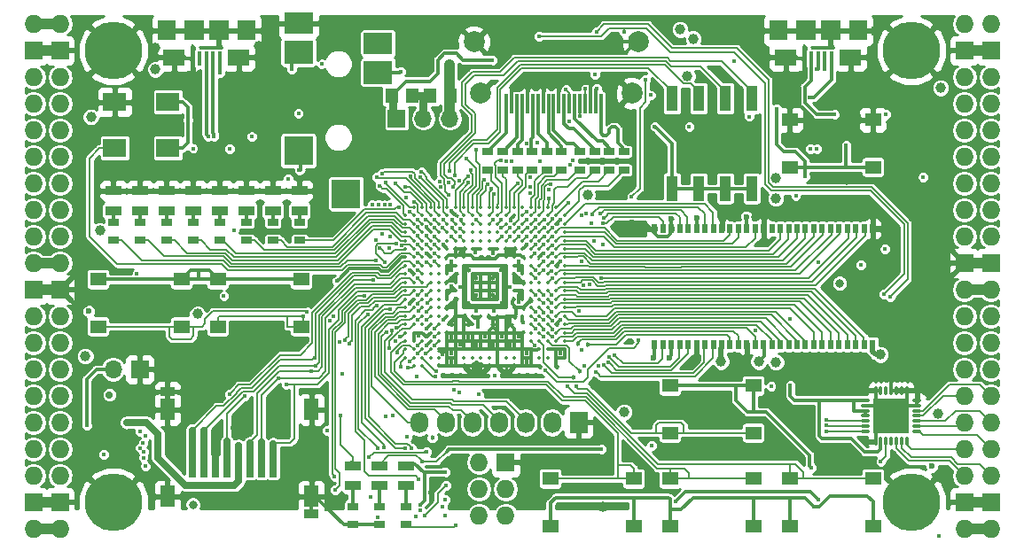
<source format=gtl>
G04 #@! TF.GenerationSoftware,KiCad,Pcbnew,5.0.0-rc3+dfsg1-2*
G04 #@! TF.CreationDate,2018-07-18T14:57:21+02:00*
G04 #@! TF.ProjectId,ulx3s,756C7833732E6B696361645F70636200,rev?*
G04 #@! TF.SameCoordinates,Original*
G04 #@! TF.FileFunction,Copper,L1,Top,Signal*
G04 #@! TF.FilePolarity,Positive*
%FSLAX46Y46*%
G04 Gerber Fmt 4.6, Leading zero omitted, Abs format (unit mm)*
G04 Created by KiCad (PCBNEW 5.0.0-rc3+dfsg1-2) date Wed Jul 18 14:57:21 2018*
%MOMM*%
%LPD*%
G01*
G04 APERTURE LIST*
G04 #@! TA.AperFunction,SMDPad,CuDef*
%ADD10R,0.300000X1.900000*%
G04 #@! TD*
G04 #@! TA.AperFunction,ComponentPad*
%ADD11C,2.000000*%
G04 #@! TD*
G04 #@! TA.AperFunction,SMDPad,CuDef*
%ADD12R,1.120000X2.440000*%
G04 #@! TD*
G04 #@! TA.AperFunction,SMDPad,CuDef*
%ADD13R,0.560000X0.900000*%
G04 #@! TD*
G04 #@! TA.AperFunction,ComponentPad*
%ADD14O,1.727200X1.727200*%
G04 #@! TD*
G04 #@! TA.AperFunction,ComponentPad*
%ADD15R,1.727200X1.727200*%
G04 #@! TD*
G04 #@! TA.AperFunction,ComponentPad*
%ADD16C,5.500000*%
G04 #@! TD*
G04 #@! TA.AperFunction,SMDPad,CuDef*
%ADD17O,0.850000X0.300000*%
G04 #@! TD*
G04 #@! TA.AperFunction,SMDPad,CuDef*
%ADD18O,0.300000X0.850000*%
G04 #@! TD*
G04 #@! TA.AperFunction,SMDPad,CuDef*
%ADD19R,1.675000X1.675000*%
G04 #@! TD*
G04 #@! TA.AperFunction,ComponentPad*
%ADD20R,1.727200X2.032000*%
G04 #@! TD*
G04 #@! TA.AperFunction,ComponentPad*
%ADD21O,1.727200X2.032000*%
G04 #@! TD*
G04 #@! TA.AperFunction,BGAPad,CuDef*
%ADD22C,0.350000*%
G04 #@! TD*
G04 #@! TA.AperFunction,SMDPad,CuDef*
%ADD23R,2.800000X2.000000*%
G04 #@! TD*
G04 #@! TA.AperFunction,SMDPad,CuDef*
%ADD24R,2.800000X2.200000*%
G04 #@! TD*
G04 #@! TA.AperFunction,SMDPad,CuDef*
%ADD25R,2.800000X2.800000*%
G04 #@! TD*
G04 #@! TA.AperFunction,SMDPad,CuDef*
%ADD26R,0.700000X1.500000*%
G04 #@! TD*
G04 #@! TA.AperFunction,SMDPad,CuDef*
%ADD27R,1.450000X0.900000*%
G04 #@! TD*
G04 #@! TA.AperFunction,SMDPad,CuDef*
%ADD28R,1.450000X2.000000*%
G04 #@! TD*
G04 #@! TA.AperFunction,SMDPad,CuDef*
%ADD29R,2.200000X1.800000*%
G04 #@! TD*
G04 #@! TA.AperFunction,SMDPad,CuDef*
%ADD30R,1.000000X0.670000*%
G04 #@! TD*
G04 #@! TA.AperFunction,SMDPad,CuDef*
%ADD31R,1.500000X0.970000*%
G04 #@! TD*
G04 #@! TA.AperFunction,ComponentPad*
%ADD32R,1.700000X1.700000*%
G04 #@! TD*
G04 #@! TA.AperFunction,ComponentPad*
%ADD33O,1.700000X1.700000*%
G04 #@! TD*
G04 #@! TA.AperFunction,SMDPad,CuDef*
%ADD34R,1.295000X1.400000*%
G04 #@! TD*
G04 #@! TA.AperFunction,SMDPad,CuDef*
%ADD35R,1.800000X1.900000*%
G04 #@! TD*
G04 #@! TA.AperFunction,SMDPad,CuDef*
%ADD36R,0.400000X1.350000*%
G04 #@! TD*
G04 #@! TA.AperFunction,SMDPad,CuDef*
%ADD37R,1.900000X1.900000*%
G04 #@! TD*
G04 #@! TA.AperFunction,SMDPad,CuDef*
%ADD38R,2.100000X1.600000*%
G04 #@! TD*
G04 #@! TA.AperFunction,SMDPad,CuDef*
%ADD39R,1.550000X1.300000*%
G04 #@! TD*
G04 #@! TA.AperFunction,ViaPad*
%ADD40C,0.400000*%
G04 #@! TD*
G04 #@! TA.AperFunction,ViaPad*
%ADD41C,2.000000*%
G04 #@! TD*
G04 #@! TA.AperFunction,ViaPad*
%ADD42C,0.454000*%
G04 #@! TD*
G04 #@! TA.AperFunction,ViaPad*
%ADD43C,0.600000*%
G04 #@! TD*
G04 #@! TA.AperFunction,ViaPad*
%ADD44C,1.000000*%
G04 #@! TD*
G04 #@! TA.AperFunction,ViaPad*
%ADD45C,0.800000*%
G04 #@! TD*
G04 #@! TA.AperFunction,ViaPad*
%ADD46C,0.700000*%
G04 #@! TD*
G04 #@! TA.AperFunction,Conductor*
%ADD47C,0.300000*%
G04 #@! TD*
G04 #@! TA.AperFunction,Conductor*
%ADD48C,0.500000*%
G04 #@! TD*
G04 #@! TA.AperFunction,Conductor*
%ADD49C,1.000000*%
G04 #@! TD*
G04 #@! TA.AperFunction,Conductor*
%ADD50C,0.700000*%
G04 #@! TD*
G04 #@! TA.AperFunction,Conductor*
%ADD51C,0.190000*%
G04 #@! TD*
G04 #@! TA.AperFunction,Conductor*
%ADD52C,0.800000*%
G04 #@! TD*
G04 #@! TA.AperFunction,Conductor*
%ADD53C,0.200000*%
G04 #@! TD*
G04 #@! TA.AperFunction,Conductor*
%ADD54C,0.127000*%
G04 #@! TD*
G04 #@! TA.AperFunction,Conductor*
%ADD55C,0.180000*%
G04 #@! TD*
G04 #@! TA.AperFunction,Conductor*
%ADD56C,0.254000*%
G04 #@! TD*
G04 APERTURE END LIST*
D10*
G04 #@! TO.P,GPDI1,19*
G04 #@! TO.N,/gpdi/GPDI_ETH-*
X149546000Y-70312000D03*
G04 #@! TO.P,GPDI1,18*
G04 #@! TO.N,+5V*
X149046000Y-70312000D03*
G04 #@! TO.P,GPDI1,17*
G04 #@! TO.N,GND*
X148546000Y-70312000D03*
G04 #@! TO.P,GPDI1,16*
G04 #@! TO.N,GPDI_SDA*
X148046000Y-70312000D03*
G04 #@! TO.P,GPDI1,15*
G04 #@! TO.N,GPDI_SCL*
X147546000Y-70312000D03*
G04 #@! TO.P,GPDI1,14*
G04 #@! TO.N,/gpdi/GPDI_ETH+*
X147046000Y-70312000D03*
G04 #@! TO.P,GPDI1,13*
G04 #@! TO.N,GPDI_CEC*
X146546000Y-70312000D03*
G04 #@! TO.P,GPDI1,12*
G04 #@! TO.N,/gpdi/GPDI_CLK-*
X146046000Y-70312000D03*
G04 #@! TO.P,GPDI1,11*
G04 #@! TO.N,GND*
X145546000Y-70312000D03*
G04 #@! TO.P,GPDI1,10*
G04 #@! TO.N,/gpdi/GPDI_CLK+*
X145046000Y-70312000D03*
G04 #@! TO.P,GPDI1,9*
G04 #@! TO.N,/gpdi/GPDI_D0-*
X144546000Y-70312000D03*
G04 #@! TO.P,GPDI1,8*
G04 #@! TO.N,GND*
X144046000Y-70312000D03*
G04 #@! TO.P,GPDI1,7*
G04 #@! TO.N,/gpdi/GPDI_D0+*
X143546000Y-70312000D03*
G04 #@! TO.P,GPDI1,6*
G04 #@! TO.N,/gpdi/GPDI_D1-*
X143046000Y-70312000D03*
G04 #@! TO.P,GPDI1,5*
G04 #@! TO.N,GND*
X142546000Y-70312000D03*
G04 #@! TO.P,GPDI1,4*
G04 #@! TO.N,/gpdi/GPDI_D1+*
X142046000Y-70312000D03*
G04 #@! TO.P,GPDI1,3*
G04 #@! TO.N,/gpdi/GPDI_D2-*
X141546000Y-70312000D03*
G04 #@! TO.P,GPDI1,2*
G04 #@! TO.N,GND*
X141046000Y-70312000D03*
G04 #@! TO.P,GPDI1,1*
G04 #@! TO.N,/gpdi/GPDI_D2+*
X140546000Y-70312000D03*
D11*
G04 #@! TO.P,GPDI1,0*
G04 #@! TO.N,GND*
X152546000Y-69312000D03*
X138046000Y-69312000D03*
X153146000Y-64412000D03*
X137446000Y-64412000D03*
G04 #@! TD*
D12*
G04 #@! TO.P,SW1,8*
G04 #@! TO.N,SW1*
X156330000Y-69815000D03*
G04 #@! TO.P,SW1,4*
G04 #@! TO.N,/blinkey/SWPU*
X163950000Y-78425000D03*
G04 #@! TO.P,SW1,7*
G04 #@! TO.N,SW2*
X158870000Y-69815000D03*
G04 #@! TO.P,SW1,3*
G04 #@! TO.N,/blinkey/SWPU*
X161410000Y-78425000D03*
G04 #@! TO.P,SW1,6*
G04 #@! TO.N,SW3*
X161410000Y-69815000D03*
G04 #@! TO.P,SW1,2*
G04 #@! TO.N,/blinkey/SWPU*
X158870000Y-78425000D03*
G04 #@! TO.P,SW1,5*
G04 #@! TO.N,SW4*
X163950000Y-69815000D03*
G04 #@! TO.P,SW1,1*
G04 #@! TO.N,/blinkey/SWPU*
X156330000Y-78425000D03*
G04 #@! TD*
D13*
G04 #@! TO.P,U2,28*
G04 #@! TO.N,GND*
X175493000Y-82270000D03*
G04 #@! TO.P,U2,1*
G04 #@! TO.N,+3V3*
X154693000Y-93330000D03*
G04 #@! TO.P,U2,2*
G04 #@! TO.N,SDRAM_D0*
X155493000Y-93330000D03*
G04 #@! TO.P,U2,3*
G04 #@! TO.N,+3V3*
X156293000Y-93330000D03*
G04 #@! TO.P,U2,4*
G04 #@! TO.N,SDRAM_D1*
X157093000Y-93330000D03*
G04 #@! TO.P,U2,5*
G04 #@! TO.N,SDRAM_D2*
X157893000Y-93330000D03*
G04 #@! TO.P,U2,6*
G04 #@! TO.N,GND*
X158693000Y-93330000D03*
G04 #@! TO.P,U2,7*
G04 #@! TO.N,SDRAM_D3*
X159493000Y-93330000D03*
G04 #@! TO.P,U2,8*
G04 #@! TO.N,SDRAM_D4*
X160293000Y-93330000D03*
G04 #@! TO.P,U2,9*
G04 #@! TO.N,+3V3*
X161093000Y-93330000D03*
G04 #@! TO.P,U2,10*
G04 #@! TO.N,SDRAM_D5*
X161893000Y-93330000D03*
G04 #@! TO.P,U2,11*
G04 #@! TO.N,SDRAM_D6*
X162693000Y-93330000D03*
G04 #@! TO.P,U2,12*
G04 #@! TO.N,GND*
X163493000Y-93330000D03*
G04 #@! TO.P,U2,13*
G04 #@! TO.N,SDRAM_D7*
X164293000Y-93330000D03*
G04 #@! TO.P,U2,14*
G04 #@! TO.N,+3V3*
X165093000Y-93330000D03*
G04 #@! TO.P,U2,15*
G04 #@! TO.N,SDRAM_DQM0*
X165893000Y-93330000D03*
G04 #@! TO.P,U2,16*
G04 #@! TO.N,SDRAM_nWE*
X166693000Y-93330000D03*
G04 #@! TO.P,U2,17*
G04 #@! TO.N,SDRAM_nCAS*
X167493000Y-93330000D03*
G04 #@! TO.P,U2,18*
G04 #@! TO.N,SDRAM_nRAS*
X168293000Y-93330000D03*
G04 #@! TO.P,U2,19*
G04 #@! TO.N,SDRAM_nCS*
X169093000Y-93330000D03*
G04 #@! TO.P,U2,20*
G04 #@! TO.N,SDRAM_BA0*
X169893000Y-93330000D03*
G04 #@! TO.P,U2,21*
G04 #@! TO.N,SDRAM_BA1*
X170693000Y-93330000D03*
G04 #@! TO.P,U2,22*
G04 #@! TO.N,SDRAM_A10*
X171493000Y-93330000D03*
G04 #@! TO.P,U2,23*
G04 #@! TO.N,SDRAM_A0*
X172293000Y-93330000D03*
G04 #@! TO.P,U2,24*
G04 #@! TO.N,SDRAM_A1*
X173093000Y-93330000D03*
G04 #@! TO.P,U2,25*
G04 #@! TO.N,SDRAM_A2*
X173893000Y-93330000D03*
G04 #@! TO.P,U2,26*
G04 #@! TO.N,SDRAM_A3*
X174693000Y-93330000D03*
G04 #@! TO.P,U2,27*
G04 #@! TO.N,+3V3*
X175493000Y-93330000D03*
G04 #@! TO.P,U2,29*
G04 #@! TO.N,SDRAM_A4*
X174693000Y-82270000D03*
G04 #@! TO.P,U2,30*
G04 #@! TO.N,SDRAM_A5*
X173893000Y-82270000D03*
G04 #@! TO.P,U2,31*
G04 #@! TO.N,SDRAM_A6*
X173093000Y-82270000D03*
G04 #@! TO.P,U2,32*
G04 #@! TO.N,SDRAM_A7*
X172293000Y-82270000D03*
G04 #@! TO.P,U2,33*
G04 #@! TO.N,SDRAM_A8*
X171493000Y-82270000D03*
G04 #@! TO.P,U2,34*
G04 #@! TO.N,SDRAM_A9*
X170693000Y-82270000D03*
G04 #@! TO.P,U2,35*
G04 #@! TO.N,SDRAM_A11*
X169893000Y-82270000D03*
G04 #@! TO.P,U2,36*
G04 #@! TO.N,SDRAM_A12*
X169093000Y-82270000D03*
G04 #@! TO.P,U2,37*
G04 #@! TO.N,SDRAM_CKE*
X168293000Y-82270000D03*
G04 #@! TO.P,U2,38*
G04 #@! TO.N,SDRAM_CLK*
X167493000Y-82270000D03*
G04 #@! TO.P,U2,39*
G04 #@! TO.N,SDRAM_DQM1*
X166693000Y-82270000D03*
G04 #@! TO.P,U2,40*
G04 #@! TO.N,N/C*
X165893000Y-82270000D03*
G04 #@! TO.P,U2,41*
G04 #@! TO.N,GND*
X165093000Y-82270000D03*
G04 #@! TO.P,U2,42*
G04 #@! TO.N,SDRAM_D8*
X164293000Y-82270000D03*
G04 #@! TO.P,U2,43*
G04 #@! TO.N,+3V3*
X163493000Y-82270000D03*
G04 #@! TO.P,U2,44*
G04 #@! TO.N,SDRAM_D9*
X162693000Y-82270000D03*
G04 #@! TO.P,U2,45*
G04 #@! TO.N,SDRAM_D10*
X161893000Y-82270000D03*
G04 #@! TO.P,U2,46*
G04 #@! TO.N,GND*
X161093000Y-82270000D03*
G04 #@! TO.P,U2,47*
G04 #@! TO.N,SDRAM_D11*
X160293000Y-82270000D03*
G04 #@! TO.P,U2,48*
G04 #@! TO.N,SDRAM_D12*
X159493000Y-82270000D03*
G04 #@! TO.P,U2,49*
G04 #@! TO.N,+3V3*
X158693000Y-82270000D03*
G04 #@! TO.P,U2,50*
G04 #@! TO.N,SDRAM_D13*
X157893000Y-82270000D03*
G04 #@! TO.P,U2,51*
G04 #@! TO.N,SDRAM_D14*
X157093000Y-82270000D03*
G04 #@! TO.P,U2,52*
G04 #@! TO.N,GND*
X156293000Y-82270000D03*
G04 #@! TO.P,U2,53*
G04 #@! TO.N,SDRAM_D15*
X155493000Y-82270000D03*
G04 #@! TO.P,U2,54*
G04 #@! TO.N,GND*
X154693000Y-82270000D03*
G04 #@! TD*
D14*
G04 #@! TO.P,J1,1*
G04 #@! TO.N,2V5_3V3*
X97910000Y-62690000D03*
G04 #@! TO.P,J1,2*
X95370000Y-62690000D03*
D15*
G04 #@! TO.P,J1,3*
G04 #@! TO.N,GND*
X97910000Y-65230000D03*
G04 #@! TO.P,J1,4*
X95370000Y-65230000D03*
D14*
G04 #@! TO.P,J1,5*
G04 #@! TO.N,GN0*
X97910000Y-67770000D03*
G04 #@! TO.P,J1,6*
G04 #@! TO.N,GP0*
X95370000Y-67770000D03*
G04 #@! TO.P,J1,7*
G04 #@! TO.N,GN1*
X97910000Y-70310000D03*
G04 #@! TO.P,J1,8*
G04 #@! TO.N,GP1*
X95370000Y-70310000D03*
G04 #@! TO.P,J1,9*
G04 #@! TO.N,GN2*
X97910000Y-72850000D03*
G04 #@! TO.P,J1,10*
G04 #@! TO.N,GP2*
X95370000Y-72850000D03*
G04 #@! TO.P,J1,11*
G04 #@! TO.N,GN3*
X97910000Y-75390000D03*
G04 #@! TO.P,J1,12*
G04 #@! TO.N,GP3*
X95370000Y-75390000D03*
G04 #@! TO.P,J1,13*
G04 #@! TO.N,GN4*
X97910000Y-77930000D03*
G04 #@! TO.P,J1,14*
G04 #@! TO.N,GP4*
X95370000Y-77930000D03*
G04 #@! TO.P,J1,15*
G04 #@! TO.N,GN5*
X97910000Y-80470000D03*
G04 #@! TO.P,J1,16*
G04 #@! TO.N,GP5*
X95370000Y-80470000D03*
G04 #@! TO.P,J1,17*
G04 #@! TO.N,GN6*
X97910000Y-83010000D03*
G04 #@! TO.P,J1,18*
G04 #@! TO.N,GP6*
X95370000Y-83010000D03*
G04 #@! TO.P,J1,19*
G04 #@! TO.N,2V5_3V3*
X97910000Y-85550000D03*
G04 #@! TO.P,J1,20*
X95370000Y-85550000D03*
D15*
G04 #@! TO.P,J1,21*
G04 #@! TO.N,GND*
X97910000Y-88090000D03*
G04 #@! TO.P,J1,22*
X95370000Y-88090000D03*
D14*
G04 #@! TO.P,J1,23*
G04 #@! TO.N,GN7*
X97910000Y-90630000D03*
G04 #@! TO.P,J1,24*
G04 #@! TO.N,GP7*
X95370000Y-90630000D03*
G04 #@! TO.P,J1,25*
G04 #@! TO.N,GN8*
X97910000Y-93170000D03*
G04 #@! TO.P,J1,26*
G04 #@! TO.N,GP8*
X95370000Y-93170000D03*
G04 #@! TO.P,J1,27*
G04 #@! TO.N,GN9*
X97910000Y-95710000D03*
G04 #@! TO.P,J1,28*
G04 #@! TO.N,GP9*
X95370000Y-95710000D03*
G04 #@! TO.P,J1,29*
G04 #@! TO.N,GN10*
X97910000Y-98250000D03*
G04 #@! TO.P,J1,30*
G04 #@! TO.N,GP10*
X95370000Y-98250000D03*
G04 #@! TO.P,J1,31*
G04 #@! TO.N,GN11*
X97910000Y-100790000D03*
G04 #@! TO.P,J1,32*
G04 #@! TO.N,GP11*
X95370000Y-100790000D03*
G04 #@! TO.P,J1,33*
G04 #@! TO.N,GN12*
X97910000Y-103330000D03*
G04 #@! TO.P,J1,34*
G04 #@! TO.N,GP12*
X95370000Y-103330000D03*
G04 #@! TO.P,J1,35*
G04 #@! TO.N,GN13*
X97910000Y-105870000D03*
G04 #@! TO.P,J1,36*
G04 #@! TO.N,GP13*
X95370000Y-105870000D03*
D15*
G04 #@! TO.P,J1,37*
G04 #@! TO.N,GND*
X97910000Y-108410000D03*
G04 #@! TO.P,J1,38*
X95370000Y-108410000D03*
D14*
G04 #@! TO.P,J1,39*
G04 #@! TO.N,2V5_3V3*
X97910000Y-110950000D03*
G04 #@! TO.P,J1,40*
X95370000Y-110950000D03*
G04 #@! TD*
G04 #@! TO.P,J2,1*
G04 #@! TO.N,+3V3*
X184270000Y-110950000D03*
G04 #@! TO.P,J2,2*
X186810000Y-110950000D03*
D15*
G04 #@! TO.P,J2,3*
G04 #@! TO.N,GND*
X184270000Y-108410000D03*
G04 #@! TO.P,J2,4*
X186810000Y-108410000D03*
D14*
G04 #@! TO.P,J2,5*
G04 #@! TO.N,GN14*
X184270000Y-105870000D03*
G04 #@! TO.P,J2,6*
G04 #@! TO.N,GP14*
X186810000Y-105870000D03*
G04 #@! TO.P,J2,7*
G04 #@! TO.N,GN15*
X184270000Y-103330000D03*
G04 #@! TO.P,J2,8*
G04 #@! TO.N,GP15*
X186810000Y-103330000D03*
G04 #@! TO.P,J2,9*
G04 #@! TO.N,GN16*
X184270000Y-100790000D03*
G04 #@! TO.P,J2,10*
G04 #@! TO.N,GP16*
X186810000Y-100790000D03*
G04 #@! TO.P,J2,11*
G04 #@! TO.N,GN17*
X184270000Y-98250000D03*
G04 #@! TO.P,J2,12*
G04 #@! TO.N,GP17*
X186810000Y-98250000D03*
G04 #@! TO.P,J2,13*
G04 #@! TO.N,GN18*
X184270000Y-95710000D03*
G04 #@! TO.P,J2,14*
G04 #@! TO.N,GP18*
X186810000Y-95710000D03*
G04 #@! TO.P,J2,15*
G04 #@! TO.N,GN19*
X184270000Y-93170000D03*
G04 #@! TO.P,J2,16*
G04 #@! TO.N,GP19*
X186810000Y-93170000D03*
G04 #@! TO.P,J2,17*
G04 #@! TO.N,GN20*
X184270000Y-90630000D03*
G04 #@! TO.P,J2,18*
G04 #@! TO.N,GP20*
X186810000Y-90630000D03*
G04 #@! TO.P,J2,19*
G04 #@! TO.N,+3V3*
X184270000Y-88090000D03*
G04 #@! TO.P,J2,20*
X186810000Y-88090000D03*
D15*
G04 #@! TO.P,J2,21*
G04 #@! TO.N,GND*
X184270000Y-85550000D03*
G04 #@! TO.P,J2,22*
X186810000Y-85550000D03*
D14*
G04 #@! TO.P,J2,23*
G04 #@! TO.N,GN21*
X184270000Y-83010000D03*
G04 #@! TO.P,J2,24*
G04 #@! TO.N,GP21*
X186810000Y-83010000D03*
G04 #@! TO.P,J2,25*
G04 #@! TO.N,GN22*
X184270000Y-80470000D03*
G04 #@! TO.P,J2,26*
G04 #@! TO.N,GP22*
X186810000Y-80470000D03*
G04 #@! TO.P,J2,27*
G04 #@! TO.N,GN23*
X184270000Y-77930000D03*
G04 #@! TO.P,J2,28*
G04 #@! TO.N,GP23*
X186810000Y-77930000D03*
G04 #@! TO.P,J2,29*
G04 #@! TO.N,GN24*
X184270000Y-75390000D03*
G04 #@! TO.P,J2,30*
G04 #@! TO.N,GP24*
X186810000Y-75390000D03*
G04 #@! TO.P,J2,31*
G04 #@! TO.N,GN25*
X184270000Y-72850000D03*
G04 #@! TO.P,J2,32*
G04 #@! TO.N,GP25*
X186810000Y-72850000D03*
G04 #@! TO.P,J2,33*
G04 #@! TO.N,GN26*
X184270000Y-70310000D03*
G04 #@! TO.P,J2,34*
G04 #@! TO.N,GP26*
X186810000Y-70310000D03*
G04 #@! TO.P,J2,35*
G04 #@! TO.N,GN27*
X184270000Y-67770000D03*
G04 #@! TO.P,J2,36*
G04 #@! TO.N,GP27*
X186810000Y-67770000D03*
D15*
G04 #@! TO.P,J2,37*
G04 #@! TO.N,GND*
X184270000Y-65230000D03*
G04 #@! TO.P,J2,38*
X186810000Y-65230000D03*
D14*
G04 #@! TO.P,J2,39*
G04 #@! TO.N,/gpio/IN5V*
X184270000Y-62690000D03*
G04 #@! TO.P,J2,40*
G04 #@! TO.N,/gpio/OUT5V*
X186810000Y-62690000D03*
G04 #@! TD*
D16*
G04 #@! TO.P,H1,1*
G04 #@! TO.N,GND*
X102990000Y-108410000D03*
G04 #@! TD*
G04 #@! TO.P,H2,1*
G04 #@! TO.N,GND*
X179190000Y-108410000D03*
G04 #@! TD*
G04 #@! TO.P,H3,1*
G04 #@! TO.N,GND*
X179190000Y-65230000D03*
G04 #@! TD*
G04 #@! TO.P,H4,1*
G04 #@! TO.N,GND*
X102990000Y-65230000D03*
G04 #@! TD*
D15*
G04 #@! TO.P,J4,1*
G04 #@! TO.N,GND*
X140455000Y-104600000D03*
D14*
G04 #@! TO.P,J4,2*
G04 #@! TO.N,+3V3*
X137915000Y-104600000D03*
G04 #@! TO.P,J4,3*
G04 #@! TO.N,JTAG_TDI*
X140455000Y-107140000D03*
G04 #@! TO.P,J4,4*
G04 #@! TO.N,JTAG_TCK*
X137915000Y-107140000D03*
G04 #@! TO.P,J4,5*
G04 #@! TO.N,JTAG_TMS*
X140455000Y-109680000D03*
G04 #@! TO.P,J4,6*
G04 #@! TO.N,JTAG_TDO*
X137915000Y-109680000D03*
G04 #@! TD*
D17*
G04 #@! TO.P,U8,1*
G04 #@! TO.N,GP15*
X179735000Y-101655000D03*
G04 #@! TO.P,U8,2*
G04 #@! TO.N,GN16*
X179735000Y-101155000D03*
G04 #@! TO.P,U8,3*
G04 #@! TO.N,GP16*
X179735000Y-100655000D03*
G04 #@! TO.P,U8,4*
G04 #@! TO.N,GN17*
X179735000Y-100155000D03*
G04 #@! TO.P,U8,5*
G04 #@! TO.N,GP17*
X179735000Y-99655000D03*
G04 #@! TO.P,U8,6*
G04 #@! TO.N,GND*
X179735000Y-99155000D03*
G04 #@! TO.P,U8,7*
X179735000Y-98655000D03*
D18*
G04 #@! TO.P,U8,8*
X178785000Y-97705000D03*
G04 #@! TO.P,U8,9*
X178285000Y-97705000D03*
G04 #@! TO.P,U8,10*
X177785000Y-97705000D03*
G04 #@! TO.P,U8,11*
X177285000Y-97705000D03*
G04 #@! TO.P,U8,12*
G04 #@! TO.N,Net-(U8-Pad12)*
X176785000Y-97705000D03*
G04 #@! TO.P,U8,13*
G04 #@! TO.N,GND*
X176285000Y-97705000D03*
G04 #@! TO.P,U8,14*
X175785000Y-97705000D03*
D17*
G04 #@! TO.P,U8,15*
G04 #@! TO.N,/analog/ADC3V3*
X174835000Y-98655000D03*
G04 #@! TO.P,U8,16*
G04 #@! TO.N,GND*
X174835000Y-99155000D03*
G04 #@! TO.P,U8,17*
G04 #@! TO.N,/analog/ADC3V3*
X174835000Y-99655000D03*
G04 #@! TO.P,U8,18*
X174835000Y-100155000D03*
G04 #@! TO.P,U8,19*
G04 #@! TO.N,ADC_SCLK*
X174835000Y-100655000D03*
G04 #@! TO.P,U8,20*
G04 #@! TO.N,ADC_CSn*
X174835000Y-101155000D03*
G04 #@! TO.P,U8,21*
G04 #@! TO.N,ADC_MOSI*
X174835000Y-101655000D03*
D18*
G04 #@! TO.P,U8,22*
G04 #@! TO.N,GND*
X175785000Y-102605000D03*
G04 #@! TO.P,U8,23*
G04 #@! TO.N,/analog/ADC3V3*
X176285000Y-102605000D03*
G04 #@! TO.P,U8,24*
G04 #@! TO.N,ADC_MISO*
X176785000Y-102605000D03*
G04 #@! TO.P,U8,25*
G04 #@! TO.N,Net-(U8-Pad25)*
X177285000Y-102605000D03*
G04 #@! TO.P,U8,26*
G04 #@! TO.N,GN14*
X177785000Y-102605000D03*
G04 #@! TO.P,U8,27*
G04 #@! TO.N,GP14*
X178285000Y-102605000D03*
G04 #@! TO.P,U8,28*
G04 #@! TO.N,GN15*
X178785000Y-102605000D03*
D19*
G04 #@! TO.P,U8,29*
G04 #@! TO.N,GND*
X176447500Y-99317500D03*
X176447500Y-100992500D03*
X178122500Y-99317500D03*
X178122500Y-100992500D03*
G04 #@! TD*
D20*
G04 #@! TO.P,OLED1,1*
G04 #@! TO.N,GND*
X147440000Y-100790000D03*
D21*
G04 #@! TO.P,OLED1,2*
G04 #@! TO.N,+3V3*
X144900000Y-100790000D03*
G04 #@! TO.P,OLED1,3*
G04 #@! TO.N,OLED_CLK*
X142360000Y-100790000D03*
G04 #@! TO.P,OLED1,4*
G04 #@! TO.N,OLED_MOSI*
X139820000Y-100790000D03*
G04 #@! TO.P,OLED1,5*
G04 #@! TO.N,OLED_RES*
X137280000Y-100790000D03*
G04 #@! TO.P,OLED1,6*
G04 #@! TO.N,OLED_DC*
X134740000Y-100790000D03*
G04 #@! TO.P,OLED1,7*
G04 #@! TO.N,OLED_CS*
X132200000Y-100790000D03*
G04 #@! TD*
D22*
G04 #@! TO.P,U1,A2*
G04 #@! TO.N,GP9*
X131680000Y-80200000D03*
G04 #@! TO.P,U1,A3*
G04 #@! TO.N,AUDIO_R0*
X132480000Y-80200000D03*
G04 #@! TO.P,U1,A4*
G04 #@! TO.N,GP8*
X133280000Y-80200000D03*
G04 #@! TO.P,U1,A5*
G04 #@! TO.N,GN8*
X134080000Y-80200000D03*
G04 #@! TO.P,U1,A6*
G04 #@! TO.N,GP7*
X134880000Y-80200000D03*
G04 #@! TO.P,U1,A7*
G04 #@! TO.N,GP4*
X135680000Y-80200000D03*
G04 #@! TO.P,U1,A8*
G04 #@! TO.N,GN4*
X136480000Y-80200000D03*
G04 #@! TO.P,U1,A9*
G04 #@! TO.N,GP2*
X137280000Y-80200000D03*
G04 #@! TO.P,U1,A10*
G04 #@! TO.N,GP1*
X138080000Y-80200000D03*
G04 #@! TO.P,U1,A11*
G04 #@! TO.N,GN1*
X138880000Y-80200000D03*
G04 #@! TO.P,U1,A12*
G04 #@! TO.N,FPDI_D2+*
X139680000Y-80200000D03*
G04 #@! TO.P,U1,A13*
G04 #@! TO.N,FPDI_D2-*
X140480000Y-80200000D03*
G04 #@! TO.P,U1,A14*
G04 #@! TO.N,FPDI_D1+*
X141280000Y-80200000D03*
G04 #@! TO.P,U1,A15*
G04 #@! TO.N,Net-(U1-PadA15)*
X142080000Y-80200000D03*
G04 #@! TO.P,U1,A16*
G04 #@! TO.N,FPDI_D0+*
X142880000Y-80200000D03*
G04 #@! TO.P,U1,A17*
G04 #@! TO.N,FPDI_CLK+*
X143680000Y-80200000D03*
G04 #@! TO.P,U1,A18*
G04 #@! TO.N,/gpdi/FPDI_CEC*
X144480000Y-80200000D03*
G04 #@! TO.P,U1,A19*
G04 #@! TO.N,FPDI_ETH+*
X145280000Y-80200000D03*
G04 #@! TO.P,U1,B1*
G04 #@! TO.N,GN9*
X130880000Y-81000000D03*
G04 #@! TO.P,U1,B2*
G04 #@! TO.N,LED0*
X131680000Y-81000000D03*
G04 #@! TO.P,U1,B3*
G04 #@! TO.N,AUDIO_L3*
X132480000Y-81000000D03*
G04 #@! TO.P,U1,B4*
G04 #@! TO.N,GN10*
X133280000Y-81000000D03*
G04 #@! TO.P,U1,B5*
G04 #@! TO.N,AUDIO_R1*
X134080000Y-81000000D03*
G04 #@! TO.P,U1,B6*
G04 #@! TO.N,GN7*
X134880000Y-81000000D03*
G04 #@! TO.P,U1,B7*
G04 #@! TO.N,GND*
X135680000Y-81000000D03*
G04 #@! TO.P,U1,B8*
G04 #@! TO.N,GN5*
X136480000Y-81000000D03*
G04 #@! TO.P,U1,B9*
G04 #@! TO.N,GP3*
X137280000Y-81000000D03*
G04 #@! TO.P,U1,B10*
G04 #@! TO.N,GN2*
X138080000Y-81000000D03*
G04 #@! TO.P,U1,B11*
G04 #@! TO.N,GP0*
X138880000Y-81000000D03*
G04 #@! TO.P,U1,B12*
G04 #@! TO.N,USB_FPGA_PULL_D+*
X139680000Y-81000000D03*
G04 #@! TO.P,U1,B13*
G04 #@! TO.N,GP26*
X140480000Y-81000000D03*
G04 #@! TO.P,U1,B14*
G04 #@! TO.N,GND*
X141280000Y-81000000D03*
G04 #@! TO.P,U1,B15*
G04 #@! TO.N,GP22*
X142080000Y-81000000D03*
G04 #@! TO.P,U1,B16*
G04 #@! TO.N,FPDI_D0-*
X142880000Y-81000000D03*
G04 #@! TO.P,U1,B17*
G04 #@! TO.N,GP23*
X143680000Y-81000000D03*
G04 #@! TO.P,U1,B18*
G04 #@! TO.N,FPDI_CLK-*
X144480000Y-81000000D03*
G04 #@! TO.P,U1,B19*
G04 #@! TO.N,FPDI_SDA*
X145280000Y-81000000D03*
G04 #@! TO.P,U1,B20*
G04 #@! TO.N,FPDI_ETH-*
X146080000Y-81000000D03*
G04 #@! TO.P,U1,C1*
G04 #@! TO.N,LED2*
X130880000Y-81800000D03*
G04 #@! TO.P,U1,C2*
G04 #@! TO.N,LED1*
X131680000Y-81800000D03*
G04 #@! TO.P,U1,C3*
G04 #@! TO.N,AUDIO_L2*
X132480000Y-81800000D03*
G04 #@! TO.P,U1,C4*
G04 #@! TO.N,GP10*
X133280000Y-81800000D03*
G04 #@! TO.P,U1,C5*
G04 #@! TO.N,AUDIO_R3*
X134080000Y-81800000D03*
G04 #@! TO.P,U1,C6*
G04 #@! TO.N,GP6*
X134880000Y-81800000D03*
G04 #@! TO.P,U1,C7*
G04 #@! TO.N,GN6*
X135680000Y-81800000D03*
G04 #@! TO.P,U1,C8*
G04 #@! TO.N,GP5*
X136480000Y-81800000D03*
G04 #@! TO.P,U1,C9*
G04 #@! TO.N,Net-(U1-PadC9)*
X137280000Y-81800000D03*
G04 #@! TO.P,U1,C10*
G04 #@! TO.N,GN3*
X138080000Y-81800000D03*
G04 #@! TO.P,U1,C11*
G04 #@! TO.N,GN0*
X138880000Y-81800000D03*
G04 #@! TO.P,U1,C12*
G04 #@! TO.N,USB_FPGA_PULL_D-*
X139680000Y-81800000D03*
G04 #@! TO.P,U1,C13*
G04 #@! TO.N,GN26*
X140480000Y-81800000D03*
G04 #@! TO.P,U1,C14*
G04 #@! TO.N,FPDI_D1-*
X141280000Y-81800000D03*
G04 #@! TO.P,U1,C15*
G04 #@! TO.N,GN22*
X142080000Y-81800000D03*
G04 #@! TO.P,U1,C16*
G04 #@! TO.N,GP24*
X142880000Y-81800000D03*
G04 #@! TO.P,U1,C17*
G04 #@! TO.N,GN23*
X143680000Y-81800000D03*
G04 #@! TO.P,U1,C18*
G04 #@! TO.N,GP21*
X144480000Y-81800000D03*
G04 #@! TO.P,U1,C19*
G04 #@! TO.N,GND*
X145280000Y-81800000D03*
G04 #@! TO.P,U1,C20*
G04 #@! TO.N,SDRAM_D11*
X146080000Y-81800000D03*
G04 #@! TO.P,U1,D1*
G04 #@! TO.N,LED4*
X130880000Y-82600000D03*
G04 #@! TO.P,U1,D2*
G04 #@! TO.N,LED3*
X131680000Y-82600000D03*
G04 #@! TO.P,U1,D3*
G04 #@! TO.N,AUDIO_L1*
X132480000Y-82600000D03*
G04 #@! TO.P,U1,D4*
G04 #@! TO.N,GND*
X133280000Y-82600000D03*
G04 #@! TO.P,U1,D5*
G04 #@! TO.N,AUDIO_R2*
X134080000Y-82600000D03*
G04 #@! TO.P,U1,D6*
G04 #@! TO.N,BTN_PWRn*
X134880000Y-82600000D03*
G04 #@! TO.P,U1,D7*
G04 #@! TO.N,SW3*
X135680000Y-82600000D03*
G04 #@! TO.P,U1,D8*
G04 #@! TO.N,SW2*
X136480000Y-82600000D03*
G04 #@! TO.P,U1,D9*
G04 #@! TO.N,Net-(U1-PadD9)*
X137280000Y-82600000D03*
G04 #@! TO.P,U1,D10*
G04 #@! TO.N,Net-(U1-PadD10)*
X138080000Y-82600000D03*
G04 #@! TO.P,U1,D11*
G04 #@! TO.N,Net-(U1-PadD11)*
X138880000Y-82600000D03*
G04 #@! TO.P,U1,D12*
G04 #@! TO.N,Net-(U1-PadD12)*
X139680000Y-82600000D03*
G04 #@! TO.P,U1,D13*
G04 #@! TO.N,GP27*
X140480000Y-82600000D03*
G04 #@! TO.P,U1,D14*
G04 #@! TO.N,GP25*
X141280000Y-82600000D03*
G04 #@! TO.P,U1,D15*
G04 #@! TO.N,USB_FPGA_D+*
X142080000Y-82600000D03*
G04 #@! TO.P,U1,D16*
G04 #@! TO.N,GN24*
X142880000Y-82600000D03*
G04 #@! TO.P,U1,D17*
G04 #@! TO.N,GN21*
X143680000Y-82600000D03*
G04 #@! TO.P,U1,D18*
G04 #@! TO.N,GP20*
X144480000Y-82600000D03*
G04 #@! TO.P,U1,D19*
G04 #@! TO.N,SDRAM_D10*
X145280000Y-82600000D03*
G04 #@! TO.P,U1,D20*
G04 #@! TO.N,SDRAM_D9*
X146080000Y-82600000D03*
G04 #@! TO.P,U1,E1*
G04 #@! TO.N,LED6*
X130880000Y-83400000D03*
G04 #@! TO.P,U1,E2*
G04 #@! TO.N,LED5*
X131680000Y-83400000D03*
G04 #@! TO.P,U1,E3*
G04 #@! TO.N,GN11*
X132480000Y-83400000D03*
G04 #@! TO.P,U1,E4*
G04 #@! TO.N,AUDIO_L0*
X133280000Y-83400000D03*
G04 #@! TO.P,U1,E5*
G04 #@! TO.N,AUDIO_V3*
X134080000Y-83400000D03*
G04 #@! TO.P,U1,E6*
G04 #@! TO.N,Net-(U1-PadE6)*
X134880000Y-83400000D03*
G04 #@! TO.P,U1,E7*
G04 #@! TO.N,SW4*
X135680000Y-83400000D03*
G04 #@! TO.P,U1,E8*
G04 #@! TO.N,SW1*
X136480000Y-83400000D03*
G04 #@! TO.P,U1,E9*
G04 #@! TO.N,Net-(U1-PadE9)*
X137280000Y-83400000D03*
G04 #@! TO.P,U1,E10*
G04 #@! TO.N,Net-(U1-PadE10)*
X138080000Y-83400000D03*
G04 #@! TO.P,U1,E11*
G04 #@! TO.N,Net-(U1-PadE11)*
X138880000Y-83400000D03*
G04 #@! TO.P,U1,E12*
G04 #@! TO.N,FPDI_SCL*
X139680000Y-83400000D03*
G04 #@! TO.P,U1,E13*
G04 #@! TO.N,GN27*
X140480000Y-83400000D03*
G04 #@! TO.P,U1,E14*
G04 #@! TO.N,GN25*
X141280000Y-83400000D03*
G04 #@! TO.P,U1,E15*
G04 #@! TO.N,USB_FPGA_D-*
X142080000Y-83400000D03*
G04 #@! TO.P,U1,E16*
G04 #@! TO.N,USB_FPGA_D+*
X142880000Y-83400000D03*
G04 #@! TO.P,U1,E17*
G04 #@! TO.N,GN20*
X143680000Y-83400000D03*
G04 #@! TO.P,U1,E18*
G04 #@! TO.N,SDRAM_D12*
X144480000Y-83400000D03*
G04 #@! TO.P,U1,E19*
G04 #@! TO.N,SDRAM_D8*
X145280000Y-83400000D03*
G04 #@! TO.P,U1,E20*
G04 #@! TO.N,SDRAM_DQM1*
X146080000Y-83400000D03*
G04 #@! TO.P,U1,F1*
G04 #@! TO.N,WIFI_EN*
X130880000Y-84200000D03*
G04 #@! TO.P,U1,F2*
G04 #@! TO.N,AUDIO_V1*
X131680000Y-84200000D03*
G04 #@! TO.P,U1,F3*
G04 #@! TO.N,GN12*
X132480000Y-84200000D03*
G04 #@! TO.P,U1,F4*
G04 #@! TO.N,GP11*
X133280000Y-84200000D03*
G04 #@! TO.P,U1,F5*
G04 #@! TO.N,AUDIO_V2*
X134080000Y-84200000D03*
G04 #@! TO.P,U1,F6*
G04 #@! TO.N,+2V5*
X134880000Y-84200000D03*
G04 #@! TO.P,U1,F7*
G04 #@! TO.N,GND*
X135680000Y-84200000D03*
G04 #@! TO.P,U1,F8*
X136480000Y-84200000D03*
G04 #@! TO.P,U1,F9*
G04 #@! TO.N,2V5_3V3*
X137280000Y-84200000D03*
G04 #@! TO.P,U1,F10*
X138080000Y-84200000D03*
G04 #@! TO.P,U1,F11*
G04 #@! TO.N,+3V3*
X138880000Y-84200000D03*
G04 #@! TO.P,U1,F12*
X139680000Y-84200000D03*
G04 #@! TO.P,U1,F13*
G04 #@! TO.N,GND*
X140480000Y-84200000D03*
G04 #@! TO.P,U1,F14*
X141280000Y-84200000D03*
G04 #@! TO.P,U1,F15*
G04 #@! TO.N,+2V5*
X142080000Y-84200000D03*
G04 #@! TO.P,U1,F16*
G04 #@! TO.N,USB_FPGA_D-*
X142880000Y-84200000D03*
G04 #@! TO.P,U1,F17*
G04 #@! TO.N,GP19*
X143680000Y-84200000D03*
G04 #@! TO.P,U1,F18*
G04 #@! TO.N,SDRAM_D13*
X144480000Y-84200000D03*
G04 #@! TO.P,U1,F19*
G04 #@! TO.N,SDRAM_CLK*
X145280000Y-84200000D03*
G04 #@! TO.P,U1,F20*
G04 #@! TO.N,SDRAM_CKE*
X146080000Y-84200000D03*
G04 #@! TO.P,U1,G1*
G04 #@! TO.N,/usb/ANT_433MHz*
X130880000Y-85000000D03*
G04 #@! TO.P,U1,G2*
G04 #@! TO.N,CLK_25MHz*
X131680000Y-85000000D03*
G04 #@! TO.P,U1,G3*
G04 #@! TO.N,GP12*
X132480000Y-85000000D03*
G04 #@! TO.P,U1,G4*
G04 #@! TO.N,GND*
X133280000Y-85000000D03*
G04 #@! TO.P,U1,G5*
G04 #@! TO.N,GN13*
X134080000Y-85000000D03*
G04 #@! TO.P,U1,G6*
G04 #@! TO.N,GND*
X134880000Y-85000000D03*
G04 #@! TO.P,U1,G7*
X135680000Y-85000000D03*
G04 #@! TO.P,U1,G8*
X136480000Y-85000000D03*
G04 #@! TO.P,U1,G9*
X137280000Y-85000000D03*
G04 #@! TO.P,U1,G10*
X138080000Y-85000000D03*
G04 #@! TO.P,U1,G11*
X138880000Y-85000000D03*
G04 #@! TO.P,U1,G12*
X139680000Y-85000000D03*
G04 #@! TO.P,U1,G13*
X140480000Y-85000000D03*
G04 #@! TO.P,U1,G14*
X141280000Y-85000000D03*
G04 #@! TO.P,U1,G15*
X142080000Y-85000000D03*
G04 #@! TO.P,U1,G16*
G04 #@! TO.N,SHUTDOWN*
X142880000Y-85000000D03*
G04 #@! TO.P,U1,G17*
G04 #@! TO.N,GND*
X143680000Y-85000000D03*
G04 #@! TO.P,U1,G18*
G04 #@! TO.N,GN19*
X144480000Y-85000000D03*
G04 #@! TO.P,U1,G19*
G04 #@! TO.N,SDRAM_A12*
X145280000Y-85000000D03*
G04 #@! TO.P,U1,G20*
G04 #@! TO.N,SDRAM_A11*
X146080000Y-85000000D03*
G04 #@! TO.P,U1,H1*
G04 #@! TO.N,SD_D1*
X130880000Y-85800000D03*
G04 #@! TO.P,U1,H2*
G04 #@! TO.N,SD_CLK*
X131680000Y-85800000D03*
G04 #@! TO.P,U1,H3*
G04 #@! TO.N,LED7*
X132480000Y-85800000D03*
G04 #@! TO.P,U1,H4*
G04 #@! TO.N,GP13*
X133280000Y-85800000D03*
G04 #@! TO.P,U1,H5*
G04 #@! TO.N,AUDIO_V0*
X134080000Y-85800000D03*
G04 #@! TO.P,U1,H6*
G04 #@! TO.N,2V5_3V3*
X134880000Y-85800000D03*
G04 #@! TO.P,U1,H7*
X135680000Y-85800000D03*
G04 #@! TO.P,U1,H8*
G04 #@! TO.N,+1V1*
X136480000Y-85800000D03*
G04 #@! TO.P,U1,H9*
X137280000Y-85800000D03*
G04 #@! TO.P,U1,H10*
X138080000Y-85800000D03*
G04 #@! TO.P,U1,H11*
X138880000Y-85800000D03*
G04 #@! TO.P,U1,H12*
X139680000Y-85800000D03*
G04 #@! TO.P,U1,H13*
X140480000Y-85800000D03*
G04 #@! TO.P,U1,H14*
G04 #@! TO.N,+3V3*
X141280000Y-85800000D03*
G04 #@! TO.P,U1,H15*
X142080000Y-85800000D03*
G04 #@! TO.P,U1,H16*
G04 #@! TO.N,BTN_R*
X142880000Y-85800000D03*
G04 #@! TO.P,U1,H17*
G04 #@! TO.N,GN18*
X143680000Y-85800000D03*
G04 #@! TO.P,U1,H18*
G04 #@! TO.N,GP18*
X144480000Y-85800000D03*
G04 #@! TO.P,U1,H19*
G04 #@! TO.N,GND*
X145280000Y-85800000D03*
G04 #@! TO.P,U1,H20*
G04 #@! TO.N,SDRAM_A9*
X146080000Y-85800000D03*
G04 #@! TO.P,U1,J1*
G04 #@! TO.N,SD_CMD*
X130880000Y-86600000D03*
G04 #@! TO.P,U1,J2*
G04 #@! TO.N,GND*
X131680000Y-86600000D03*
G04 #@! TO.P,U1,J3*
G04 #@! TO.N,SD_D0*
X132480000Y-86600000D03*
G04 #@! TO.P,U1,J4*
G04 #@! TO.N,Net-(U1-PadJ4)*
X133280000Y-86600000D03*
G04 #@! TO.P,U1,J5*
G04 #@! TO.N,Net-(U1-PadJ5)*
X134080000Y-86600000D03*
G04 #@! TO.P,U1,J6*
G04 #@! TO.N,2V5_3V3*
X134880000Y-86600000D03*
G04 #@! TO.P,U1,J7*
G04 #@! TO.N,GND*
X135680000Y-86600000D03*
G04 #@! TO.P,U1,J8*
G04 #@! TO.N,+1V1*
X136480000Y-86600000D03*
G04 #@! TO.P,U1,J9*
G04 #@! TO.N,GND*
X137280000Y-86600000D03*
G04 #@! TO.P,U1,J10*
X138080000Y-86600000D03*
G04 #@! TO.P,U1,J11*
X138880000Y-86600000D03*
G04 #@! TO.P,U1,J12*
X139680000Y-86600000D03*
G04 #@! TO.P,U1,J13*
G04 #@! TO.N,+1V1*
X140480000Y-86600000D03*
G04 #@! TO.P,U1,J14*
G04 #@! TO.N,GND*
X141280000Y-86600000D03*
G04 #@! TO.P,U1,J15*
G04 #@! TO.N,+3V3*
X142080000Y-86600000D03*
G04 #@! TO.P,U1,J16*
G04 #@! TO.N,SDRAM_D0*
X142880000Y-86600000D03*
G04 #@! TO.P,U1,J17*
G04 #@! TO.N,SDRAM_D15*
X143680000Y-86600000D03*
G04 #@! TO.P,U1,J18*
G04 #@! TO.N,SDRAM_D14*
X144480000Y-86600000D03*
G04 #@! TO.P,U1,J19*
G04 #@! TO.N,SDRAM_A8*
X145280000Y-86600000D03*
G04 #@! TO.P,U1,J20*
G04 #@! TO.N,SDRAM_A7*
X146080000Y-86600000D03*
G04 #@! TO.P,U1,K1*
G04 #@! TO.N,SD_D2*
X130880000Y-87400000D03*
G04 #@! TO.P,U1,K2*
G04 #@! TO.N,SD_D3*
X131680000Y-87400000D03*
G04 #@! TO.P,U1,K3*
G04 #@! TO.N,WIFI_RXD*
X132480000Y-87400000D03*
G04 #@! TO.P,U1,K4*
G04 #@! TO.N,WIFI_TXD*
X133280000Y-87400000D03*
G04 #@! TO.P,U1,K5*
G04 #@! TO.N,Net-(U1-PadK5)*
X134080000Y-87400000D03*
G04 #@! TO.P,U1,K6*
G04 #@! TO.N,GND*
X134880000Y-87400000D03*
G04 #@! TO.P,U1,K7*
X135680000Y-87400000D03*
G04 #@! TO.P,U1,K8*
G04 #@! TO.N,+1V1*
X136480000Y-87400000D03*
G04 #@! TO.P,U1,K9*
G04 #@! TO.N,GND*
X137280000Y-87400000D03*
G04 #@! TO.P,U1,K10*
X138080000Y-87400000D03*
G04 #@! TO.P,U1,K11*
X138880000Y-87400000D03*
G04 #@! TO.P,U1,K12*
X139680000Y-87400000D03*
G04 #@! TO.P,U1,K13*
G04 #@! TO.N,+1V1*
X140480000Y-87400000D03*
G04 #@! TO.P,U1,K14*
G04 #@! TO.N,GND*
X141280000Y-87400000D03*
G04 #@! TO.P,U1,K15*
X142080000Y-87400000D03*
G04 #@! TO.P,U1,K16*
G04 #@! TO.N,Net-(U1-PadK16)*
X142880000Y-87400000D03*
G04 #@! TO.P,U1,K17*
G04 #@! TO.N,Net-(U1-PadK17)*
X143680000Y-87400000D03*
G04 #@! TO.P,U1,K18*
G04 #@! TO.N,SDRAM_A6*
X144480000Y-87400000D03*
G04 #@! TO.P,U1,K19*
G04 #@! TO.N,SDRAM_A5*
X145280000Y-87400000D03*
G04 #@! TO.P,U1,K20*
G04 #@! TO.N,SDRAM_A4*
X146080000Y-87400000D03*
G04 #@! TO.P,U1,L1*
G04 #@! TO.N,WIFI_GPIO16*
X130880000Y-88200000D03*
G04 #@! TO.P,U1,L2*
G04 #@! TO.N,WIFI_GPIO0*
X131680000Y-88200000D03*
G04 #@! TO.P,U1,L3*
G04 #@! TO.N,FTDI_TXDEN*
X132480000Y-88200000D03*
G04 #@! TO.P,U1,L4*
G04 #@! TO.N,FTDI_RXD*
X133280000Y-88200000D03*
G04 #@! TO.P,U1,L5*
G04 #@! TO.N,Net-(U1-PadL5)*
X134080000Y-88200000D03*
G04 #@! TO.P,U1,L6*
G04 #@! TO.N,+3V3*
X134880000Y-88200000D03*
G04 #@! TO.P,U1,L7*
X135680000Y-88200000D03*
G04 #@! TO.P,U1,L8*
G04 #@! TO.N,+1V1*
X136480000Y-88200000D03*
G04 #@! TO.P,U1,L9*
G04 #@! TO.N,GND*
X137280000Y-88200000D03*
G04 #@! TO.P,U1,L10*
X138080000Y-88200000D03*
G04 #@! TO.P,U1,L11*
X138880000Y-88200000D03*
G04 #@! TO.P,U1,L12*
X139680000Y-88200000D03*
G04 #@! TO.P,U1,L13*
G04 #@! TO.N,+1V1*
X140480000Y-88200000D03*
G04 #@! TO.P,U1,L14*
G04 #@! TO.N,+3V3*
X141280000Y-88200000D03*
G04 #@! TO.P,U1,L15*
X142080000Y-88200000D03*
G04 #@! TO.P,U1,L16*
G04 #@! TO.N,GP17*
X142880000Y-88200000D03*
G04 #@! TO.P,U1,L17*
G04 #@! TO.N,GN17*
X143680000Y-88200000D03*
G04 #@! TO.P,U1,L18*
G04 #@! TO.N,SDRAM_D1*
X144480000Y-88200000D03*
G04 #@! TO.P,U1,L19*
G04 #@! TO.N,SDRAM_A3*
X145280000Y-88200000D03*
G04 #@! TO.P,U1,L20*
G04 #@! TO.N,SDRAM_A2*
X146080000Y-88200000D03*
G04 #@! TO.P,U1,M1*
G04 #@! TO.N,FTDI_TXD*
X130880000Y-89000000D03*
G04 #@! TO.P,U1,M2*
G04 #@! TO.N,GND*
X131680000Y-89000000D03*
G04 #@! TO.P,U1,M3*
G04 #@! TO.N,FTDI_nRTS*
X132480000Y-89000000D03*
G04 #@! TO.P,U1,M4*
G04 #@! TO.N,USER_PROGRAMN*
X133280000Y-89000000D03*
G04 #@! TO.P,U1,M5*
G04 #@! TO.N,Net-(U1-PadM5)*
X134080000Y-89000000D03*
G04 #@! TO.P,U1,M6*
G04 #@! TO.N,+3V3*
X134880000Y-89000000D03*
G04 #@! TO.P,U1,M7*
G04 #@! TO.N,GND*
X135680000Y-89000000D03*
G04 #@! TO.P,U1,M8*
G04 #@! TO.N,+1V1*
X136480000Y-89000000D03*
G04 #@! TO.P,U1,M9*
G04 #@! TO.N,GND*
X137280000Y-89000000D03*
G04 #@! TO.P,U1,M10*
X138080000Y-89000000D03*
G04 #@! TO.P,U1,M11*
X138880000Y-89000000D03*
G04 #@! TO.P,U1,M12*
X139680000Y-89000000D03*
G04 #@! TO.P,U1,M13*
G04 #@! TO.N,+1V1*
X140480000Y-89000000D03*
G04 #@! TO.P,U1,M14*
G04 #@! TO.N,GND*
X141280000Y-89000000D03*
G04 #@! TO.P,U1,M15*
G04 #@! TO.N,+3V3*
X142080000Y-89000000D03*
G04 #@! TO.P,U1,M16*
G04 #@! TO.N,GND*
X142880000Y-89000000D03*
G04 #@! TO.P,U1,M17*
G04 #@! TO.N,GN16*
X143680000Y-89000000D03*
G04 #@! TO.P,U1,M18*
G04 #@! TO.N,SDRAM_D2*
X144480000Y-89000000D03*
G04 #@! TO.P,U1,M19*
G04 #@! TO.N,SDRAM_A1*
X145280000Y-89000000D03*
G04 #@! TO.P,U1,M20*
G04 #@! TO.N,SDRAM_A0*
X146080000Y-89000000D03*
G04 #@! TO.P,U1,N1*
G04 #@! TO.N,FTDI_nDTR*
X130880000Y-89800000D03*
G04 #@! TO.P,U1,N2*
G04 #@! TO.N,OLED_CS*
X131680000Y-89800000D03*
G04 #@! TO.P,U1,N3*
G04 #@! TO.N,WIFI_GPIO17*
X132480000Y-89800000D03*
G04 #@! TO.P,U1,N4*
G04 #@! TO.N,WIFI_GPIO5*
X133280000Y-89800000D03*
G04 #@! TO.P,U1,N5*
G04 #@! TO.N,SD_CD*
X134080000Y-89800000D03*
G04 #@! TO.P,U1,N6*
G04 #@! TO.N,GND*
X134880000Y-89800000D03*
G04 #@! TO.P,U1,N7*
X135680000Y-89800000D03*
G04 #@! TO.P,U1,N8*
G04 #@! TO.N,+1V1*
X136480000Y-89800000D03*
G04 #@! TO.P,U1,N9*
X137280000Y-89800000D03*
G04 #@! TO.P,U1,N10*
X138080000Y-89800000D03*
G04 #@! TO.P,U1,N11*
X138880000Y-89800000D03*
G04 #@! TO.P,U1,N12*
X139680000Y-89800000D03*
G04 #@! TO.P,U1,N13*
X140480000Y-89800000D03*
G04 #@! TO.P,U1,N14*
G04 #@! TO.N,GND*
X141280000Y-89800000D03*
G04 #@! TO.P,U1,N15*
X142080000Y-89800000D03*
G04 #@! TO.P,U1,N16*
G04 #@! TO.N,GP16*
X142880000Y-89800000D03*
G04 #@! TO.P,U1,N17*
G04 #@! TO.N,GP15*
X143680000Y-89800000D03*
G04 #@! TO.P,U1,N18*
G04 #@! TO.N,SDRAM_D3*
X144480000Y-89800000D03*
G04 #@! TO.P,U1,N19*
G04 #@! TO.N,SDRAM_A10*
X145280000Y-89800000D03*
G04 #@! TO.P,U1,N20*
G04 #@! TO.N,SDRAM_BA1*
X146080000Y-89800000D03*
G04 #@! TO.P,U1,P1*
G04 #@! TO.N,OLED_DC*
X130880000Y-90600000D03*
G04 #@! TO.P,U1,P2*
G04 #@! TO.N,OLED_RES*
X131680000Y-90600000D03*
G04 #@! TO.P,U1,P3*
G04 #@! TO.N,OLED_MOSI*
X132480000Y-90600000D03*
G04 #@! TO.P,U1,P4*
G04 #@! TO.N,OLED_CLK*
X133280000Y-90600000D03*
G04 #@! TO.P,U1,P5*
G04 #@! TO.N,SD_WP*
X134080000Y-90600000D03*
G04 #@! TO.P,U1,P6*
G04 #@! TO.N,+2V5*
X134880000Y-90600000D03*
G04 #@! TO.P,U1,P7*
G04 #@! TO.N,GND*
X135680000Y-90600000D03*
G04 #@! TO.P,U1,P8*
X136480000Y-90600000D03*
G04 #@! TO.P,U1,P9*
G04 #@! TO.N,+3V3*
X137280000Y-90600000D03*
G04 #@! TO.P,U1,P10*
X138080000Y-90600000D03*
G04 #@! TO.P,U1,P11*
G04 #@! TO.N,GND*
X138880000Y-90600000D03*
G04 #@! TO.P,U1,P12*
X139680000Y-90600000D03*
G04 #@! TO.P,U1,P13*
X140480000Y-90600000D03*
G04 #@! TO.P,U1,P14*
X141280000Y-90600000D03*
G04 #@! TO.P,U1,P15*
G04 #@! TO.N,+2V5*
X142080000Y-90600000D03*
G04 #@! TO.P,U1,P16*
G04 #@! TO.N,GN15*
X142880000Y-90600000D03*
G04 #@! TO.P,U1,P17*
G04 #@! TO.N,ADC_SCLK*
X143680000Y-90600000D03*
G04 #@! TO.P,U1,P18*
G04 #@! TO.N,SDRAM_D4*
X144480000Y-90600000D03*
G04 #@! TO.P,U1,P19*
G04 #@! TO.N,SDRAM_BA0*
X145280000Y-90600000D03*
G04 #@! TO.P,U1,P20*
G04 #@! TO.N,SDRAM_nCS*
X146080000Y-90600000D03*
G04 #@! TO.P,U1,R1*
G04 #@! TO.N,BTN_F1*
X130880000Y-91400000D03*
G04 #@! TO.P,U1,R2*
G04 #@! TO.N,/flash/FLASH_nCS*
X131680000Y-91400000D03*
G04 #@! TO.P,U1,R3*
G04 #@! TO.N,Net-(U1-PadR3)*
X132480000Y-91400000D03*
G04 #@! TO.P,U1,R4*
G04 #@! TO.N,GND*
X133280000Y-91400000D03*
G04 #@! TO.P,U1,R5*
G04 #@! TO.N,JTAG_TDI*
X134080000Y-91400000D03*
G04 #@! TO.P,U1,R16*
G04 #@! TO.N,ADC_MOSI*
X142880000Y-91400000D03*
G04 #@! TO.P,U1,R17*
G04 #@! TO.N,ADC_CSn*
X143680000Y-91400000D03*
G04 #@! TO.P,U1,R18*
G04 #@! TO.N,BTN_U*
X144480000Y-91400000D03*
G04 #@! TO.P,U1,R19*
G04 #@! TO.N,GND*
X145280000Y-91400000D03*
G04 #@! TO.P,U1,R20*
G04 #@! TO.N,SDRAM_nRAS*
X146080000Y-91400000D03*
G04 #@! TO.P,U1,T1*
G04 #@! TO.N,BTN_F2*
X130880000Y-92200000D03*
G04 #@! TO.P,U1,T2*
G04 #@! TO.N,+3V3*
X131680000Y-92200000D03*
G04 #@! TO.P,U1,T3*
X132480000Y-92200000D03*
G04 #@! TO.P,U1,T4*
X133280000Y-92200000D03*
G04 #@! TO.P,U1,T5*
G04 #@! TO.N,JTAG_TCK*
X134080000Y-92200000D03*
G04 #@! TO.P,U1,T6*
G04 #@! TO.N,GND*
X134880000Y-92200000D03*
G04 #@! TO.P,U1,T7*
X135680000Y-92200000D03*
G04 #@! TO.P,U1,T8*
X136480000Y-92200000D03*
G04 #@! TO.P,U1,T9*
X137280000Y-92200000D03*
G04 #@! TO.P,U1,T10*
X138080000Y-92200000D03*
G04 #@! TO.P,U1,T11*
X138880000Y-92200000D03*
G04 #@! TO.P,U1,T12*
X139680000Y-92200000D03*
G04 #@! TO.P,U1,T13*
X140480000Y-92200000D03*
G04 #@! TO.P,U1,T14*
X141280000Y-92200000D03*
G04 #@! TO.P,U1,T15*
X142080000Y-92200000D03*
G04 #@! TO.P,U1,T16*
G04 #@! TO.N,Net-(U1-PadT16)*
X142880000Y-92200000D03*
G04 #@! TO.P,U1,T17*
G04 #@! TO.N,SDRAM_D6*
X143680000Y-92200000D03*
G04 #@! TO.P,U1,T18*
G04 #@! TO.N,SDRAM_D5*
X144480000Y-92200000D03*
G04 #@! TO.P,U1,T19*
G04 #@! TO.N,SDRAM_nCAS*
X145280000Y-92200000D03*
G04 #@! TO.P,U1,T20*
G04 #@! TO.N,SDRAM_nWE*
X146080000Y-92200000D03*
G04 #@! TO.P,U1,U1*
G04 #@! TO.N,BTN_L*
X130880000Y-93000000D03*
G04 #@! TO.P,U1,U2*
G04 #@! TO.N,+3V3*
X131680000Y-93000000D03*
G04 #@! TO.P,U1,U3*
G04 #@! TO.N,/flash/FLASH_SCK*
X132480000Y-93000000D03*
G04 #@! TO.P,U1,U4*
G04 #@! TO.N,GND*
X133280000Y-93000000D03*
G04 #@! TO.P,U1,U5*
G04 #@! TO.N,JTAG_TMS*
X134080000Y-93000000D03*
G04 #@! TO.P,U1,U6*
G04 #@! TO.N,GND*
X134880000Y-93000000D03*
G04 #@! TO.P,U1,U7*
X135680000Y-93000000D03*
G04 #@! TO.P,U1,U8*
X136480000Y-93000000D03*
G04 #@! TO.P,U1,U9*
X137280000Y-93000000D03*
G04 #@! TO.P,U1,U10*
X138080000Y-93000000D03*
G04 #@! TO.P,U1,U11*
X138880000Y-93000000D03*
G04 #@! TO.P,U1,U12*
X139680000Y-93000000D03*
G04 #@! TO.P,U1,U13*
X140480000Y-93000000D03*
G04 #@! TO.P,U1,U14*
X141280000Y-93000000D03*
G04 #@! TO.P,U1,U15*
X142080000Y-93000000D03*
G04 #@! TO.P,U1,U16*
G04 #@! TO.N,ADC_MISO*
X142880000Y-93000000D03*
G04 #@! TO.P,U1,U17*
G04 #@! TO.N,GN14*
X143680000Y-93000000D03*
G04 #@! TO.P,U1,U18*
G04 #@! TO.N,GP14*
X144480000Y-93000000D03*
G04 #@! TO.P,U1,U19*
G04 #@! TO.N,SDRAM_DQM0*
X145280000Y-93000000D03*
G04 #@! TO.P,U1,U20*
G04 #@! TO.N,SDRAM_D7*
X146080000Y-93000000D03*
G04 #@! TO.P,U1,V1*
G04 #@! TO.N,BTN_D*
X130880000Y-93800000D03*
G04 #@! TO.P,U1,V2*
G04 #@! TO.N,/flash/FLASH_MISO*
X131680000Y-93800000D03*
G04 #@! TO.P,U1,V3*
G04 #@! TO.N,/flash/FPGA_INITN*
X132480000Y-93800000D03*
G04 #@! TO.P,U1,V4*
G04 #@! TO.N,JTAG_TDO*
X133280000Y-93800000D03*
G04 #@! TO.P,U1,V5*
G04 #@! TO.N,GND*
X134080000Y-93800000D03*
G04 #@! TO.P,U1,V6*
X134880000Y-93800000D03*
G04 #@! TO.P,U1,V7*
X135680000Y-93800000D03*
G04 #@! TO.P,U1,V8*
X136480000Y-93800000D03*
G04 #@! TO.P,U1,V9*
X137280000Y-93800000D03*
G04 #@! TO.P,U1,V10*
X138080000Y-93800000D03*
G04 #@! TO.P,U1,V11*
X138880000Y-93800000D03*
G04 #@! TO.P,U1,V12*
X139680000Y-93800000D03*
G04 #@! TO.P,U1,V13*
X140480000Y-93800000D03*
G04 #@! TO.P,U1,V14*
X141280000Y-93800000D03*
G04 #@! TO.P,U1,V15*
X142080000Y-93800000D03*
G04 #@! TO.P,U1,V16*
X142880000Y-93800000D03*
G04 #@! TO.P,U1,V17*
X143680000Y-93800000D03*
G04 #@! TO.P,U1,V18*
X144480000Y-93800000D03*
G04 #@! TO.P,U1,V19*
X145280000Y-93800000D03*
G04 #@! TO.P,U1,V20*
X146080000Y-93800000D03*
G04 #@! TO.P,U1,W1*
G04 #@! TO.N,/flash/FLASH_nHOLD*
X130880000Y-94600000D03*
G04 #@! TO.P,U1,W2*
G04 #@! TO.N,/flash/FLASH_MOSI*
X131680000Y-94600000D03*
G04 #@! TO.P,U1,W3*
G04 #@! TO.N,/flash/FPGA_PROGRAMN*
X132480000Y-94600000D03*
G04 #@! TO.P,U1,W4*
G04 #@! TO.N,Net-(U1-PadW4)*
X133280000Y-94600000D03*
G04 #@! TO.P,U1,W5*
G04 #@! TO.N,Net-(U1-PadW5)*
X134080000Y-94600000D03*
G04 #@! TO.P,U1,W6*
G04 #@! TO.N,GND*
X134880000Y-94600000D03*
G04 #@! TO.P,U1,W7*
X135680000Y-94600000D03*
G04 #@! TO.P,U1,W8*
G04 #@! TO.N,Net-(U1-PadW8)*
X136480000Y-94600000D03*
G04 #@! TO.P,U1,W9*
G04 #@! TO.N,Net-(U1-PadW9)*
X137280000Y-94600000D03*
G04 #@! TO.P,U1,W10*
G04 #@! TO.N,N/C*
X138080000Y-94600000D03*
G04 #@! TO.P,U1,W11*
X138880000Y-94600000D03*
G04 #@! TO.P,U1,W12*
G04 #@! TO.N,GND*
X139680000Y-94600000D03*
G04 #@! TO.P,U1,W13*
G04 #@! TO.N,Net-(U1-PadW13)*
X140480000Y-94600000D03*
G04 #@! TO.P,U1,W14*
G04 #@! TO.N,Net-(U1-PadW14)*
X141280000Y-94600000D03*
G04 #@! TO.P,U1,W15*
G04 #@! TO.N,GND*
X142080000Y-94600000D03*
G04 #@! TO.P,U1,W16*
X142880000Y-94600000D03*
G04 #@! TO.P,U1,W17*
G04 #@! TO.N,Net-(U1-PadW17)*
X143680000Y-94600000D03*
G04 #@! TO.P,U1,W18*
G04 #@! TO.N,Net-(U1-PadW18)*
X144480000Y-94600000D03*
G04 #@! TO.P,U1,W19*
G04 #@! TO.N,GND*
X145280000Y-94600000D03*
G04 #@! TO.P,U1,W20*
X146080000Y-94600000D03*
G04 #@! TO.P,U1,Y2*
G04 #@! TO.N,/flash/FLASH_nWP*
X131680000Y-95400000D03*
G04 #@! TO.P,U1,Y3*
G04 #@! TO.N,/flash/FPGA_DONE*
X132480000Y-95400000D03*
G04 #@! TO.P,U1,Y5*
G04 #@! TO.N,GND*
X134080000Y-95400000D03*
G04 #@! TO.P,U1,Y6*
X134880000Y-95400000D03*
G04 #@! TO.P,U1,Y7*
X135680000Y-95400000D03*
G04 #@! TO.P,U1,Y8*
X136480000Y-95400000D03*
G04 #@! TO.P,U1,Y11*
X138880000Y-95400000D03*
G04 #@! TO.P,U1,Y12*
X139680000Y-95400000D03*
G04 #@! TO.P,U1,Y14*
X141280000Y-95400000D03*
G04 #@! TO.P,U1,Y15*
X142080000Y-95400000D03*
G04 #@! TO.P,U1,Y16*
X142880000Y-95400000D03*
G04 #@! TO.P,U1,Y17*
X143680000Y-95400000D03*
G04 #@! TO.P,U1,Y19*
X145280000Y-95400000D03*
G04 #@! TD*
D23*
G04 #@! TO.P,AUDIO1,1*
G04 #@! TO.N,GND*
X120668000Y-62618000D03*
D24*
G04 #@! TO.P,AUDIO1,4*
G04 #@! TO.N,/analog/AUDIO_V*
X120668000Y-65418000D03*
D25*
G04 #@! TO.P,AUDIO1,2*
G04 #@! TO.N,/analog/AUDIO_L*
X120668000Y-74818000D03*
G04 #@! TO.P,AUDIO1,5*
G04 #@! TO.N,Net-(AUDIO1-Pad5)*
X125218000Y-78918000D03*
D24*
G04 #@! TO.P,AUDIO1,3*
G04 #@! TO.N,/analog/AUDIO_R*
X128268000Y-67318000D03*
D23*
G04 #@! TO.P,AUDIO1,6*
G04 #@! TO.N,Net-(AUDIO1-Pad6)*
X128268000Y-64518000D03*
G04 #@! TD*
D26*
G04 #@! TO.P,SD1,1*
G04 #@! TO.N,SD_D2*
X118250000Y-105250000D03*
G04 #@! TO.P,SD1,2*
G04 #@! TO.N,SD_D3*
X117150000Y-105250000D03*
G04 #@! TO.P,SD1,3*
G04 #@! TO.N,SD_CMD*
X116050000Y-105250000D03*
G04 #@! TO.P,SD1,4*
G04 #@! TO.N,/sdcard/SD3V3*
X114950000Y-105250000D03*
G04 #@! TO.P,SD1,5*
G04 #@! TO.N,SD_CLK*
X113850000Y-105250000D03*
G04 #@! TO.P,SD1,6*
G04 #@! TO.N,GND*
X112750000Y-105250000D03*
G04 #@! TO.P,SD1,7*
G04 #@! TO.N,SD_D0*
X111650000Y-105250000D03*
G04 #@! TO.P,SD1,8*
G04 #@! TO.N,SD_D1*
X110550000Y-105250000D03*
D27*
G04 #@! TO.P,SD1,10*
G04 #@! TO.N,GND*
X121925000Y-109550000D03*
G04 #@! TO.P,SD1,11*
X108175000Y-97850000D03*
D28*
G04 #@! TO.P,SD1,9*
X108175000Y-107850000D03*
X121925000Y-107850000D03*
X121925000Y-99550000D03*
X108175000Y-99550000D03*
G04 #@! TD*
D29*
G04 #@! TO.P,Y1,1*
G04 #@! TO.N,+3V3*
X108212000Y-70160000D03*
G04 #@! TO.P,Y1,2*
G04 #@! TO.N,GND*
X103132000Y-70160000D03*
G04 #@! TO.P,Y1,3*
G04 #@! TO.N,CLK_25MHz*
X103132000Y-74560000D03*
G04 #@! TO.P,Y1,4*
G04 #@! TO.N,+3V3*
X108212000Y-74560000D03*
G04 #@! TD*
D30*
G04 #@! TO.P,C36,1*
G04 #@! TO.N,FPDI_ETH+*
X150361000Y-76646000D03*
G04 #@! TO.P,C36,2*
G04 #@! TO.N,/gpdi/GPDI_ETH+*
X150361000Y-74896000D03*
G04 #@! TD*
G04 #@! TO.P,C37,2*
G04 #@! TO.N,/gpdi/GPDI_ETH-*
X151758000Y-74896000D03*
G04 #@! TO.P,C37,1*
G04 #@! TO.N,FPDI_ETH-*
X151758000Y-76646000D03*
G04 #@! TD*
G04 #@! TO.P,C38,2*
G04 #@! TO.N,/gpdi/GPDI_D2-*
X140201000Y-74896000D03*
G04 #@! TO.P,C38,1*
G04 #@! TO.N,FPDI_D2-*
X140201000Y-76646000D03*
G04 #@! TD*
G04 #@! TO.P,C39,1*
G04 #@! TO.N,FPDI_D1-*
X142995000Y-76646000D03*
G04 #@! TO.P,C39,2*
G04 #@! TO.N,/gpdi/GPDI_D1-*
X142995000Y-74896000D03*
G04 #@! TD*
G04 #@! TO.P,C40,1*
G04 #@! TO.N,FPDI_D0-*
X145789000Y-76646000D03*
G04 #@! TO.P,C40,2*
G04 #@! TO.N,/gpdi/GPDI_D0-*
X145789000Y-74896000D03*
G04 #@! TD*
G04 #@! TO.P,C41,2*
G04 #@! TO.N,/gpdi/GPDI_CLK-*
X148964000Y-74896000D03*
G04 #@! TO.P,C41,1*
G04 #@! TO.N,FPDI_CLK-*
X148964000Y-76646000D03*
G04 #@! TD*
G04 #@! TO.P,C42,1*
G04 #@! TO.N,FPDI_D2+*
X138742800Y-76638600D03*
G04 #@! TO.P,C42,2*
G04 #@! TO.N,/gpdi/GPDI_D2+*
X138742800Y-74888600D03*
G04 #@! TD*
G04 #@! TO.P,C43,2*
G04 #@! TO.N,/gpdi/GPDI_D1+*
X141598000Y-74896000D03*
G04 #@! TO.P,C43,1*
G04 #@! TO.N,FPDI_D1+*
X141598000Y-76646000D03*
G04 #@! TD*
G04 #@! TO.P,C44,2*
G04 #@! TO.N,/gpdi/GPDI_D0+*
X144392000Y-74896000D03*
G04 #@! TO.P,C44,1*
G04 #@! TO.N,FPDI_D0+*
X144392000Y-76646000D03*
G04 #@! TD*
G04 #@! TO.P,C45,1*
G04 #@! TO.N,FPDI_CLK+*
X147567000Y-76634000D03*
G04 #@! TO.P,C45,2*
G04 #@! TO.N,/gpdi/GPDI_CLK+*
X147567000Y-74884000D03*
G04 #@! TD*
D31*
G04 #@! TO.P,D19,1*
G04 #@! TO.N,/blinkey/LED_TXLED*
X130930000Y-106825000D03*
G04 #@! TO.P,D19,2*
G04 #@! TO.N,FT2V5*
X130930000Y-104915000D03*
G04 #@! TD*
G04 #@! TO.P,D0,1*
G04 #@! TO.N,GND*
X120770000Y-78644000D03*
G04 #@! TO.P,D0,2*
G04 #@! TO.N,/blinkey/ALED0*
X120770000Y-80554000D03*
G04 #@! TD*
G04 #@! TO.P,D1,2*
G04 #@! TO.N,/blinkey/ALED1*
X118230000Y-80554000D03*
G04 #@! TO.P,D1,1*
G04 #@! TO.N,GND*
X118230000Y-78644000D03*
G04 #@! TD*
G04 #@! TO.P,D2,1*
G04 #@! TO.N,GND*
X115690000Y-78644000D03*
G04 #@! TO.P,D2,2*
G04 #@! TO.N,/blinkey/ALED2*
X115690000Y-80554000D03*
G04 #@! TD*
G04 #@! TO.P,D3,1*
G04 #@! TO.N,GND*
X113150000Y-78644000D03*
G04 #@! TO.P,D3,2*
G04 #@! TO.N,/blinkey/ALED3*
X113150000Y-80554000D03*
G04 #@! TD*
G04 #@! TO.P,D4,2*
G04 #@! TO.N,/blinkey/ALED4*
X110610000Y-80554000D03*
G04 #@! TO.P,D4,1*
G04 #@! TO.N,GND*
X110610000Y-78644000D03*
G04 #@! TD*
G04 #@! TO.P,D5,2*
G04 #@! TO.N,/blinkey/ALED5*
X108070000Y-80554000D03*
G04 #@! TO.P,D5,1*
G04 #@! TO.N,GND*
X108070000Y-78644000D03*
G04 #@! TD*
G04 #@! TO.P,D6,1*
G04 #@! TO.N,GND*
X105545000Y-78644000D03*
G04 #@! TO.P,D6,2*
G04 #@! TO.N,/blinkey/ALED6*
X105545000Y-80554000D03*
G04 #@! TD*
G04 #@! TO.P,D7,2*
G04 #@! TO.N,/blinkey/ALED7*
X102990000Y-80554000D03*
G04 #@! TO.P,D7,1*
G04 #@! TO.N,GND*
X102990000Y-78644000D03*
G04 #@! TD*
G04 #@! TO.P,D18,1*
G04 #@! TO.N,/blinkey/LED_PWREN*
X128390000Y-106825000D03*
G04 #@! TO.P,D18,2*
G04 #@! TO.N,FTDI_nSLEEP*
X128390000Y-104915000D03*
G04 #@! TD*
G04 #@! TO.P,D22,2*
G04 #@! TO.N,WIFI_GPIO5*
X125850000Y-104915000D03*
G04 #@! TO.P,D22,1*
G04 #@! TO.N,/blinkey/LED_WIFI*
X125850000Y-106825000D03*
G04 #@! TD*
D30*
G04 #@! TO.P,R41,1*
G04 #@! TO.N,LED0*
X120770000Y-83377000D03*
G04 #@! TO.P,R41,2*
G04 #@! TO.N,/blinkey/ALED0*
X120770000Y-81627000D03*
G04 #@! TD*
G04 #@! TO.P,R42,2*
G04 #@! TO.N,/blinkey/ALED1*
X118230000Y-81627000D03*
G04 #@! TO.P,R42,1*
G04 #@! TO.N,LED1*
X118230000Y-83377000D03*
G04 #@! TD*
G04 #@! TO.P,R43,1*
G04 #@! TO.N,LED2*
X115690000Y-83377000D03*
G04 #@! TO.P,R43,2*
G04 #@! TO.N,/blinkey/ALED2*
X115690000Y-81627000D03*
G04 #@! TD*
G04 #@! TO.P,R44,2*
G04 #@! TO.N,/blinkey/ALED3*
X113150000Y-81627000D03*
G04 #@! TO.P,R44,1*
G04 #@! TO.N,LED3*
X113150000Y-83377000D03*
G04 #@! TD*
G04 #@! TO.P,R45,2*
G04 #@! TO.N,/blinkey/ALED4*
X110610000Y-81627000D03*
G04 #@! TO.P,R45,1*
G04 #@! TO.N,LED4*
X110610000Y-83377000D03*
G04 #@! TD*
G04 #@! TO.P,R46,1*
G04 #@! TO.N,LED5*
X108070000Y-83377000D03*
G04 #@! TO.P,R46,2*
G04 #@! TO.N,/blinkey/ALED5*
X108070000Y-81627000D03*
G04 #@! TD*
G04 #@! TO.P,R47,2*
G04 #@! TO.N,/blinkey/ALED6*
X105530000Y-81627000D03*
G04 #@! TO.P,R47,1*
G04 #@! TO.N,LED6*
X105530000Y-83377000D03*
G04 #@! TD*
G04 #@! TO.P,R48,1*
G04 #@! TO.N,LED7*
X102990000Y-83377000D03*
G04 #@! TO.P,R48,2*
G04 #@! TO.N,/blinkey/ALED7*
X102990000Y-81627000D03*
G04 #@! TD*
G04 #@! TO.P,R36,2*
G04 #@! TO.N,GND*
X128390000Y-110555000D03*
G04 #@! TO.P,R36,1*
G04 #@! TO.N,/blinkey/LED_PWREN*
X128390000Y-108805000D03*
G04 #@! TD*
G04 #@! TO.P,R37,1*
G04 #@! TO.N,FTDI_nTXLED*
X130930000Y-110555000D03*
G04 #@! TO.P,R37,2*
G04 #@! TO.N,/blinkey/LED_TXLED*
X130930000Y-108805000D03*
G04 #@! TD*
G04 #@! TO.P,R62,1*
G04 #@! TO.N,/blinkey/LED_WIFI*
X125850000Y-108805000D03*
G04 #@! TO.P,R62,2*
G04 #@! TO.N,GND*
X125850000Y-110555000D03*
G04 #@! TD*
D32*
G04 #@! TO.P,J3,1*
G04 #@! TO.N,GND*
X105530000Y-95710000D03*
D33*
G04 #@! TO.P,J3,2*
G04 #@! TO.N,/wifi/WIFIEN*
X102990000Y-95710000D03*
G04 #@! TD*
D32*
G04 #@! TO.P,J5,1*
G04 #@! TO.N,+2V5*
X130056000Y-71725000D03*
D33*
G04 #@! TO.P,J5,2*
G04 #@! TO.N,2V5_3V3*
X132596000Y-71725000D03*
G04 #@! TO.P,J5,3*
G04 #@! TO.N,+3V3*
X135136000Y-71725000D03*
G04 #@! TD*
D34*
G04 #@! TO.P,RV2,2*
G04 #@! TO.N,2V5_3V3*
X131531500Y-69566000D03*
G04 #@! TO.P,RV2,1*
G04 #@! TO.N,+2V5*
X129596500Y-69566000D03*
G04 #@! TD*
G04 #@! TO.P,RV3,1*
G04 #@! TO.N,2V5_3V3*
X133279500Y-69566000D03*
G04 #@! TO.P,RV3,2*
G04 #@! TO.N,+3V3*
X135214500Y-69566000D03*
G04 #@! TD*
D35*
G04 #@! TO.P,US1,6*
G04 #@! TO.N,GND*
X108080000Y-63325000D03*
X115680000Y-63325000D03*
D36*
G04 #@! TO.P,US1,5*
X110580000Y-66000000D03*
G04 #@! TO.P,US1,4*
G04 #@! TO.N,Net-(US1-Pad4)*
X111230000Y-66000000D03*
G04 #@! TO.P,US1,3*
G04 #@! TO.N,/usb/FTD+*
X111880000Y-66000000D03*
G04 #@! TO.P,US1,2*
G04 #@! TO.N,/usb/FTD-*
X112530000Y-66000000D03*
G04 #@! TO.P,US1,1*
G04 #@! TO.N,USB5V*
X113180000Y-66000000D03*
D37*
G04 #@! TO.P,US1,6*
G04 #@! TO.N,GND*
X110680000Y-63325000D03*
X113080000Y-63325000D03*
D38*
X108780000Y-65875000D03*
X114980000Y-65875000D03*
G04 #@! TD*
G04 #@! TO.P,US2,6*
G04 #@! TO.N,GND*
X173400000Y-65875000D03*
X167200000Y-65875000D03*
D37*
X171500000Y-63325000D03*
X169100000Y-63325000D03*
D36*
G04 #@! TO.P,US2,1*
G04 #@! TO.N,/usb/US2VBUS*
X171600000Y-66000000D03*
G04 #@! TO.P,US2,2*
G04 #@! TO.N,/usb/FPD-*
X170950000Y-66000000D03*
G04 #@! TO.P,US2,3*
G04 #@! TO.N,/usb/FPD+*
X170300000Y-66000000D03*
G04 #@! TO.P,US2,4*
G04 #@! TO.N,US2_ID*
X169650000Y-66000000D03*
G04 #@! TO.P,US2,5*
G04 #@! TO.N,GND*
X169000000Y-66000000D03*
D35*
G04 #@! TO.P,US2,6*
X174100000Y-63325000D03*
X166500000Y-63325000D03*
G04 #@! TD*
D39*
G04 #@! TO.P,B0,2*
G04 #@! TO.N,GND*
X175550000Y-71870000D03*
G04 #@! TO.P,B0,1*
G04 #@! TO.N,PWRBTn*
X175550000Y-76370000D03*
X167590000Y-76370000D03*
G04 #@! TO.P,B0,2*
G04 #@! TO.N,GND*
X167590000Y-71870000D03*
G04 #@! TD*
G04 #@! TO.P,B1,2*
G04 #@! TO.N,BTN_F1*
X109510000Y-91610000D03*
G04 #@! TO.P,B1,1*
G04 #@! TO.N,/blinkey/BTNPUL*
X109510000Y-87110000D03*
X101550000Y-87110000D03*
G04 #@! TO.P,B1,2*
G04 #@! TO.N,BTN_F1*
X101550000Y-91610000D03*
G04 #@! TD*
G04 #@! TO.P,B2,2*
G04 #@! TO.N,BTN_F2*
X112980000Y-91610000D03*
G04 #@! TO.P,B2,1*
G04 #@! TO.N,/blinkey/BTNPUL*
X112980000Y-87110000D03*
X120940000Y-87110000D03*
G04 #@! TO.P,B2,2*
G04 #@! TO.N,BTN_F2*
X120940000Y-91610000D03*
G04 #@! TD*
G04 #@! TO.P,B3,2*
G04 #@! TO.N,BTN_U*
X164120000Y-101770000D03*
G04 #@! TO.P,B3,1*
G04 #@! TO.N,/blinkey/BTNPUR*
X164120000Y-97270000D03*
X156160000Y-97270000D03*
G04 #@! TO.P,B3,2*
G04 #@! TO.N,BTN_U*
X156160000Y-101770000D03*
G04 #@! TD*
G04 #@! TO.P,B4,2*
G04 #@! TO.N,BTN_D*
X164120000Y-106160000D03*
G04 #@! TO.P,B4,1*
G04 #@! TO.N,/blinkey/BTNPUR*
X164120000Y-110660000D03*
X156160000Y-110660000D03*
G04 #@! TO.P,B4,2*
G04 #@! TO.N,BTN_D*
X156160000Y-106160000D03*
G04 #@! TD*
G04 #@! TO.P,B5,2*
G04 #@! TO.N,BTN_L*
X144730000Y-106160000D03*
G04 #@! TO.P,B5,1*
G04 #@! TO.N,/blinkey/BTNPUR*
X144730000Y-110660000D03*
X152690000Y-110660000D03*
G04 #@! TO.P,B5,2*
G04 #@! TO.N,BTN_L*
X152690000Y-106160000D03*
G04 #@! TD*
G04 #@! TO.P,B6,2*
G04 #@! TO.N,BTN_R*
X175550000Y-106160000D03*
G04 #@! TO.P,B6,1*
G04 #@! TO.N,/blinkey/BTNPUR*
X175550000Y-110660000D03*
X167590000Y-110660000D03*
G04 #@! TO.P,B6,2*
G04 #@! TO.N,BTN_R*
X167590000Y-106160000D03*
G04 #@! TD*
D40*
G04 #@! TO.N,*
X124632693Y-93120351D03*
D41*
G04 #@! TO.N,GND*
X118689500Y-101316000D03*
D40*
X141742847Y-69038361D03*
X152408000Y-72169500D03*
X138480000Y-92600000D03*
X140080000Y-92600000D03*
X135280000Y-87000000D03*
X145687392Y-90996646D03*
D42*
X141675979Y-86986521D03*
D40*
X140876932Y-84552536D03*
X132882184Y-84635369D03*
X132879996Y-82103336D03*
X140922639Y-81447441D03*
X177287984Y-96778661D03*
D43*
X152510125Y-81695229D03*
D40*
X131264297Y-86227110D03*
X135342764Y-89381630D03*
X144103496Y-84660400D03*
D44*
X177658444Y-82281349D03*
D40*
X145680000Y-81405125D03*
X145691238Y-94166752D03*
D44*
X163203000Y-94966000D03*
X158539988Y-94868772D03*
D45*
X164331000Y-81123000D03*
D43*
X156262773Y-81349374D03*
X123437000Y-108972000D03*
D40*
X135281276Y-80583119D03*
X131279502Y-89407325D03*
X170309539Y-85441529D03*
X145672808Y-85396062D03*
X133216000Y-107465000D03*
X137680000Y-88600000D03*
X142480000Y-95000000D03*
X141680000Y-92600000D03*
X135284627Y-94985297D03*
X135288625Y-94225619D03*
X134455822Y-94267172D03*
X136095958Y-93369652D03*
D42*
X139264636Y-91615205D03*
D44*
X116880503Y-64802940D03*
X106974809Y-64953974D03*
D40*
X140874194Y-91433353D03*
X142480000Y-94200000D03*
X140880000Y-93400000D03*
X139280000Y-93400000D03*
X137680000Y-93400000D03*
X136880000Y-92600000D03*
X135280000Y-92600000D03*
X132880000Y-91800000D03*
X132880000Y-93400000D03*
D42*
X139280000Y-87000000D03*
X137680000Y-87000000D03*
X136080000Y-84600000D03*
X139280000Y-88600000D03*
D44*
X175776000Y-63343000D03*
X164854000Y-63343000D03*
D40*
X174252000Y-71471000D03*
D44*
X158645000Y-98635000D03*
X104402000Y-76932000D03*
X123198000Y-64232000D03*
D45*
X167267000Y-68677000D03*
D43*
X179459000Y-71344000D03*
D40*
X170061000Y-103094000D03*
X173109000Y-103094000D03*
D44*
X166632000Y-96363000D03*
X173490000Y-94585000D03*
D45*
X176411000Y-86838000D03*
D44*
X159266000Y-72360000D03*
D40*
X122944000Y-67788000D03*
D44*
X118245000Y-67534000D03*
D40*
X114181000Y-76678000D03*
X111006000Y-76551000D03*
X106815000Y-76424000D03*
D44*
X105149000Y-71725000D03*
D40*
X101354000Y-76297000D03*
X116340000Y-76678000D03*
D44*
X121674000Y-104618000D03*
D45*
X116594000Y-95474000D03*
D44*
X101989000Y-100681000D03*
X108339000Y-71852000D03*
X181491000Y-78202000D03*
X147455000Y-107031000D03*
X149741000Y-108809000D03*
D43*
X152408000Y-92997500D03*
X154567000Y-77567000D03*
X154567000Y-79154500D03*
D40*
X169045000Y-79535500D03*
D44*
X173045500Y-77567000D03*
X173934500Y-68550000D03*
X180221000Y-94712000D03*
X181618000Y-92045000D03*
X161171000Y-81123000D03*
D41*
X115197000Y-101316000D03*
D45*
X112784000Y-101633500D03*
D40*
X181349000Y-88979000D03*
X180460000Y-74374000D03*
X116452000Y-74247000D03*
X100450000Y-103838000D03*
X100196000Y-79835000D03*
G04 #@! TO.N,+5V*
X149169500Y-68867500D03*
D44*
X166275426Y-77459534D03*
X107021491Y-67043629D03*
X166255545Y-79350736D03*
X157807568Y-67669269D03*
X101707889Y-82423180D03*
X166284693Y-95025145D03*
D40*
X174379000Y-85743000D03*
D44*
G04 #@! TO.N,/gpio/IN5V*
X157107000Y-63216000D03*
G04 #@! TO.N,/gpio/OUT5V*
X181999000Y-68804000D03*
X158376998Y-64105000D03*
D40*
G04 #@! TO.N,+3V3*
X119692151Y-77494120D03*
X135263000Y-87727000D03*
X141740000Y-89250994D03*
D43*
X156091000Y-94585000D03*
D40*
X137803000Y-91664000D03*
D43*
X181155918Y-104980708D03*
D44*
X135105588Y-66616618D03*
X148268387Y-79050018D03*
D40*
X114513935Y-82409431D03*
X132110753Y-92527478D03*
X165803369Y-97344883D03*
D43*
X154593901Y-94607945D03*
D44*
X164625730Y-94982471D03*
X176254940Y-94288458D03*
D45*
X110593913Y-108636458D03*
D40*
X180340784Y-77316932D03*
X129005202Y-100174798D03*
X139272517Y-84611349D03*
X141680000Y-86200000D03*
X132880000Y-92600000D03*
X141680000Y-85400000D03*
D46*
X102624000Y-98141000D03*
D40*
X110117000Y-71852000D03*
X148979000Y-67529972D03*
D44*
X181745000Y-99919000D03*
D45*
X172347000Y-87473000D03*
D43*
X163457000Y-81123000D03*
D44*
X161044000Y-94966000D03*
D43*
X158758000Y-81250000D03*
D40*
X113546000Y-88679500D03*
D44*
X100323000Y-94440000D03*
D40*
X102101000Y-103838000D03*
G04 #@! TO.N,BTN_F1*
X121494155Y-90235621D03*
X130019546Y-91732979D03*
G04 #@! TO.N,BTN_F2*
X121166000Y-90648000D03*
X130384540Y-92584728D03*
G04 #@! TO.N,BTN_R*
X146394787Y-97333919D03*
X143300000Y-86220000D03*
G04 #@! TO.N,BTN_U*
X144891603Y-91881937D03*
X147175985Y-97333919D03*
X147700000Y-93820000D03*
G04 #@! TO.N,+2V5*
X142107219Y-91201016D03*
X142480000Y-83800000D03*
X134480000Y-83800000D03*
X134480000Y-91000000D03*
X139200000Y-66137000D03*
D44*
X111025100Y-90413100D03*
D40*
G04 #@! TO.N,/power/PWREN*
X154313000Y-69502500D03*
X120664983Y-71227362D03*
X122926177Y-66532317D03*
X105245010Y-86595559D03*
G04 #@! TO.N,/power/VBAT*
X156725998Y-108301000D03*
X170315004Y-108174000D03*
G04 #@! TO.N,JTAG_TDI*
X136050273Y-97914229D03*
X132708000Y-109680000D03*
X134750646Y-106810513D03*
X133680000Y-91800000D03*
X128204743Y-109892988D03*
G04 #@! TO.N,JTAG_TCK*
X135517000Y-97633000D03*
X134675868Y-108131585D03*
D42*
X133449289Y-102232615D03*
D40*
X133680000Y-92600000D03*
G04 #@! TO.N,JTAG_TMS*
X132928488Y-103601340D03*
X127419091Y-104077728D03*
X133685482Y-93402296D03*
X134463998Y-108841973D03*
G04 #@! TO.N,JTAG_TDO*
X131986331Y-96404793D03*
X131039072Y-102187000D03*
X134636872Y-109719950D03*
X132846234Y-94197073D03*
G04 #@! TO.N,SHUTDOWN*
X176700000Y-84220000D03*
X143260000Y-84620000D03*
G04 #@! TO.N,GPDI_SDA*
X148090000Y-68867500D03*
G04 #@! TO.N,GPDI_SCL*
X147582000Y-71534498D03*
G04 #@! TO.N,SD_CMD*
X121928000Y-95855000D03*
G04 #@! TO.N,SD_CLK*
X114073995Y-98088051D03*
X115514500Y-98268000D03*
G04 #@! TO.N,SD_D0*
X122309000Y-95347000D03*
X127810351Y-87182069D03*
X132083026Y-86260405D03*
G04 #@! TO.N,SD_D1*
X122203636Y-94585375D03*
X124849021Y-96102869D03*
G04 #@! TO.N,USB5V*
X113157250Y-67343629D03*
X116198000Y-73474420D03*
X127586603Y-107875044D03*
G04 #@! TO.N,GPDI_CEC*
X146233418Y-68946082D03*
G04 #@! TO.N,FTDI_nDTR*
X131453853Y-103208291D03*
G04 #@! TO.N,SDRAM_D15*
X149787294Y-81774991D03*
X144080000Y-86200000D03*
G04 #@! TO.N,SDRAM_A6*
X149553145Y-86989440D03*
X144894316Y-86977564D03*
G04 #@! TO.N,SDRAM_D13*
X144896700Y-83863953D03*
X149527221Y-80838006D03*
D42*
G04 #@! TO.N,SDRAM_D6*
X147343891Y-93217126D03*
D40*
X144113248Y-92588762D03*
G04 #@! TO.N,SDRAM_D14*
X149853189Y-81252115D03*
X144875155Y-86292748D03*
G04 #@! TO.N,SDRAM_D12*
X144916886Y-83019942D03*
X148696112Y-80861847D03*
D42*
G04 #@! TO.N,SDRAM_D5*
X148349010Y-93322307D03*
D40*
X144882352Y-92577990D03*
G04 #@! TO.N,SDRAM_D4*
X144902941Y-91037926D03*
X149091000Y-95964000D03*
G04 #@! TO.N,SDRAM_D3*
X144867244Y-90193915D03*
X149795895Y-95251084D03*
G04 #@! TO.N,SDRAM_D2*
X144856756Y-89349904D03*
X150278898Y-95040253D03*
G04 #@! TO.N,SDRAM_D1*
X150345974Y-94517527D03*
X144877648Y-88622010D03*
G04 #@! TO.N,SDRAM_D0*
X150889207Y-94332565D03*
X143280000Y-87000000D03*
G04 #@! TO.N,/flash/FLASH_nWP*
X129972715Y-93035096D03*
X131084713Y-95564177D03*
G04 #@! TO.N,/flash/FLASH_nHOLD*
X130422000Y-95456000D03*
G04 #@! TO.N,/flash/FLASH_MOSI*
X131316164Y-94959140D03*
G04 #@! TO.N,/flash/FLASH_MISO*
X130123373Y-94122671D03*
G04 #@! TO.N,/flash/FLASH_SCK*
X132031990Y-93400000D03*
G04 #@! TO.N,/flash/FLASH_nCS*
X129362027Y-93645784D03*
G04 #@! TO.N,/flash/FPGA_PROGRAMN*
X133852393Y-95875797D03*
X139439000Y-96345000D03*
G04 #@! TO.N,/flash/FPGA_DONE*
X133762848Y-96395146D03*
G04 #@! TO.N,/flash/FPGA_INITN*
X132080000Y-94200000D03*
G04 #@! TO.N,WIFI_EN*
X128452683Y-84116867D03*
X105890482Y-103613569D03*
G04 #@! TO.N,FTDI_nRTS*
X129449238Y-89937935D03*
X130839477Y-103208987D03*
X132075624Y-89410644D03*
G04 #@! TO.N,FTDI_TXD*
X128806823Y-103185900D03*
G04 #@! TO.N,FTDI_RXD*
X128136791Y-89611518D03*
X132162861Y-106185868D03*
X132880000Y-88600000D03*
G04 #@! TO.N,WIFI_RXD*
X126970181Y-88659309D03*
X132080000Y-87000000D03*
X124135500Y-105933500D03*
G04 #@! TO.N,WIFI_GPIO0*
X125525099Y-93236764D03*
G04 #@! TO.N,WIFI_TXD*
X124202418Y-107207639D03*
G04 #@! TO.N,USB_FTDI_D+*
X110599084Y-74589383D03*
X131882500Y-109743500D03*
G04 #@! TO.N,USB_FTDI_D-*
X114104080Y-74612196D03*
X132275111Y-109182963D03*
G04 #@! TO.N,SD_D3*
X118797407Y-96534407D03*
G04 #@! TO.N,AUDIO_L3*
X131677570Y-79697994D03*
G04 #@! TO.N,AUDIO_L2*
X132088008Y-81408008D03*
G04 #@! TO.N,AUDIO_L1*
X132079995Y-82103334D03*
G04 #@! TO.N,AUDIO_L0*
X132872609Y-82947347D03*
G04 #@! TO.N,AUDIO_R3*
X133664491Y-81414685D03*
G04 #@! TO.N,AUDIO_R2*
X133648389Y-82190597D03*
G04 #@! TO.N,AUDIO_R1*
X131353451Y-77264702D03*
G04 #@! TO.N,AUDIO_R0*
X129920953Y-77910818D03*
G04 #@! TO.N,OLED_CLK*
X129568570Y-92005655D03*
X132880000Y-91000000D03*
G04 #@! TO.N,OLED_MOSI*
X129055731Y-92162718D03*
X132077338Y-91002010D03*
G04 #@! TO.N,LED0*
X131265176Y-80621782D03*
X130272149Y-80238214D03*
G04 #@! TO.N,LED7*
X128091794Y-85277024D03*
X132089786Y-85479378D03*
G04 #@! TO.N,BTN_PWRn*
X146565997Y-71979003D03*
X134250176Y-78253806D03*
X163703220Y-71542164D03*
X134433979Y-82180155D03*
G04 #@! TO.N,FTDI_nTXLED*
X135656559Y-110610712D03*
G04 #@! TO.N,FTDI_nSLEEP*
X149577281Y-103320847D03*
X132468001Y-104503413D03*
D46*
G04 #@! TO.N,/sdcard/SD3V3*
X104260000Y-100790000D03*
D40*
G04 #@! TO.N,SD_D2*
X119515000Y-97125000D03*
G04 #@! TO.N,/blinkey/BTNPUL*
X111895217Y-86253790D03*
G04 #@! TO.N,/blinkey/BTNPUR*
X162441000Y-97270000D03*
X169934000Y-108808998D03*
X169680000Y-105126000D03*
G04 #@! TO.N,USB_FPGA_D+*
X169553000Y-74646000D03*
X142571021Y-82204353D03*
X143287402Y-83042010D03*
G04 #@! TO.N,/power/FTDI_nSUSPEND*
X154425580Y-102987766D03*
X168166438Y-79108038D03*
G04 #@! TO.N,/usb/FTD-*
X112614274Y-73474420D03*
G04 #@! TO.N,/usb/FTD+*
X112074854Y-73474420D03*
G04 #@! TO.N,ADC_MISO*
X143269694Y-93414905D03*
X176284000Y-104491000D03*
G04 #@! TO.N,ADC_MOSI*
X171089123Y-101653244D03*
X143280000Y-91800000D03*
G04 #@! TO.N,ADC_CSn*
X171089123Y-101086833D03*
X144064831Y-91877646D03*
G04 #@! TO.N,ADC_SCLK*
X171089123Y-100559822D03*
X144080000Y-90956495D03*
G04 #@! TO.N,SW3*
X135315381Y-82193851D03*
X135414395Y-78229653D03*
G04 #@! TO.N,SW2*
X135129679Y-76730134D03*
X136124555Y-82260038D03*
G04 #@! TO.N,SW1*
X135587699Y-77140701D03*
X136080000Y-83000000D03*
G04 #@! TO.N,USB_FPGA_D-*
X170188000Y-74646000D03*
X142785835Y-77341923D03*
X142460000Y-83020000D03*
X143280000Y-83800000D03*
G04 #@! TO.N,/usb/FPD+*
X170188000Y-67026000D03*
G04 #@! TO.N,/usb/FPD-*
X170950000Y-67026000D03*
G04 #@! TO.N,WIFI_GPIO16*
X125110333Y-92897638D03*
G04 #@! TO.N,/usb/ANT_433MHz*
X124361185Y-87274371D03*
X124361184Y-87274370D03*
X181872000Y-111603000D03*
G04 #@! TO.N,PROG_DONE*
X129660000Y-100155000D03*
X123425447Y-101564351D03*
G04 #@! TO.N,FTDI_TXDEN*
X128247798Y-103208979D03*
X127301115Y-90454353D03*
X132084049Y-88558274D03*
G04 #@! TO.N,/analog/AUDIO_V*
X120008000Y-67008000D03*
G04 #@! TO.N,AUDIO_V3*
X129437600Y-79946788D03*
X133680000Y-83000000D03*
G04 #@! TO.N,AUDIO_V2*
X128908575Y-79985477D03*
X133680000Y-83800000D03*
G04 #@! TO.N,AUDIO_V1*
X128328791Y-79953099D03*
X130487935Y-83869856D03*
G04 #@! TO.N,AUDIO_V0*
X133623139Y-85366416D03*
X127749884Y-79991140D03*
X128913013Y-85505853D03*
X129992018Y-83691508D03*
G04 #@! TO.N,+1V1*
X136080000Y-87800000D03*
X137624890Y-90122896D03*
X139322319Y-90164039D03*
X140080000Y-89400000D03*
X136880000Y-89400000D03*
X140896226Y-87816226D03*
D42*
X136938110Y-86196311D03*
D40*
X140014602Y-86192969D03*
D44*
X151758000Y-99774000D03*
D40*
G04 #@! TO.N,SW4*
X135021320Y-79024950D03*
X135280000Y-83022010D03*
G04 #@! TO.N,/blinkey/SWPU*
X154694000Y-72487000D03*
G04 #@! TO.N,/wifi/WIFIEN*
X100450000Y-101044000D03*
G04 #@! TO.N,FT2V5*
X134707351Y-105508447D03*
X132288335Y-108656116D03*
G04 #@! TO.N,GN0*
X139280000Y-81400000D03*
G04 #@! TO.N,GP0*
X139314656Y-78918689D03*
G04 #@! TO.N,GN1*
X139039938Y-78419090D03*
G04 #@! TO.N,GP1*
X138722927Y-77981589D03*
G04 #@! TO.N,GN2*
X138405916Y-77551542D03*
G04 #@! TO.N,GP2*
X137625200Y-74696800D03*
G04 #@! TO.N,GN3*
X137680000Y-81400000D03*
G04 #@! TO.N,GP3*
X136742593Y-75579407D03*
G04 #@! TO.N,GN4*
X137174375Y-76624866D03*
G04 #@! TO.N,GP4*
X136863200Y-77287600D03*
G04 #@! TO.N,GN5*
X136894606Y-77861070D03*
G04 #@! TO.N,GP5*
X136048819Y-77645502D03*
X136233339Y-81437235D03*
G04 #@! TO.N,GN6*
X135359567Y-81395445D03*
X135034780Y-77831198D03*
G04 #@! TO.N,GP6*
X134508502Y-81406751D03*
X134177298Y-77721089D03*
D42*
G04 #@! TO.N,GN14*
X146942280Y-96452058D03*
G04 #@! TO.N,GP14*
X147534467Y-95913260D03*
D40*
G04 #@! TO.N,GN15*
X147928857Y-95339016D03*
X143322010Y-91000657D03*
G04 #@! TO.N,GP15*
X149284391Y-95377990D03*
X144077013Y-90266968D03*
G04 #@! TO.N,GN16*
X147430953Y-90112484D03*
X144076240Y-89395301D03*
G04 #@! TO.N,GP16*
X143322010Y-90201951D03*
G04 #@! TO.N,GN17*
X147910791Y-87683418D03*
X144082832Y-88584510D03*
G04 #@! TO.N,GP17*
X148483539Y-87623462D03*
X143322010Y-88595030D03*
G04 #@! TO.N,GN18*
X144102010Y-85397219D03*
G04 #@! TO.N,GP18*
X144889349Y-85448737D03*
X147687390Y-85374093D03*
G04 #@! TO.N,GN19*
X144912409Y-84657964D03*
X149732494Y-83807694D03*
G04 #@! TO.N,GP19*
X148921512Y-83442010D03*
X144103186Y-83777990D03*
G04 #@! TO.N,GN20*
X144131413Y-83000000D03*
X148610661Y-81705858D03*
G04 #@! TO.N,GP20*
X144888125Y-82175931D03*
G04 #@! TO.N,GN21*
X144176662Y-82199998D03*
X148175253Y-80781550D03*
G04 #@! TO.N,GP21*
X144887777Y-81331919D03*
X147688311Y-80983115D03*
G04 #@! TO.N,GN22*
X142450323Y-81420000D03*
X142811300Y-78846033D03*
G04 #@! TO.N,GP22*
X142784407Y-78283067D03*
X142460000Y-80620000D03*
G04 #@! TO.N,GN23*
X144138346Y-81383767D03*
X144606344Y-78517346D03*
G04 #@! TO.N,GP23*
X144791531Y-78023942D03*
G04 #@! TO.N,GN24*
X146587441Y-76174058D03*
X143332651Y-82197990D03*
G04 #@! TO.N,GP24*
X146909804Y-75707894D03*
X143294334Y-81377293D03*
G04 #@! TO.N,GN25*
X143708879Y-75817300D03*
X141727010Y-82998875D03*
G04 #@! TO.N,GP25*
X141727010Y-82194937D03*
G04 #@! TO.N,GN26*
X140028978Y-82200000D03*
G04 #@! TO.N,GP26*
X141624813Y-77914503D03*
G04 #@! TO.N,GN27*
X142436989Y-74138000D03*
X140861329Y-83041266D03*
G04 #@! TO.N,GP27*
X143518000Y-74074500D03*
X140872990Y-82177164D03*
G04 #@! TO.N,GN7*
X132309031Y-77342560D03*
G04 #@! TO.N,GP7*
X132428734Y-76829323D03*
G04 #@! TO.N,GN8*
X128644933Y-77015661D03*
G04 #@! TO.N,GP8*
X128152012Y-77332672D03*
G04 #@! TO.N,GN9*
X128446805Y-78179514D03*
G04 #@! TO.N,GP9*
X128961752Y-77878818D03*
G04 #@! TO.N,GN10*
X130878594Y-78253288D03*
G04 #@! TO.N,GP10*
X132820479Y-81400981D03*
X130952639Y-79249008D03*
G04 #@! TO.N,GN11*
X129458086Y-83004065D03*
X132079024Y-82947345D03*
X105572759Y-101618485D03*
G04 #@! TO.N,GP11*
X132881746Y-83791358D03*
X128691780Y-82737217D03*
X106076127Y-102093465D03*
G04 #@! TO.N,GN12*
X105840996Y-102767214D03*
X129302562Y-84153497D03*
X132083682Y-83791356D03*
G04 #@! TO.N,GP12*
X128062071Y-83328884D03*
X105553144Y-103208669D03*
X132092886Y-84635367D03*
G04 #@! TO.N,GN13*
X105847765Y-104138847D03*
X133671942Y-84595200D03*
G04 #@! TO.N,GP13*
X132896883Y-85469380D03*
X106088753Y-104974041D03*
G04 #@! TO.N,WIFI_GPIO5*
X123709657Y-91064721D03*
X124707442Y-100126977D03*
X132900000Y-90180000D03*
G04 #@! TO.N,WIFI_GPIO17*
X124015020Y-90635192D03*
X132100000Y-90157990D03*
G04 #@! TO.N,USB_FPGA_PULL_D+*
X139992737Y-75748003D03*
X162271466Y-66284958D03*
G04 #@! TO.N,USB_FPGA_PULL_D-*
X140028978Y-81400000D03*
X140517734Y-75793988D03*
X176797084Y-71341791D03*
G04 #@! TO.N,FPDI_SDA*
X153805000Y-67996270D03*
X176605426Y-88507160D03*
X152497066Y-79193467D03*
X146481406Y-79819384D03*
X143650666Y-63862520D03*
X151773000Y-63470000D03*
G04 #@! TO.N,FPDI_SCL*
X141042112Y-75846610D03*
X140060000Y-83020000D03*
X149134122Y-63424051D03*
X177188990Y-88764025D03*
G04 #@! TO.N,/gpdi/FPDI_CEC*
X144606344Y-79361357D03*
G04 #@! TO.N,2V5_3V3*
X157996000Y-72487000D03*
D44*
X100855891Y-71574861D03*
D40*
X135280000Y-85400000D03*
D43*
X100652119Y-90162239D03*
D40*
X137550785Y-84577294D03*
X135280000Y-86200000D03*
G04 #@! TO.N,/usb/US2VBUS*
X169517039Y-69686488D03*
G04 #@! TO.N,US2_ID*
X171839000Y-71344000D03*
G04 #@! TO.N,/analog/AUDIO_L*
X120739932Y-76694083D03*
G04 #@! TO.N,/analog/AUDIO_R*
X130437000Y-67280000D03*
G04 #@! TO.N,/analog/ADC3V3*
X167648000Y-90902000D03*
X167648000Y-97252000D03*
G04 #@! TO.N,PWRBTn*
X166353476Y-70835462D03*
X172982000Y-74265000D03*
X169045000Y-77280000D03*
X164285100Y-91945900D03*
X153155000Y-92916000D03*
X144264994Y-95837000D03*
G04 #@! TO.N,USER_PROGRAMN*
X132962000Y-89360000D03*
X137914992Y-98123000D03*
G04 #@! TD*
D47*
G04 #@! TO.N,GND*
X153146000Y-64412000D02*
X151466000Y-64412000D01*
X151466000Y-64412000D02*
X151392000Y-64486000D01*
X125850000Y-110555000D02*
X125020000Y-110555000D01*
X125020000Y-110555000D02*
X123437000Y-108972000D01*
X128390000Y-110555000D02*
X125850000Y-110555000D01*
X118230000Y-78644000D02*
X120770000Y-78644000D01*
X115690000Y-78644000D02*
X118230000Y-78644000D01*
X113150000Y-78644000D02*
X115690000Y-78644000D01*
X110610000Y-78644000D02*
X113150000Y-78644000D01*
X108070000Y-78644000D02*
X110610000Y-78644000D01*
X105545000Y-78644000D02*
X108070000Y-78644000D01*
X102990000Y-78644000D02*
X105545000Y-78644000D01*
X141046000Y-69062000D02*
X141069639Y-69038361D01*
X141069639Y-69038361D02*
X141460005Y-69038361D01*
X141460005Y-69038361D02*
X141742847Y-69038361D01*
X141046000Y-70312000D02*
X141046000Y-69062000D01*
X141105001Y-89174999D02*
X141280000Y-89000000D01*
X141105001Y-89425001D02*
X141105001Y-89174999D01*
X142080000Y-89800000D02*
X142211038Y-89800000D01*
X142705001Y-89306037D02*
X142705001Y-89174999D01*
X142705001Y-89174999D02*
X142880000Y-89000000D01*
X141480000Y-89800000D02*
X141105001Y-89425001D01*
X142211038Y-89800000D02*
X142705001Y-89306037D01*
X152546000Y-69312000D02*
X151546001Y-68312001D01*
X151546001Y-68312001D02*
X148835999Y-68312001D01*
X148835999Y-68312001D02*
X148598000Y-68550000D01*
X148454999Y-68312001D02*
X148407500Y-68359500D01*
X146058000Y-68359500D02*
X148407500Y-68359500D01*
X148407500Y-68359500D02*
X148598000Y-68550000D01*
X148598000Y-68550000D02*
X148598000Y-69010000D01*
X145546000Y-68871500D02*
X146058000Y-68359500D01*
X145546000Y-69062000D02*
X145546000Y-68871500D01*
X148546000Y-70312000D02*
X148546000Y-69062000D01*
X148546000Y-69062000D02*
X148598000Y-69010000D01*
X144046000Y-70312000D02*
X144046000Y-68951000D01*
X145546000Y-70312000D02*
X145546000Y-69062000D01*
X145546000Y-69062000D02*
X145550000Y-69058000D01*
X142565500Y-69375500D02*
X142565500Y-69058000D01*
X142546000Y-70312000D02*
X142546000Y-69395000D01*
X142546000Y-69395000D02*
X142565500Y-69375500D01*
X138480000Y-92200000D02*
X138880000Y-92200000D01*
X138080000Y-92200000D02*
X138480000Y-92200000D01*
X138480000Y-92200000D02*
X138480000Y-92600000D01*
X140080000Y-92200000D02*
X140480000Y-92200000D01*
X139680000Y-92200000D02*
X140080000Y-92200000D01*
X140080000Y-92200000D02*
X140080000Y-92600000D01*
X139680000Y-95400000D02*
X141280000Y-95400000D01*
X136480000Y-95400000D02*
X138880000Y-95400000D01*
X140480000Y-92200000D02*
X140480000Y-91827547D01*
X140480000Y-91827547D02*
X140874194Y-91433353D01*
X141280000Y-92200000D02*
X141280000Y-91839159D01*
X141280000Y-91839159D02*
X140874194Y-91433353D01*
X139680000Y-92200000D02*
X139680000Y-92030569D01*
X139680000Y-92030569D02*
X139264636Y-91615205D01*
X138880000Y-92200000D02*
X138880000Y-91999841D01*
X138880000Y-91999841D02*
X139264636Y-91615205D01*
X139680000Y-90600000D02*
X139680000Y-92200000D01*
X135680000Y-90600000D02*
X135680000Y-92200000D01*
X135342764Y-89381630D02*
X135342764Y-89462764D01*
X135342764Y-89462764D02*
X135680000Y-89800000D01*
X135342764Y-89381630D02*
X135342764Y-89337236D01*
X135342764Y-89337236D02*
X135680000Y-89000000D01*
X135342764Y-89381630D02*
X135298370Y-89381630D01*
X135298370Y-89381630D02*
X134880000Y-89800000D01*
X135680000Y-89800000D02*
X135280000Y-89800000D01*
X135280000Y-89800000D02*
X134880000Y-89800000D01*
X135280000Y-89727236D02*
X135280000Y-89800000D01*
X135342764Y-89381630D02*
X135342764Y-89664472D01*
X135342764Y-89664472D02*
X135280000Y-89727236D01*
X135280000Y-87000000D02*
X135680000Y-86600000D01*
X135280000Y-87000000D02*
X134880000Y-87400000D01*
X135680000Y-87000000D02*
X135680000Y-87400000D01*
X135680000Y-86600000D02*
X135680000Y-87000000D01*
X135680000Y-87000000D02*
X135280000Y-87000000D01*
X139680000Y-90600000D02*
X139830784Y-90750784D01*
X139830784Y-90750784D02*
X140329216Y-90750784D01*
X140329216Y-90750784D02*
X140480000Y-90600000D01*
X145683354Y-90996646D02*
X145687392Y-90996646D01*
X145280000Y-91400000D02*
X145683354Y-90996646D01*
X141675979Y-86986521D02*
X141675979Y-87004021D01*
X141675979Y-87004021D02*
X141280000Y-87400000D01*
X141675979Y-86986521D02*
X141675979Y-86995979D01*
X141675979Y-86995979D02*
X142080000Y-87400000D01*
X141666521Y-86986521D02*
X141675979Y-86986521D01*
X141280000Y-86600000D02*
X141666521Y-86986521D01*
X140927464Y-84552536D02*
X140876932Y-84552536D01*
X141280000Y-84200000D02*
X140927464Y-84552536D01*
X133280000Y-85000000D02*
X132915369Y-84635369D01*
X132915369Y-84635369D02*
X132882184Y-84635369D01*
X133280000Y-82600000D02*
X132879996Y-82199996D01*
X132879996Y-82199996D02*
X132879996Y-82103336D01*
X141280000Y-81000000D02*
X140922639Y-81357361D01*
X140922639Y-81357361D02*
X140922639Y-81447441D01*
X177285000Y-96781645D02*
X177287984Y-96778661D01*
X177285000Y-97705000D02*
X177285000Y-96781645D01*
D48*
X184230000Y-85550000D02*
X182920003Y-84240003D01*
X182920003Y-84240003D02*
X182920003Y-84225534D01*
D47*
X184270000Y-85550000D02*
X184230000Y-85550000D01*
D48*
X184270000Y-85610000D02*
X182952738Y-86927262D01*
X182952738Y-86927262D02*
X182916738Y-86927262D01*
D47*
X184270000Y-85550000D02*
X184270000Y-85610000D01*
D48*
X97910000Y-88090000D02*
X99203955Y-86796045D01*
X99203955Y-86796045D02*
X99203955Y-86791266D01*
D47*
X155962030Y-83029572D02*
X155023970Y-83029572D01*
X155023970Y-83029572D02*
X153689627Y-81695229D01*
X156205000Y-82786602D02*
X155962030Y-83029572D01*
X153689627Y-81695229D02*
X152934389Y-81695229D01*
X152934389Y-81695229D02*
X152510125Y-81695229D01*
X156205000Y-81920000D02*
X156205000Y-82786602D01*
X135505001Y-87225001D02*
X135680000Y-87400000D01*
X135054999Y-87225001D02*
X135505001Y-87225001D01*
X134880000Y-87400000D02*
X135054999Y-87225001D01*
X131307110Y-86227110D02*
X131264297Y-86227110D01*
X131680000Y-86600000D02*
X131307110Y-86227110D01*
X135661630Y-89381630D02*
X135625606Y-89381630D01*
X135625606Y-89381630D02*
X135342764Y-89381630D01*
X135680000Y-89400000D02*
X135661630Y-89381630D01*
X139505001Y-90774999D02*
X139680000Y-90600000D01*
X139054999Y-90774999D02*
X139505001Y-90774999D01*
X138880000Y-90600000D02*
X139054999Y-90774999D01*
X144019600Y-84660400D02*
X144103496Y-84660400D01*
X143680000Y-85000000D02*
X144019600Y-84660400D01*
X177252609Y-82281349D02*
X177658444Y-82281349D01*
X177241260Y-82270000D02*
X177252609Y-82281349D01*
X145280000Y-81800000D02*
X145674875Y-81405125D01*
X145674875Y-81405125D02*
X145680000Y-81405125D01*
X145691238Y-93811238D02*
X145691238Y-93883910D01*
X145680000Y-93800000D02*
X145691238Y-93811238D01*
X145691238Y-93883910D02*
X145691238Y-94166752D01*
X121925000Y-107450000D02*
X121925000Y-109150000D01*
X156280000Y-82270000D02*
X156280000Y-81366601D01*
X156280000Y-81366601D02*
X156262773Y-81349374D01*
D48*
X175480000Y-82270000D02*
X177241260Y-82270000D01*
D47*
X134455822Y-94267172D02*
X134455822Y-94224178D01*
X134455822Y-94224178D02*
X134880000Y-93800000D01*
X121930000Y-107465000D02*
X123437000Y-108972000D01*
D49*
X184270000Y-65230000D02*
X186810000Y-65230000D01*
X184270000Y-85550000D02*
X186810000Y-85550000D01*
X184270000Y-108410000D02*
X186810000Y-108410000D01*
X95370000Y-108410000D02*
X97910000Y-108410000D01*
D48*
X97910000Y-88090000D02*
X99013590Y-89193590D01*
D47*
X99013590Y-89193590D02*
X99060056Y-89193590D01*
D49*
X95370000Y-88090000D02*
X97910000Y-88090000D01*
X95370000Y-65230000D02*
X97910000Y-65230000D01*
D47*
X139264636Y-90984636D02*
X139295364Y-90984636D01*
X139295364Y-90984636D02*
X139680000Y-90600000D01*
X140480000Y-90600000D02*
X140480000Y-92200000D01*
X135281276Y-80601276D02*
X135281276Y-80583119D01*
X135680000Y-81000000D02*
X135281276Y-80601276D01*
X131279502Y-89400498D02*
X131279502Y-89407325D01*
X131680000Y-89000000D02*
X131279502Y-89400498D01*
X145672808Y-85407192D02*
X145672808Y-85396062D01*
X145280000Y-85800000D02*
X145672808Y-85407192D01*
X137280000Y-89000000D02*
X137680000Y-88600000D01*
X142480000Y-94600000D02*
X142880000Y-94600000D01*
X142080000Y-94600000D02*
X142480000Y-94600000D01*
X142480000Y-94600000D02*
X142480000Y-95000000D01*
X141680000Y-92200000D02*
X142080000Y-92200000D01*
X141280000Y-92200000D02*
X141680000Y-92200000D01*
X141680000Y-92200000D02*
X141680000Y-92600000D01*
X135284627Y-95395373D02*
X135284627Y-95268139D01*
X135280000Y-95400000D02*
X135284627Y-95395373D01*
X135284627Y-95268139D02*
X135284627Y-94985297D01*
X135288625Y-93942777D02*
X135288625Y-94225619D01*
X135288625Y-93808625D02*
X135288625Y-93942777D01*
X135280000Y-93800000D02*
X135288625Y-93808625D01*
X134455822Y-94175822D02*
X134455822Y-94267172D01*
X134080000Y-93800000D02*
X134455822Y-94175822D01*
X145280000Y-94600000D02*
X145280000Y-95400000D01*
X143498655Y-93891906D02*
X143590561Y-93800000D01*
X143040733Y-93891906D02*
X143498655Y-93891906D01*
X142880000Y-93800000D02*
X142948827Y-93800000D01*
X142948827Y-93800000D02*
X143040733Y-93891906D01*
X143590561Y-93800000D02*
X143680000Y-93800000D01*
X145280000Y-93800000D02*
X144480000Y-93800000D01*
X146080000Y-94600000D02*
X146080000Y-93800000D01*
X145280000Y-94600000D02*
X146080000Y-94600000D01*
X142080000Y-95400000D02*
X142080000Y-94600000D01*
X142880000Y-95400000D02*
X142880000Y-94600000D01*
X142880000Y-95400000D02*
X143680000Y-95400000D01*
X142080000Y-95400000D02*
X142880000Y-95400000D01*
X141280000Y-95400000D02*
X142080000Y-95400000D01*
X142080000Y-93000000D02*
X142080000Y-93800000D01*
X138880000Y-92200000D02*
X138880000Y-93000000D01*
X139680000Y-92200000D02*
X139680000Y-93000000D01*
X140480000Y-93000000D02*
X140480000Y-92200000D01*
X141280000Y-93000000D02*
X141280000Y-92200000D01*
X142080000Y-93000000D02*
X141280000Y-93000000D01*
X142080000Y-92200000D02*
X142080000Y-93000000D01*
X140480000Y-92200000D02*
X141280000Y-92200000D01*
X138880000Y-92200000D02*
X139680000Y-92200000D01*
X136095958Y-93086810D02*
X136095958Y-93369652D01*
X136080000Y-93000000D02*
X136095958Y-93015958D01*
X136095958Y-93015958D02*
X136095958Y-93086810D01*
X139264636Y-91294179D02*
X139264636Y-91615205D01*
X139264636Y-90984636D02*
X139264636Y-91294179D01*
X138880000Y-90600000D02*
X139264636Y-90984636D01*
X175495631Y-72230631D02*
X175495631Y-71740274D01*
X175535000Y-72270000D02*
X175495631Y-72230631D01*
X178785000Y-97705000D02*
X178785000Y-98655000D01*
X178785000Y-98655000D02*
X178122500Y-99317500D01*
X176285000Y-97705000D02*
X175785000Y-97705000D01*
X175785000Y-102605000D02*
X175785000Y-101655000D01*
X175785000Y-101655000D02*
X176447500Y-100992500D01*
X178122500Y-99317500D02*
X178122500Y-100992500D01*
X176447500Y-99317500D02*
X178122500Y-99317500D01*
X176447500Y-100992500D02*
X178122500Y-100992500D01*
X178122500Y-99317500D02*
X178285000Y-99155000D01*
X178285000Y-99155000D02*
X179735000Y-99155000D01*
X179735000Y-98655000D02*
X179735000Y-99155000D01*
X177785000Y-97705000D02*
X177920000Y-97705000D01*
X177920000Y-97705000D02*
X178285000Y-97705000D01*
X178285000Y-97705000D02*
X178785000Y-97705000D01*
X177285000Y-97705000D02*
X177785000Y-97705000D01*
X175785000Y-97705000D02*
X175785000Y-98655000D01*
X175785000Y-98655000D02*
X176447500Y-99317500D01*
X174835000Y-99155000D02*
X176285000Y-99155000D01*
X176285000Y-99155000D02*
X176447500Y-99317500D01*
X135054999Y-84825001D02*
X137080000Y-84825001D01*
X137280000Y-85000000D02*
X137105001Y-84825001D01*
X137105001Y-84825001D02*
X137080000Y-84825001D01*
X138280000Y-85088351D02*
X137368351Y-85088351D01*
X137368351Y-85088351D02*
X137280000Y-85000000D01*
X139680000Y-86600000D02*
X139280000Y-87000000D01*
X139680000Y-88200000D02*
X139680000Y-89000000D01*
X139680000Y-87400000D02*
X139680000Y-88200000D01*
X139680000Y-86600000D02*
X139680000Y-87400000D01*
X137280000Y-88200000D02*
X137280000Y-89000000D01*
X137280000Y-87400000D02*
X137280000Y-88200000D01*
X137280000Y-86600000D02*
X137280000Y-87400000D01*
X138880000Y-87400000D02*
X138880000Y-88200000D01*
X138880000Y-86600000D02*
X138880000Y-87400000D01*
X138080000Y-87400000D02*
X138080000Y-86600000D01*
X138080000Y-88200000D02*
X138080000Y-87400000D01*
X138080000Y-89000000D02*
X138080000Y-88200000D01*
X138080000Y-88200000D02*
X138880000Y-88200000D01*
X138080000Y-87400000D02*
X138880000Y-87400000D01*
X137280000Y-87400000D02*
X138080000Y-87400000D01*
X141280000Y-89800000D02*
X141480000Y-89800000D01*
X141480000Y-89800000D02*
X142080000Y-89800000D01*
X141454999Y-90425001D02*
X141454999Y-89825001D01*
X141454999Y-89825001D02*
X141480000Y-89800000D01*
X140874194Y-90605806D02*
X140874194Y-91150511D01*
X140880000Y-90600000D02*
X140874194Y-90605806D01*
X140874194Y-91150511D02*
X140874194Y-91433353D01*
X140480000Y-90600000D02*
X140880000Y-90600000D01*
X140880000Y-90600000D02*
X141280000Y-90600000D01*
X141280000Y-85000000D02*
X141280000Y-84800000D01*
X141280000Y-84200000D02*
X141280000Y-85000000D01*
X140480000Y-84200000D02*
X141280000Y-84200000D01*
X141280000Y-84800000D02*
X141280000Y-84200000D01*
X141905001Y-84825001D02*
X141305001Y-84825001D01*
X141305001Y-84825001D02*
X141280000Y-84800000D01*
X140480000Y-85000000D02*
X140480000Y-84200000D01*
X139680000Y-85000000D02*
X139680000Y-84898347D01*
X139680000Y-84898347D02*
X139753346Y-84825001D01*
X138280000Y-85088351D02*
X138680000Y-85088351D01*
X138280000Y-85088351D02*
X139489996Y-85088351D01*
X138080000Y-85000000D02*
X138191649Y-85000000D01*
X138191649Y-85000000D02*
X138280000Y-85088351D01*
X138880000Y-85000000D02*
X138768351Y-85000000D01*
X138768351Y-85000000D02*
X138680000Y-85088351D01*
X135680000Y-84200000D02*
X135680000Y-84800000D01*
X135680000Y-84800000D02*
X135680000Y-85000000D01*
X135054999Y-84825001D02*
X135654999Y-84825001D01*
X135654999Y-84825001D02*
X135680000Y-84800000D01*
X136480000Y-85000000D02*
X136480000Y-84200000D01*
X134880000Y-85000000D02*
X135054999Y-84825001D01*
X138880000Y-87400000D02*
X139680000Y-87400000D01*
X138880000Y-88200000D02*
X138880000Y-89000000D01*
X138880000Y-88200000D02*
X139680000Y-88200000D01*
X137280000Y-88200000D02*
X138080000Y-88200000D01*
X141280000Y-90600000D02*
X141454999Y-90425001D01*
X145680000Y-93800000D02*
X145280000Y-93800000D01*
X146080000Y-93800000D02*
X145680000Y-93800000D01*
X135680000Y-89400000D02*
X135680000Y-89800000D01*
X135680000Y-89000000D02*
X135680000Y-89400000D01*
X135280000Y-95400000D02*
X135680000Y-95400000D01*
X134880000Y-95400000D02*
X135280000Y-95400000D01*
X135280000Y-93800000D02*
X135680000Y-93800000D01*
X134880000Y-93800000D02*
X135280000Y-93800000D01*
X142480000Y-93800000D02*
X142080000Y-93800000D01*
X142880000Y-93800000D02*
X142480000Y-93800000D01*
X142480000Y-93800000D02*
X142480000Y-94200000D01*
X140880000Y-93000000D02*
X141280000Y-93000000D01*
X140480000Y-93000000D02*
X140880000Y-93000000D01*
X140880000Y-93000000D02*
X140880000Y-93400000D01*
X139280000Y-93000000D02*
X138880000Y-93000000D01*
X139680000Y-93000000D02*
X139280000Y-93000000D01*
X139280000Y-93000000D02*
X139280000Y-93400000D01*
X137680000Y-93000000D02*
X137280000Y-93000000D01*
X137680000Y-93000000D02*
X137680000Y-93400000D01*
X138080000Y-93000000D02*
X137680000Y-93000000D01*
X136080000Y-93000000D02*
X135680000Y-93000000D01*
X136480000Y-93000000D02*
X136080000Y-93000000D01*
X136880000Y-93000000D02*
X136480000Y-93000000D01*
X137280000Y-93000000D02*
X136880000Y-93000000D01*
X136880000Y-93000000D02*
X136880000Y-92600000D01*
X135280000Y-93000000D02*
X135680000Y-93000000D01*
X134880000Y-93000000D02*
X135280000Y-93000000D01*
X135280000Y-93000000D02*
X135280000Y-92600000D01*
X133280000Y-91400000D02*
X132880000Y-91800000D01*
X133280000Y-93000000D02*
X132880000Y-93400000D01*
X139753346Y-84825001D02*
X141905001Y-84825001D01*
X139489996Y-85088351D02*
X139753346Y-84825001D01*
X141905001Y-84825001D02*
X142080000Y-85000000D01*
X136480000Y-90600000D02*
X136480000Y-92200000D01*
X139680000Y-89000000D02*
X139280000Y-88600000D01*
X137280000Y-86600000D02*
X137680000Y-87000000D01*
X136480000Y-84200000D02*
X136080000Y-84600000D01*
X141280000Y-86600000D02*
X141280000Y-87400000D01*
X142080000Y-87400000D02*
X141280000Y-87400000D01*
X135680000Y-84200000D02*
X136480000Y-84200000D01*
X138880000Y-86600000D02*
X139680000Y-86600000D01*
X138080000Y-86600000D02*
X138880000Y-86600000D01*
X137280000Y-86600000D02*
X138080000Y-86600000D01*
X138880000Y-89000000D02*
X139680000Y-89000000D01*
X138080000Y-89000000D02*
X138880000Y-89000000D01*
X137280000Y-89000000D02*
X138080000Y-89000000D01*
X135680000Y-90600000D02*
X135680000Y-89800000D01*
X135680000Y-90600000D02*
X136480000Y-90600000D01*
X140480000Y-93000000D02*
X139680000Y-93000000D01*
X139680000Y-93800000D02*
X140480000Y-93800000D01*
X139680000Y-93800000D02*
X139680000Y-94600000D01*
X139680000Y-95400000D02*
X139680000Y-94600000D01*
X138880000Y-95400000D02*
X139680000Y-95400000D01*
X135680000Y-95400000D02*
X136480000Y-95400000D01*
X135680000Y-95400000D02*
X135680000Y-94600000D01*
X134880000Y-95400000D02*
X134080000Y-95400000D01*
X134880000Y-94600000D02*
X134880000Y-95400000D01*
X134080000Y-93800000D02*
X134880000Y-93800000D01*
X134880000Y-94600000D02*
X134880000Y-93800000D01*
X135680000Y-94600000D02*
X134880000Y-94600000D01*
X135680000Y-93800000D02*
X135680000Y-94600000D01*
X134880000Y-93000000D02*
X134880000Y-93800000D01*
X134880000Y-92200000D02*
X134880000Y-93000000D01*
X135680000Y-92200000D02*
X134880000Y-92200000D01*
X135680000Y-93800000D02*
X136480000Y-93800000D01*
X135680000Y-93000000D02*
X135680000Y-93800000D01*
X135680000Y-92200000D02*
X135680000Y-93000000D01*
X135680000Y-92200000D02*
X136480000Y-92200000D01*
X136480000Y-92200000D02*
X137280000Y-92200000D01*
X137280000Y-93800000D02*
X137280000Y-93000000D01*
X136480000Y-93800000D02*
X137280000Y-93800000D01*
X136480000Y-93000000D02*
X136480000Y-93800000D01*
X136480000Y-92200000D02*
X136480000Y-93000000D01*
X137280000Y-92200000D02*
X138080000Y-92200000D01*
X137280000Y-93800000D02*
X138080000Y-93800000D01*
X137280000Y-92200000D02*
X137280000Y-93000000D01*
X138080000Y-92200000D02*
X138080000Y-93000000D01*
X138080000Y-93000000D02*
X138880000Y-93000000D01*
X138080000Y-93800000D02*
X138080000Y-93000000D01*
X138880000Y-93800000D02*
X138080000Y-93800000D01*
X138880000Y-93000000D02*
X138880000Y-93800000D01*
X139680000Y-93800000D02*
X139680000Y-93000000D01*
X138880000Y-93800000D02*
X139680000Y-93800000D01*
X140480000Y-93000000D02*
X140480000Y-93800000D01*
X141280000Y-93000000D02*
X141280000Y-93800000D01*
X141280000Y-93800000D02*
X142080000Y-93800000D01*
X140480000Y-93800000D02*
X141280000Y-93800000D01*
X142080000Y-93800000D02*
X142080000Y-94600000D01*
X142880000Y-94600000D02*
X142880000Y-93800000D01*
X145280000Y-93800000D02*
X145280000Y-94600000D01*
X109555000Y-66000000D02*
X109280000Y-65725000D01*
X110580000Y-66000000D02*
X109555000Y-66000000D01*
X167975000Y-66000000D02*
X167700000Y-65725000D01*
X169000000Y-66000000D02*
X167975000Y-66000000D01*
X174475000Y-71870000D02*
X174252000Y-71647000D01*
X175550000Y-71870000D02*
X174475000Y-71870000D01*
X174252000Y-71647000D02*
X174252000Y-71471000D01*
X161080000Y-82270000D02*
X161044000Y-82234000D01*
D50*
X112750000Y-105250000D02*
X112750000Y-102747000D01*
X112750000Y-101667500D02*
X112784000Y-101633500D01*
X112750000Y-102747000D02*
X112750000Y-101667500D01*
D47*
X153117000Y-64412000D02*
X153146000Y-64412000D01*
X153146000Y-64412000D02*
X152990000Y-64412000D01*
X152990000Y-64412000D02*
X152154000Y-65248000D01*
X152154000Y-65248000D02*
X152027000Y-65375000D01*
X152027000Y-65375000D02*
X151519000Y-65375000D01*
G04 #@! TO.N,+5V*
X149046000Y-68991000D02*
X149169500Y-68867500D01*
X149046000Y-70312000D02*
X149046000Y-68991000D01*
G04 #@! TO.N,/gpio/OUT5V*
X186810000Y-62877865D02*
X186810000Y-62690000D01*
D48*
G04 #@! TO.N,+3V3*
X175522000Y-94007914D02*
X175802544Y-94288458D01*
X175522000Y-93442000D02*
X175522000Y-94007914D01*
X175802544Y-94288458D02*
X176254940Y-94288458D01*
D47*
X156280000Y-93330000D02*
X156280000Y-94396000D01*
X156280000Y-94396000D02*
X156091000Y-94585000D01*
X154693000Y-94457000D02*
X154694000Y-94458000D01*
X154693000Y-93330000D02*
X154693000Y-94457000D01*
X154694000Y-94458000D02*
X154593901Y-94558099D01*
X154593901Y-94558099D02*
X154593901Y-94607945D01*
X135263000Y-87783000D02*
X135263000Y-87727000D01*
X134880000Y-88600000D02*
X135263000Y-88217000D01*
X135263000Y-88009842D02*
X135263000Y-87727000D01*
X135263000Y-88217000D02*
X135263000Y-88009842D01*
X135680000Y-88200000D02*
X135263000Y-87783000D01*
X141763091Y-88580633D02*
X141740000Y-88603724D01*
X141740000Y-88940000D02*
X141740000Y-88968158D01*
X141680000Y-88200000D02*
X141763091Y-88283091D01*
X141740000Y-88968158D02*
X141740000Y-89250994D01*
X142080000Y-88600000D02*
X141740000Y-88940000D01*
X142080000Y-88200000D02*
X141763091Y-88516909D01*
X141763091Y-88516909D02*
X141763091Y-88580633D01*
X141740000Y-88603724D02*
X141740000Y-88968158D01*
X141763091Y-88283091D02*
X141763091Y-88580633D01*
X135031700Y-69769200D02*
X135031700Y-71620700D01*
X135031700Y-71620700D02*
X135136000Y-71725000D01*
X137803000Y-90923000D02*
X137803000Y-91381158D01*
X137803000Y-91381158D02*
X137803000Y-91664000D01*
X137680000Y-90800000D02*
X137803000Y-90923000D01*
X137280000Y-90600000D02*
X137407485Y-90727485D01*
X137407485Y-90727485D02*
X137952515Y-90727485D01*
X137952515Y-90727485D02*
X138080000Y-90600000D01*
X142080000Y-85800000D02*
X141680000Y-86200000D01*
X142080000Y-85800000D02*
X142080000Y-86200000D01*
X142080000Y-86200000D02*
X142080000Y-86600000D01*
X141680000Y-86200000D02*
X142080000Y-86200000D01*
X135105588Y-66805157D02*
X135105588Y-66616618D01*
D49*
X135105588Y-71694588D02*
X135105588Y-66616618D01*
D47*
X135037757Y-66872988D02*
X135105588Y-66805157D01*
X135105588Y-71694588D02*
X135136000Y-71725000D01*
X132110753Y-92244636D02*
X132110753Y-92527478D01*
X132110753Y-92230753D02*
X132110753Y-92244636D01*
X132080000Y-92200000D02*
X132110753Y-92230753D01*
X165125729Y-94482472D02*
X164625730Y-94982471D01*
X165125729Y-93375729D02*
X165125729Y-94482472D01*
X165080000Y-93330000D02*
X165125729Y-93375729D01*
D49*
X184270000Y-88090000D02*
X186810000Y-88090000D01*
X184270000Y-110950000D02*
X186810000Y-110950000D01*
D47*
X137680000Y-90800000D02*
X137880000Y-90800000D01*
X137480000Y-90800000D02*
X137680000Y-90800000D01*
X137880000Y-90800000D02*
X138080000Y-90600000D01*
X137280000Y-90600000D02*
X137480000Y-90800000D01*
X132880000Y-92600000D02*
X133280000Y-92200000D01*
X132480000Y-92200000D02*
X132880000Y-92600000D01*
X139272517Y-84328507D02*
X139272517Y-84611349D01*
X139272517Y-84207483D02*
X139272517Y-84328507D01*
X139280000Y-84200000D02*
X139272517Y-84207483D01*
X142080000Y-88600000D02*
X142080000Y-89000000D01*
X142080000Y-88200000D02*
X142080000Y-88600000D01*
X141680000Y-85800000D02*
X141680000Y-86200000D01*
X132080000Y-92200000D02*
X132480000Y-92200000D01*
X131680000Y-92200000D02*
X132080000Y-92200000D01*
X131680000Y-93000000D02*
X131680000Y-92200000D01*
X134880000Y-88600000D02*
X134880000Y-89000000D01*
X134880000Y-88200000D02*
X134880000Y-88600000D01*
X141680000Y-88200000D02*
X142080000Y-88200000D01*
X141280000Y-88200000D02*
X141680000Y-88200000D01*
X141680000Y-85800000D02*
X142080000Y-85800000D01*
X141280000Y-85800000D02*
X141680000Y-85800000D01*
X141680000Y-85800000D02*
X141680000Y-85400000D01*
X139280000Y-84200000D02*
X139680000Y-84200000D01*
X138880000Y-84200000D02*
X139280000Y-84200000D01*
X134880000Y-88200000D02*
X135680000Y-88200000D01*
X109612000Y-70160000D02*
X110117000Y-70665000D01*
X108212000Y-70160000D02*
X109612000Y-70160000D01*
X109612000Y-74560000D02*
X110117000Y-74055000D01*
X108212000Y-74560000D02*
X109612000Y-74560000D01*
X110117000Y-74055000D02*
X110117000Y-71852000D01*
X110117000Y-71852000D02*
X110117000Y-70665000D01*
X163480000Y-82270000D02*
X163457000Y-82247000D01*
X163457000Y-81688685D02*
X163457000Y-81123000D01*
X163457000Y-82247000D02*
X163457000Y-81688685D01*
D48*
X161044000Y-93672243D02*
X161044000Y-94258894D01*
X161044000Y-94258894D02*
X161044000Y-94966000D01*
X161080000Y-93636243D02*
X161044000Y-93672243D01*
D47*
X158758000Y-82192000D02*
X158758000Y-81674264D01*
X158680000Y-82270000D02*
X158758000Y-82192000D01*
X158758000Y-81674264D02*
X158758000Y-81250000D01*
D51*
G04 #@! TO.N,BTN_D*
X156218000Y-105152986D02*
X157514986Y-105152986D01*
X154948000Y-105152986D02*
X156218000Y-105152986D01*
X156160000Y-106160000D02*
X156160000Y-105210986D01*
X156160000Y-105210986D02*
X156218000Y-105152986D01*
X157996000Y-106160000D02*
X164120000Y-106160000D01*
X156160000Y-106160000D02*
X157996000Y-106160000D01*
X157514986Y-105152986D02*
X157996000Y-105634000D01*
X157996000Y-105634000D02*
X157996000Y-106160000D01*
X154948000Y-105152986D02*
X148153982Y-98358968D01*
X156690000Y-106560000D02*
X156355014Y-106560000D01*
X145980952Y-98358968D02*
X144481958Y-96859974D01*
X148153982Y-98358968D02*
X145980952Y-98358968D01*
X144481958Y-96859974D02*
X136018451Y-96859974D01*
X136009197Y-96850720D02*
X135341455Y-96850720D01*
X135332201Y-96859974D02*
X130865089Y-96859974D01*
X136018451Y-96859974D02*
X136009197Y-96850720D01*
X130865089Y-96859974D02*
X129853650Y-95848535D01*
X135341455Y-96850720D02*
X135332201Y-96859974D01*
X130705001Y-94187437D02*
X130705001Y-93974999D01*
X129853650Y-95848535D02*
X129853650Y-95038788D01*
X129853650Y-95038788D02*
X130705001Y-94187437D01*
X130705001Y-93974999D02*
X130880000Y-93800000D01*
G04 #@! TO.N,BTN_F1*
X108339000Y-91610000D02*
X108339000Y-92553000D01*
X110371000Y-92807000D02*
X110641664Y-92536336D01*
X108085000Y-91610000D02*
X108339000Y-91610000D01*
X108339000Y-92553000D02*
X108593000Y-92807000D01*
X108593000Y-92807000D02*
X110371000Y-92807000D01*
X109510000Y-91610000D02*
X108085000Y-91610000D01*
X108085000Y-91610000D02*
X101550000Y-91610000D01*
X130156046Y-91732979D02*
X130019546Y-91732979D01*
X130489025Y-91400000D02*
X130156046Y-91732979D01*
X130880000Y-91400000D02*
X130489025Y-91400000D01*
X110641664Y-91626664D02*
X110625000Y-91610000D01*
X110641664Y-92536336D02*
X110641664Y-91626664D01*
X109510000Y-91610000D02*
X110625000Y-91610000D01*
X121398534Y-90140000D02*
X121494155Y-90235621D01*
X112530000Y-90140000D02*
X121398534Y-90140000D01*
X111768000Y-91346500D02*
X111768000Y-90902000D01*
X110625000Y-91610000D02*
X111504500Y-91610000D01*
X111768000Y-90902000D02*
X112530000Y-90140000D01*
X111504500Y-91610000D02*
X111768000Y-91346500D01*
G04 #@! TO.N,BTN_F2*
X119642000Y-91610000D02*
X119642000Y-91029000D01*
X120023000Y-90648000D02*
X120883158Y-90648000D01*
X120883158Y-90648000D02*
X121166000Y-90648000D01*
X120940000Y-91610000D02*
X119642000Y-91610000D01*
X121166000Y-90648000D02*
X121166000Y-91384000D01*
X121166000Y-91384000D02*
X120940000Y-91610000D01*
X130880000Y-92200000D02*
X130495272Y-92584728D01*
X130495272Y-92584728D02*
X130384540Y-92584728D01*
X112980000Y-90770000D02*
X113102000Y-90648000D01*
X112980000Y-91610000D02*
X112980000Y-90770000D01*
X113102000Y-90648000D02*
X119642000Y-90648000D01*
X119642000Y-91029000D02*
X119642000Y-90648000D01*
X119642000Y-90648000D02*
X121166000Y-90648000D01*
G04 #@! TO.N,BTN_L*
X152408000Y-104872000D02*
X152690000Y-105154000D01*
X151170694Y-104872000D02*
X152408000Y-104872000D01*
X152690000Y-105154000D02*
X152690000Y-106160000D01*
X151170694Y-101824000D02*
X151170694Y-104872000D01*
X151170694Y-104872000D02*
X151170694Y-106127306D01*
X148022673Y-98675979D02*
X151170694Y-101824000D01*
X144730000Y-106160000D02*
X151138000Y-106160000D01*
X151138000Y-106160000D02*
X152690000Y-106160000D01*
X151170694Y-106127306D02*
X151138000Y-106160000D01*
X130733779Y-97176985D02*
X135463511Y-97176985D01*
X130880000Y-93000000D02*
X130816480Y-93063520D01*
X135463511Y-97176985D02*
X135472765Y-97167731D01*
X135472765Y-97167731D02*
X135877887Y-97167731D01*
X130541105Y-93063520D02*
X129513368Y-94091257D01*
X144350648Y-97176985D02*
X145849642Y-98675979D01*
X135877887Y-97167731D02*
X135887141Y-97176985D01*
X129513368Y-95956574D02*
X130733779Y-97176985D01*
X130816480Y-93063520D02*
X130541105Y-93063520D01*
X145849642Y-98675979D02*
X148022673Y-98675979D01*
X129513368Y-94091257D02*
X129513368Y-95956574D01*
X135887141Y-97176985D02*
X144350648Y-97176985D01*
G04 #@! TO.N,BTN_R*
X167590000Y-106160000D02*
X167590000Y-104814000D01*
X154988334Y-104745000D02*
X167521000Y-104745000D01*
X167590000Y-104814000D02*
X167521000Y-104745000D01*
X147056868Y-97996000D02*
X148239334Y-97996000D01*
X146394787Y-97333919D02*
X147056868Y-97996000D01*
X148239334Y-97996000D02*
X154988334Y-104745000D01*
X169426000Y-106160000D02*
X175550000Y-106160000D01*
X142880000Y-85800000D02*
X143300000Y-86220000D01*
X167521000Y-104745000D02*
X168156000Y-104745000D01*
X168156000Y-104745000D02*
X168918000Y-105507000D01*
X168918000Y-105507000D02*
X168918000Y-106160000D01*
X167590000Y-106160000D02*
X168918000Y-106160000D01*
X168918000Y-106160000D02*
X169426000Y-106160000D01*
G04 #@! TO.N,BTN_U*
X157488000Y-101770000D02*
X156160000Y-101770000D01*
X157742000Y-101770000D02*
X157488000Y-101770000D01*
X157488000Y-101516000D02*
X157488000Y-101770000D01*
X154821000Y-101062000D02*
X155075000Y-100808000D01*
X154821000Y-101770000D02*
X154821000Y-101062000D01*
X155075000Y-100808000D02*
X157234000Y-100808000D01*
X157234000Y-100808000D02*
X157488000Y-101062000D01*
X157488000Y-101062000D02*
X157488000Y-101516000D01*
X154240000Y-101770000D02*
X154821000Y-101770000D01*
X154821000Y-101770000D02*
X156160000Y-101770000D01*
X164120000Y-101770000D02*
X157742000Y-101770000D01*
X152461654Y-101770000D02*
X154240000Y-101770000D01*
X144900000Y-91873540D02*
X144891603Y-91881937D01*
X144900000Y-91820000D02*
X144900000Y-91873540D01*
X144480000Y-91400000D02*
X144900000Y-91820000D01*
X152461654Y-101770000D02*
X148225572Y-97533918D01*
X148225572Y-97533918D02*
X147375984Y-97533918D01*
X147375984Y-97533918D02*
X147175985Y-97333919D01*
D47*
G04 #@! TO.N,+2V5*
X142080000Y-90600000D02*
X142080000Y-91173797D01*
X142080000Y-91173797D02*
X142107219Y-91201016D01*
X142254999Y-84025001D02*
X142480000Y-83800000D01*
X142080000Y-84200000D02*
X142254999Y-84025001D01*
X134880000Y-84200000D02*
X134480000Y-83800000D01*
X134880000Y-90600000D02*
X134480000Y-91000000D01*
D52*
X129723500Y-71392500D02*
X130056000Y-71725000D01*
X129723500Y-69566000D02*
X129723500Y-71392500D01*
D47*
X136406000Y-66137000D02*
X139200000Y-66137000D01*
X135771000Y-65502000D02*
X136406000Y-66137000D01*
X134628000Y-65502000D02*
X135771000Y-65502000D01*
X129596500Y-69513500D02*
X130941000Y-68169000D01*
X133231000Y-68169000D02*
X133993000Y-67407000D01*
X129596500Y-69566000D02*
X129596500Y-69513500D01*
X133993000Y-67407000D02*
X133993000Y-66137000D01*
X130941000Y-68169000D02*
X133231000Y-68169000D01*
X133993000Y-66137000D02*
X134628000Y-65502000D01*
G04 #@! TO.N,/power/VBAT*
X156725998Y-108301000D02*
X157614998Y-107412000D01*
X157614998Y-107412000D02*
X169553004Y-107412000D01*
X170115005Y-107974001D02*
X170315004Y-108174000D01*
X169553004Y-107412000D02*
X170115005Y-107974001D01*
D51*
G04 #@! TO.N,JTAG_TDI*
X134080000Y-91400000D02*
X133680000Y-91800000D01*
X134550647Y-107010512D02*
X134750646Y-106810513D01*
X133978000Y-107583159D02*
X134550647Y-107010512D01*
X132708000Y-109680000D02*
X133978000Y-108410000D01*
X133978000Y-108410000D02*
X133978000Y-107583159D01*
G04 #@! TO.N,JTAG_TCK*
X134080000Y-92200000D02*
X133680000Y-92600000D01*
G04 #@! TO.N,JTAG_TMS*
X127865830Y-103630989D02*
X132615997Y-103630989D01*
X132645646Y-103601340D02*
X132928488Y-103601340D01*
X132615997Y-103630989D02*
X132645646Y-103601340D01*
X127419091Y-104077728D02*
X127865830Y-103630989D01*
X134080000Y-93000000D02*
X133685482Y-93394518D01*
X133685482Y-93394518D02*
X133685482Y-93402296D01*
G04 #@! TO.N,JTAG_TDO*
X133280000Y-93800000D02*
X132882927Y-94197073D01*
X132882927Y-94197073D02*
X132846234Y-94197073D01*
G04 #@! TO.N,SHUTDOWN*
X142880000Y-85000000D02*
X143260000Y-84620000D01*
G04 #@! TO.N,GPDI_SDA*
X148046000Y-68911500D02*
X148090000Y-68867500D01*
X148046000Y-70312000D02*
X148046000Y-68911500D01*
G04 #@! TO.N,GPDI_SCL*
X147546000Y-70312000D02*
X147546000Y-71498498D01*
X147546000Y-71498498D02*
X147582000Y-71534498D01*
G04 #@! TO.N,SD_CMD*
X126001792Y-87603286D02*
X122942647Y-90662431D01*
X127435362Y-87603286D02*
X126001792Y-87603286D01*
X129388972Y-87604079D02*
X127436155Y-87604079D01*
X122942647Y-95475353D02*
X122563000Y-95855000D01*
X130880000Y-86600000D02*
X130393051Y-86600000D01*
X127436155Y-87604079D02*
X127435362Y-87603286D01*
X122563000Y-95855000D02*
X122210842Y-95855000D01*
X130393051Y-86600000D02*
X129388972Y-87604079D01*
X122942647Y-90662431D02*
X122942647Y-95475353D01*
X122210842Y-95855000D02*
X121928000Y-95855000D01*
X118880000Y-95855000D02*
X121928000Y-95855000D01*
X116721000Y-98014000D02*
X118880000Y-95855000D01*
X116721000Y-101951000D02*
X116721000Y-98014000D01*
X116050000Y-102622000D02*
X116721000Y-101951000D01*
D50*
X116050000Y-102749000D02*
X116086000Y-102713000D01*
X116050000Y-105250000D02*
X116050000Y-102749000D01*
D51*
G04 #@! TO.N,SD_CLK*
X114273994Y-97888052D02*
X114073995Y-98088051D01*
X118933656Y-94340844D02*
X116085022Y-97189478D01*
X120837557Y-94340844D02*
X118933656Y-94340844D01*
X121991614Y-90268501D02*
X121991614Y-93186787D01*
X125817059Y-86443056D02*
X121991614Y-90268501D01*
X121991614Y-93186787D02*
X120837557Y-94340844D01*
X130682647Y-85400000D02*
X129373203Y-86709444D01*
X116085022Y-97189478D02*
X114972568Y-97189478D01*
X131280000Y-85400000D02*
X130682647Y-85400000D01*
X128201195Y-86443056D02*
X125817059Y-86443056D01*
X128467583Y-86709444D02*
X128201195Y-86443056D01*
X114972568Y-97189478D02*
X114273994Y-97888052D01*
X129373203Y-86709444D02*
X128467583Y-86709444D01*
X131680000Y-85800000D02*
X131280000Y-85400000D01*
D50*
X113850000Y-105250000D02*
X113850000Y-102599500D01*
D51*
X113850000Y-99932500D02*
X113850000Y-102599500D01*
X115514500Y-98268000D02*
X113850000Y-99932500D01*
G04 #@! TO.N,SD_D0*
X122309000Y-95347000D02*
X122625636Y-95030364D01*
X122625636Y-90531121D02*
X125974688Y-87182069D01*
X122625636Y-95030364D02*
X122625636Y-90531121D01*
X125974688Y-87182069D02*
X127810351Y-87182069D01*
X132140405Y-86260405D02*
X132083026Y-86260405D01*
X132480000Y-86600000D02*
X132140405Y-86260405D01*
X122026158Y-95347000D02*
X122309000Y-95347000D01*
X118824142Y-95347000D02*
X122026158Y-95347000D01*
X111650000Y-101557180D02*
X115092499Y-98114681D01*
X115092499Y-98114681D02*
X115092499Y-98065439D01*
X115092499Y-98065439D02*
X115334438Y-97823500D01*
X116347642Y-97823500D02*
X118824142Y-95347000D01*
X115334438Y-97823500D02*
X116347642Y-97823500D01*
D50*
X111650000Y-105250000D02*
X111650000Y-101557180D01*
D51*
G04 #@! TO.N,SD_D1*
X122203636Y-94585375D02*
X122308625Y-94585375D01*
X122308625Y-90399811D02*
X125948369Y-86760067D01*
X128279301Y-87026455D02*
X129518276Y-87026455D01*
X122308625Y-94585375D02*
X122308625Y-90399811D01*
X130705001Y-85974999D02*
X130880000Y-85800000D01*
X125948369Y-86760067D02*
X128012913Y-86760067D01*
X128012913Y-86760067D02*
X128279301Y-87026455D01*
X129518276Y-87026455D02*
X130569732Y-85974999D01*
X130569732Y-85974999D02*
X130705001Y-85974999D01*
D50*
X110550000Y-105250000D02*
X110550000Y-101518000D01*
D51*
X122003637Y-94785374D02*
X122203636Y-94585375D01*
X116216334Y-97506490D02*
X118937450Y-94785374D01*
X112847500Y-99220500D02*
X113538362Y-99220500D01*
X114775489Y-97983373D02*
X114775489Y-97934130D01*
X114775489Y-97934130D02*
X115203129Y-97506490D01*
X110550000Y-101518000D02*
X112847500Y-99220500D01*
X118937450Y-94785374D02*
X122003637Y-94785374D01*
X113538362Y-99220500D02*
X114775489Y-97983373D01*
X115203129Y-97506490D02*
X116216334Y-97506490D01*
D47*
G04 #@! TO.N,USB5V*
X113157250Y-67060787D02*
X113157250Y-67343629D01*
X113157250Y-66657750D02*
X113157250Y-67060787D01*
X113180000Y-66635000D02*
X113157250Y-66657750D01*
D51*
G04 #@! TO.N,GPDI_CEC*
X146546000Y-69258664D02*
X146233418Y-68946082D01*
X146546000Y-70312000D02*
X146546000Y-69258664D01*
G04 #@! TO.N,FTDI_nDTR*
X127354969Y-91893955D02*
X127354969Y-97943585D01*
X129940790Y-102786977D02*
X131032539Y-102786977D01*
X127354971Y-100201158D02*
X129940790Y-102786977D01*
X127354971Y-97943587D02*
X127354971Y-100201158D01*
X128888979Y-90359945D02*
X127354969Y-91893955D01*
X130632513Y-89800000D02*
X130609357Y-89823156D01*
X130880000Y-89800000D02*
X130632513Y-89800000D01*
X130609357Y-89823156D02*
X130189497Y-89823156D01*
X131032539Y-102786977D02*
X131253854Y-103008292D01*
X130189497Y-89823156D02*
X129652708Y-90359945D01*
X129652708Y-90359945D02*
X128888979Y-90359945D01*
X127354969Y-97943585D02*
X127354971Y-97943587D01*
X131253854Y-103008292D02*
X131453853Y-103208291D01*
G04 #@! TO.N,SDRAM_CKE*
X166517936Y-84982375D02*
X168280000Y-83220311D01*
X156772672Y-84986638D02*
X156776935Y-84982375D01*
X148835255Y-84982375D02*
X154209065Y-84982375D01*
X148052881Y-84200000D02*
X148835255Y-84982375D01*
X168280000Y-83220311D02*
X168280000Y-82270000D01*
X146080000Y-84200000D02*
X148052881Y-84200000D01*
X154209065Y-84982375D02*
X154213328Y-84986638D01*
X156776935Y-84982375D02*
X166517936Y-84982375D01*
X154213328Y-84986638D02*
X156772672Y-84986638D01*
G04 #@! TO.N,SDRAM_A7*
X146327487Y-86600000D02*
X146080000Y-86600000D01*
X146360057Y-86567430D02*
X146327487Y-86600000D01*
X153552515Y-86567430D02*
X146360057Y-86567430D01*
X157433485Y-86567430D02*
X157429222Y-86571693D01*
X172363670Y-82762836D02*
X168559076Y-86567430D01*
X168559076Y-86567430D02*
X157433485Y-86567430D01*
X153556778Y-86571693D02*
X153552515Y-86567430D01*
X172363670Y-81986643D02*
X172363670Y-82762836D01*
X157429222Y-86571693D02*
X153556778Y-86571693D01*
G04 #@! TO.N,SDRAM_D15*
X150105201Y-81774991D02*
X150070136Y-81774991D01*
X155480000Y-82270000D02*
X155480000Y-81547884D01*
X155480000Y-81547884D02*
X155067161Y-81135045D01*
X155067161Y-81135045D02*
X150745147Y-81135045D01*
X150070136Y-81774991D02*
X149787294Y-81774991D01*
X150745147Y-81135045D02*
X150105201Y-81774991D01*
X143680000Y-86600000D02*
X144080000Y-86200000D01*
G04 #@! TO.N,SDRAM_BA1*
X147118875Y-89800000D02*
X147228392Y-89690483D01*
X146080000Y-89800000D02*
X147118875Y-89800000D01*
X147228392Y-89690483D02*
X150614913Y-89690483D01*
X150614913Y-89690483D02*
X150754361Y-89551035D01*
X170680000Y-92156000D02*
X170680000Y-93330000D01*
X168075035Y-89551035D02*
X170680000Y-92156000D01*
X150754361Y-89551035D02*
X168075035Y-89551035D01*
G04 #@! TO.N,SDRAM_D7*
X150887353Y-92556290D02*
X151673531Y-91770112D01*
X163467738Y-91770112D02*
X164280000Y-92582374D01*
X151673531Y-91770112D02*
X163467738Y-91770112D01*
X164280000Y-92582374D02*
X164280000Y-93330000D01*
X146080000Y-93000000D02*
X146881538Y-93000000D01*
X147325250Y-92556290D02*
X150887353Y-92556290D01*
X146881538Y-93000000D02*
X147325250Y-92556290D01*
G04 #@! TO.N,SDRAM_A6*
X173182410Y-81935472D02*
X173182410Y-83165471D01*
X149835987Y-86989440D02*
X149553145Y-86989440D01*
X169358441Y-86989440D02*
X149835987Y-86989440D01*
X173182410Y-83165471D02*
X169358441Y-86989440D01*
X144894316Y-86985684D02*
X144894316Y-86977564D01*
X144480000Y-87400000D02*
X144894316Y-86985684D01*
G04 #@! TO.N,SDRAM_CLK*
X148966565Y-84665364D02*
X154340375Y-84665364D01*
X156645625Y-84665364D02*
X166042849Y-84665364D01*
X156641362Y-84669627D02*
X156645625Y-84665364D01*
X154340375Y-84665364D02*
X154344638Y-84669627D01*
X148103369Y-83802167D02*
X148966565Y-84665364D01*
X145677833Y-83802167D02*
X148103369Y-83802167D01*
X145280000Y-84200000D02*
X145677833Y-83802167D01*
X154344638Y-84669627D02*
X156641362Y-84669627D01*
X167480000Y-83228213D02*
X167480000Y-82270000D01*
X166042849Y-84665364D02*
X167480000Y-83228213D01*
D53*
G04 #@! TO.N,SDRAM_D13*
X144816047Y-83863953D02*
X144896700Y-83863953D01*
X144480000Y-84200000D02*
X144816047Y-83863953D01*
D51*
X157821798Y-81134824D02*
X157187997Y-80501023D01*
X149864204Y-80501023D02*
X149727220Y-80638007D01*
X157187997Y-80501023D02*
X149864204Y-80501023D01*
X149727220Y-80638007D02*
X149527221Y-80838006D01*
X157821798Y-81957260D02*
X157821798Y-81134824D01*
G04 #@! TO.N,SDRAM_BA0*
X169880000Y-92118000D02*
X169880000Y-93330000D01*
X167630046Y-89868046D02*
X169880000Y-92118000D01*
X147228392Y-90654224D02*
X150099493Y-90654224D01*
X145678604Y-90201396D02*
X146775564Y-90201396D01*
X145280000Y-90600000D02*
X145678604Y-90201396D01*
X150099493Y-90654224D02*
X150885671Y-89868046D01*
X146775564Y-90201396D02*
X147228392Y-90654224D01*
X150885671Y-89868046D02*
X167630046Y-89868046D01*
G04 #@! TO.N,SDRAM_D6*
X151018663Y-92873301D02*
X147687716Y-92873301D01*
X162680000Y-92531580D02*
X162235543Y-92087123D01*
X151804841Y-92087123D02*
X151018663Y-92873301D01*
X162680000Y-93330000D02*
X162680000Y-92531580D01*
X147687716Y-92873301D02*
X147570890Y-92990127D01*
X147570890Y-92990127D02*
X147343891Y-93217126D01*
X162235543Y-92087123D02*
X151804841Y-92087123D01*
X144068762Y-92588762D02*
X144113248Y-92588762D01*
X143680000Y-92200000D02*
X144068762Y-92588762D01*
G04 #@! TO.N,SDRAM_A5*
X169760530Y-87331958D02*
X173981000Y-83111488D01*
X147116207Y-86884441D02*
X148823582Y-86884441D01*
X145280000Y-87400000D02*
X145680000Y-87000000D01*
X173981000Y-83111488D02*
X173981000Y-82660000D01*
X149835191Y-87331958D02*
X169760530Y-87331958D01*
X145680000Y-87000000D02*
X147000648Y-87000000D01*
X173981000Y-82660000D02*
X173981000Y-81920000D01*
X149755707Y-87411442D02*
X149835191Y-87331958D01*
X147000648Y-87000000D02*
X147116207Y-86884441D01*
X149350583Y-87411442D02*
X149755707Y-87411442D01*
X148823582Y-86884441D02*
X149350583Y-87411442D01*
G04 #@! TO.N,SDRAM_D14*
X150053188Y-81052116D02*
X149853189Y-81252115D01*
X150287270Y-80818034D02*
X150053188Y-81052116D01*
X157080000Y-81181531D02*
X156716503Y-80818034D01*
X157080000Y-82270000D02*
X157080000Y-81181531D01*
X156716503Y-80818034D02*
X150287270Y-80818034D01*
X144787252Y-86292748D02*
X144875155Y-86292748D01*
X144480000Y-86600000D02*
X144787252Y-86292748D01*
G04 #@! TO.N,SDRAM_A11*
X167279886Y-85616397D02*
X169880000Y-83016283D01*
X169880000Y-83016283D02*
X169880000Y-82270000D01*
X157035292Y-85620660D02*
X157039555Y-85616397D01*
X147333801Y-85000000D02*
X147423756Y-84910045D01*
X148572635Y-85616397D02*
X153946445Y-85616397D01*
X157039555Y-85616397D02*
X167279886Y-85616397D01*
X146080000Y-85000000D02*
X147333801Y-85000000D01*
X147423756Y-84910045D02*
X147866283Y-84910045D01*
X153950708Y-85620660D02*
X157035292Y-85620660D01*
X153946445Y-85616397D02*
X153950708Y-85620660D01*
X147866283Y-84910045D02*
X148572635Y-85616397D01*
D53*
G04 #@! TO.N,SDRAM_D12*
X144860058Y-83019942D02*
X144916886Y-83019942D01*
X144480000Y-83400000D02*
X144860058Y-83019942D01*
D51*
X159445423Y-81946101D02*
X159445423Y-80788171D01*
X159445423Y-80788171D02*
X158841264Y-80184012D01*
X158841264Y-80184012D02*
X149373947Y-80184012D01*
X149373947Y-80184012D02*
X148896111Y-80661848D01*
X148896111Y-80661848D02*
X148696112Y-80861847D01*
G04 #@! TO.N,SDRAM_D5*
X148670036Y-93322307D02*
X148349010Y-93322307D01*
X161880000Y-92661103D02*
X161623031Y-92404134D01*
X161880000Y-93330000D02*
X161880000Y-92661103D01*
X151017978Y-93322307D02*
X148670036Y-93322307D01*
X151936151Y-92404134D02*
X151017978Y-93322307D01*
X161623031Y-92404134D02*
X151936151Y-92404134D01*
X144857990Y-92577990D02*
X144882352Y-92577990D01*
X144480000Y-92200000D02*
X144857990Y-92577990D01*
G04 #@! TO.N,SDRAM_A4*
X149219273Y-87728453D02*
X149887017Y-87728453D01*
X146080000Y-87400000D02*
X147590703Y-87400000D01*
X174789000Y-82955019D02*
X174789000Y-82660000D01*
X174789000Y-82660000D02*
X174789000Y-81920000D01*
X147590703Y-87400000D02*
X147789251Y-87201452D01*
X149887017Y-87728453D02*
X149966501Y-87648969D01*
X148692272Y-87201452D02*
X149219273Y-87728453D01*
X149966501Y-87648969D02*
X170095050Y-87648969D01*
X147789251Y-87201452D02*
X148692272Y-87201452D01*
X170095050Y-87648969D02*
X174789000Y-82955019D01*
G04 #@! TO.N,SDRAM_A10*
X171480000Y-92194000D02*
X171480000Y-92690000D01*
X168520024Y-89234024D02*
X171480000Y-92194000D01*
X171480000Y-92690000D02*
X171480000Y-93330000D01*
X147097082Y-89373472D02*
X150483603Y-89373472D01*
X147070554Y-89400000D02*
X147097082Y-89373472D01*
X145280000Y-89800000D02*
X145680000Y-89400000D01*
X150483603Y-89373472D02*
X150623051Y-89234024D01*
X145680000Y-89400000D02*
X147070554Y-89400000D01*
X150623051Y-89234024D02*
X168520024Y-89234024D01*
G04 #@! TO.N,SDRAM_D11*
X146080000Y-81800000D02*
X148012999Y-79867001D01*
X148012999Y-79867001D02*
X159447001Y-79867001D01*
X159447001Y-79867001D02*
X160280000Y-80700000D01*
X160280000Y-80700000D02*
X160280000Y-81630000D01*
X160280000Y-81630000D02*
X160280000Y-82270000D01*
G04 #@! TO.N,SDRAM_A3*
X174680000Y-93330000D02*
X174680000Y-92622471D01*
X145454999Y-88025001D02*
X145280000Y-88200000D01*
X147588498Y-88105428D02*
X147283070Y-87800000D01*
X149958363Y-88105428D02*
X147588498Y-88105428D01*
X174680000Y-92622471D02*
X170023509Y-87965980D01*
X150097811Y-87965980D02*
X149958363Y-88105428D01*
X145680000Y-87800000D02*
X145454999Y-88025001D01*
X147283070Y-87800000D02*
X145680000Y-87800000D01*
X170023509Y-87965980D02*
X150097811Y-87965980D01*
G04 #@! TO.N,SDRAM_D4*
X144480000Y-90600000D02*
X144902941Y-91022941D01*
X144902941Y-91022941D02*
X144902941Y-91037926D01*
X160280000Y-93330000D02*
X160280000Y-94645645D01*
X149524999Y-96397999D02*
X149290999Y-96163999D01*
X149290999Y-96163999D02*
X149091000Y-95964000D01*
X160280000Y-94645645D02*
X158527646Y-96397999D01*
X158527646Y-96397999D02*
X149524999Y-96397999D01*
G04 #@! TO.N,SDRAM_D10*
X156120385Y-83397320D02*
X161298944Y-83397320D01*
X161880000Y-82816264D02*
X161880000Y-82270000D01*
X154865615Y-83397320D02*
X154869878Y-83401583D01*
X154869878Y-83401583D02*
X156116122Y-83401583D01*
X145280000Y-82600000D02*
X145682999Y-82197001D01*
X145682999Y-82197001D02*
X149928757Y-82197001D01*
X149928757Y-82197001D02*
X151129076Y-83397320D01*
X151129076Y-83397320D02*
X154865615Y-83397320D01*
X156116122Y-83401583D02*
X156120385Y-83397320D01*
X161298944Y-83397320D02*
X161880000Y-82816264D01*
G04 #@! TO.N,SDRAM_D9*
X146080000Y-82600000D02*
X149883435Y-82600000D01*
X156247432Y-83718594D02*
X156251695Y-83714331D01*
X162680000Y-83139269D02*
X162680000Y-82270000D01*
X154738568Y-83718594D02*
X156247432Y-83718594D01*
X154734305Y-83714331D02*
X154738568Y-83718594D01*
X149883435Y-82600000D02*
X150997766Y-83714331D01*
X156251695Y-83714331D02*
X162104938Y-83714331D01*
X162104938Y-83714331D02*
X162680000Y-83139269D01*
X150997766Y-83714331D02*
X154734305Y-83714331D01*
G04 #@! TO.N,SDRAM_A9*
X157170865Y-85933408D02*
X167656592Y-85933408D01*
X170770053Y-82819947D02*
X170770053Y-82059745D01*
X148441325Y-85933408D02*
X153815135Y-85933408D01*
X146080000Y-85800000D02*
X148307917Y-85800000D01*
X157166602Y-85937671D02*
X157170865Y-85933408D01*
X153815135Y-85933408D02*
X153819398Y-85937671D01*
X153819398Y-85937671D02*
X157166602Y-85937671D01*
X148307917Y-85800000D02*
X148441325Y-85933408D01*
X167656592Y-85933408D02*
X170770053Y-82819947D01*
G04 #@! TO.N,SDRAM_D3*
X144480000Y-89800000D02*
X144867244Y-90187244D01*
X144867244Y-90187244D02*
X144867244Y-90193915D01*
X159435241Y-95026373D02*
X158380626Y-96080988D01*
X159435241Y-93374759D02*
X159435241Y-95026373D01*
X158380626Y-96080988D02*
X150625799Y-96080988D01*
X150625799Y-96080988D02*
X149995894Y-95451083D01*
X149995894Y-95451083D02*
X149795895Y-95251084D01*
G04 #@! TO.N,SDRAM_D8*
X145280000Y-83400000D02*
X145677001Y-83002999D01*
X145677001Y-83002999D02*
X149832023Y-83002999D01*
X149832023Y-83002999D02*
X150860366Y-84031342D01*
X154602995Y-84031342D02*
X154607258Y-84035605D01*
X150860366Y-84031342D02*
X154602995Y-84031342D01*
X154607258Y-84035605D02*
X156378742Y-84035605D01*
X156378742Y-84035605D02*
X156383005Y-84031342D01*
X156383005Y-84031342D02*
X163418361Y-84031342D01*
X163418361Y-84031342D02*
X164280000Y-83169703D01*
X164280000Y-83169703D02*
X164280000Y-82270000D01*
G04 #@! TO.N,SDRAM_A8*
X171552241Y-82837759D02*
X171552241Y-81942782D01*
X168139581Y-86250419D02*
X171552241Y-82837759D01*
X157297912Y-86254682D02*
X157302175Y-86250419D01*
X148256597Y-86197001D02*
X148310015Y-86250419D01*
X145682999Y-86197001D02*
X148256597Y-86197001D01*
X148310015Y-86250419D02*
X153683825Y-86250419D01*
X157302175Y-86250419D02*
X168139581Y-86250419D01*
X153688088Y-86254682D02*
X157297912Y-86254682D01*
X145280000Y-86600000D02*
X145682999Y-86197001D01*
X153683825Y-86250419D02*
X153688088Y-86254682D01*
G04 #@! TO.N,SDRAM_A2*
X169629942Y-88282991D02*
X150229121Y-88282991D01*
X173880000Y-92533049D02*
X169629942Y-88282991D01*
X147234749Y-88200000D02*
X146327487Y-88200000D01*
X146327487Y-88200000D02*
X146080000Y-88200000D01*
X150229121Y-88282991D02*
X150089673Y-88422439D01*
X173880000Y-93330000D02*
X173880000Y-92533049D01*
X147457188Y-88422439D02*
X147234749Y-88200000D01*
X150089673Y-88422439D02*
X147457188Y-88422439D01*
G04 #@! TO.N,SDRAM_A1*
X150360431Y-88600002D02*
X169280002Y-88600002D01*
X145280000Y-89000000D02*
X145680000Y-88600000D01*
X150220983Y-88739450D02*
X150360431Y-88600002D01*
X147186428Y-88600000D02*
X147325878Y-88739450D01*
X169280002Y-88600002D02*
X173080000Y-92400000D01*
X147325878Y-88739450D02*
X150220983Y-88739450D01*
X173080000Y-92400000D02*
X173080000Y-93330000D01*
X145680000Y-88600000D02*
X147186428Y-88600000D01*
G04 #@! TO.N,SDRAM_A0*
X172280000Y-92232000D02*
X172280000Y-93330000D01*
X146327487Y-89000000D02*
X146383948Y-89056461D01*
X146383948Y-89056461D02*
X150352293Y-89056461D01*
X150491741Y-88917013D02*
X168965013Y-88917013D01*
X150352293Y-89056461D02*
X150491741Y-88917013D01*
X146080000Y-89000000D02*
X146327487Y-89000000D01*
X168965013Y-88917013D02*
X172280000Y-92232000D01*
G04 #@! TO.N,SDRAM_D2*
X144480000Y-89000000D02*
X144829904Y-89349904D01*
X144829904Y-89349904D02*
X144856756Y-89349904D01*
X151002622Y-95763977D02*
X150478897Y-95240252D01*
X156301979Y-95763977D02*
X151002622Y-95763977D01*
X157880000Y-94185956D02*
X156301979Y-95763977D01*
X157880000Y-93330000D02*
X157880000Y-94185956D01*
X150478897Y-95240252D02*
X150278898Y-95040253D01*
G04 #@! TO.N,SDRAM_D1*
X157016553Y-93393447D02*
X157016553Y-94601082D01*
X157016553Y-94601082D02*
X156170669Y-95446966D01*
X156170669Y-95446966D02*
X151298899Y-95446966D01*
X151298899Y-95446966D02*
X150369460Y-94517527D01*
X150369460Y-94517527D02*
X150345974Y-94517527D01*
X144877648Y-88597648D02*
X144877648Y-88622010D01*
X144480000Y-88200000D02*
X144877648Y-88597648D01*
G04 #@! TO.N,SDRAM_D0*
X155394473Y-93415527D02*
X155394473Y-94738726D01*
X155394473Y-94738726D02*
X155003244Y-95129955D01*
X155003244Y-95129955D02*
X151686597Y-95129955D01*
X151686597Y-95129955D02*
X150889207Y-94332565D01*
X142880000Y-86600000D02*
X143280000Y-87000000D01*
G04 #@! TO.N,SDRAM_DQM0*
X165880000Y-92944000D02*
X165880000Y-93330000D01*
X145680000Y-92600000D02*
X146833217Y-92600000D01*
X145280000Y-93000000D02*
X145680000Y-92600000D01*
X146833217Y-92600000D02*
X147193940Y-92239279D01*
X150756043Y-92239279D02*
X151542221Y-91453101D01*
X147193940Y-92239279D02*
X150756043Y-92239279D01*
X164389101Y-91453101D02*
X165880000Y-92944000D01*
X151542221Y-91453101D02*
X164389101Y-91453101D01*
G04 #@! TO.N,SDRAM_nCS*
X166277659Y-90185057D02*
X169080000Y-92987398D01*
X151016981Y-90185057D02*
X166277659Y-90185057D01*
X146080000Y-90600000D02*
X146451235Y-90971235D01*
X169080000Y-92987398D02*
X169080000Y-93330000D01*
X146451235Y-90971235D02*
X150230803Y-90971235D01*
X150230803Y-90971235D02*
X151016981Y-90185057D01*
G04 #@! TO.N,SDRAM_nRAS*
X146080000Y-91400000D02*
X146327487Y-91400000D01*
X146439241Y-91288246D02*
X150362113Y-91288246D01*
X151148291Y-90502068D02*
X165794670Y-90502068D01*
X146327487Y-91400000D02*
X146439241Y-91288246D01*
X165794670Y-90502068D02*
X168280000Y-92987398D01*
X150362113Y-91288246D02*
X151148291Y-90502068D01*
X168280000Y-92987398D02*
X168280000Y-93330000D01*
G04 #@! TO.N,SDRAM_DQM1*
X165599133Y-84348353D02*
X166680000Y-83267486D01*
X156510052Y-84352616D02*
X156514315Y-84348353D01*
X146080000Y-83400000D02*
X148149522Y-83400000D01*
X148149522Y-83400000D02*
X149097875Y-84348353D01*
X149097875Y-84348353D02*
X154471685Y-84348353D01*
X166680000Y-83267486D02*
X166680000Y-82270000D01*
X156514315Y-84348353D02*
X165599133Y-84348353D01*
X154471685Y-84348353D02*
X154475948Y-84352616D01*
X154475948Y-84352616D02*
X156510052Y-84352616D01*
G04 #@! TO.N,SDRAM_nCAS*
X146931320Y-91605257D02*
X150493423Y-91605257D01*
X167480000Y-92987398D02*
X167480000Y-93330000D01*
X151279601Y-90819079D02*
X165311681Y-90819079D01*
X150493423Y-91605257D02*
X151279601Y-90819079D01*
X165311681Y-90819079D02*
X167480000Y-92987398D01*
X146736576Y-91800000D02*
X146931320Y-91605257D01*
X145680000Y-91800000D02*
X146736576Y-91800000D01*
X145280000Y-92200000D02*
X145680000Y-91800000D01*
G04 #@! TO.N,SDRAM_nWE*
X147062630Y-91922268D02*
X150624733Y-91922268D01*
X166680000Y-92987398D02*
X166680000Y-93330000D01*
X151410911Y-91136090D02*
X164828692Y-91136090D01*
X146080000Y-92200000D02*
X146784897Y-92200000D01*
X146784897Y-92200000D02*
X147062630Y-91922268D01*
X164828692Y-91136090D02*
X166680000Y-92987398D01*
X150624733Y-91922268D02*
X151410911Y-91136090D01*
G04 #@! TO.N,/flash/FLASH_nWP*
X131680000Y-95400000D02*
X131680000Y-95420470D01*
X131680000Y-95420470D02*
X131533700Y-95566770D01*
X131533700Y-95566770D02*
X131087306Y-95566770D01*
X131087306Y-95566770D02*
X131084713Y-95564177D01*
G04 #@! TO.N,/flash/FLASH_nHOLD*
X130422000Y-95456000D02*
X130422000Y-95058000D01*
X130422000Y-95058000D02*
X130880000Y-94600000D01*
G04 #@! TO.N,/flash/FLASH_MOSI*
X131680000Y-94600000D02*
X131320860Y-94959140D01*
X131320860Y-94959140D02*
X131316164Y-94959140D01*
G04 #@! TO.N,/flash/FLASH_MISO*
X130119224Y-93933721D02*
X130123373Y-93937870D01*
X131280000Y-93400000D02*
X130652945Y-93400000D01*
X131680000Y-93800000D02*
X131280000Y-93400000D01*
X130652945Y-93400000D02*
X130119224Y-93933721D01*
X130123373Y-93937870D02*
X130123373Y-94122671D01*
G04 #@! TO.N,/flash/FLASH_SCK*
X132080000Y-93400000D02*
X132031990Y-93400000D01*
X132480000Y-93000000D02*
X132080000Y-93400000D01*
G04 #@! TO.N,/flash/FLASH_nCS*
X130578266Y-91800000D02*
X130312084Y-92066182D01*
X130312084Y-92066182D02*
X130278523Y-92066182D01*
X129956860Y-92421406D02*
X129362027Y-93016239D01*
X129956860Y-92387846D02*
X129956860Y-92421406D01*
X130278523Y-92066182D02*
X129956860Y-92387846D01*
X131680000Y-91400000D02*
X131280000Y-91800000D01*
X129362027Y-93362942D02*
X129362027Y-93645784D01*
X129362027Y-93016239D02*
X129362027Y-93362942D01*
X131280000Y-91800000D02*
X130578266Y-91800000D01*
G04 #@! TO.N,/flash/FPGA_PROGRAMN*
X132480000Y-94600000D02*
X133755797Y-95875797D01*
X133755797Y-95875797D02*
X133852393Y-95875797D01*
G04 #@! TO.N,/flash/FPGA_DONE*
X133762848Y-96395146D02*
X133475146Y-96395146D01*
X133475146Y-96395146D02*
X132480000Y-95400000D01*
G04 #@! TO.N,/flash/FPGA_INITN*
X132480000Y-93800000D02*
X132080000Y-94200000D01*
G04 #@! TO.N,OLED_RES*
X128306004Y-96260295D02*
X128306004Y-92287883D01*
X129282909Y-91310978D02*
X130120768Y-91310978D01*
X130434659Y-90997087D02*
X131282913Y-90997087D01*
X130120768Y-91310978D02*
X130434659Y-90997087D01*
X128306004Y-92287883D02*
X129282909Y-91310978D01*
X136226400Y-99584000D02*
X135400617Y-99584000D01*
X137280000Y-100637600D02*
X136226400Y-99584000D01*
X137280000Y-100790000D02*
X137280000Y-100637600D01*
X131280688Y-99234979D02*
X128306004Y-96260295D01*
X131505001Y-90774999D02*
X131680000Y-90600000D01*
X131282913Y-90997087D02*
X131505001Y-90774999D01*
X135400617Y-99584000D02*
X135051596Y-99234979D01*
X135051596Y-99234979D02*
X131280688Y-99234979D01*
G04 #@! TO.N,OLED_DC*
X133654390Y-99551990D02*
X131149378Y-99551990D01*
X130632513Y-90600000D02*
X130880000Y-90600000D01*
X129915328Y-90993967D02*
X130309295Y-90600000D01*
X131149378Y-99551990D02*
X127988993Y-96391605D01*
X127988993Y-96391605D02*
X127988993Y-92156573D01*
X134740000Y-100637600D02*
X133654390Y-99551990D01*
X134740000Y-100790000D02*
X134740000Y-100637600D01*
X130309295Y-90600000D02*
X130632513Y-90600000D01*
X127988993Y-92156573D02*
X129151599Y-90993967D01*
X129151599Y-90993967D02*
X129915328Y-90993967D01*
G04 #@! TO.N,OLED_CS*
X129020289Y-90676956D02*
X127671982Y-92025263D01*
X129784018Y-90676956D02*
X129020289Y-90676956D01*
X131680000Y-89800000D02*
X131277001Y-90202999D01*
X127671982Y-92025263D02*
X127671982Y-97315582D01*
X131277001Y-90202999D02*
X130257975Y-90202999D01*
X130257975Y-90202999D02*
X129784018Y-90676956D01*
X127671982Y-97315582D02*
X131146400Y-100790000D01*
X131146400Y-100790000D02*
X132200000Y-100790000D01*
G04 #@! TO.N,WIFI_EN*
X130558129Y-84285988D02*
X130546906Y-84297211D01*
X128652682Y-84316866D02*
X128452683Y-84116867D01*
X129501153Y-84611011D02*
X128946827Y-84611011D01*
X130880000Y-84200000D02*
X130794012Y-84285988D01*
X130546906Y-84297211D02*
X129814953Y-84297211D01*
X130794012Y-84285988D02*
X130558129Y-84285988D01*
X128946827Y-84611011D02*
X128652682Y-84316866D01*
X129814953Y-84297211D02*
X129501153Y-84611011D01*
G04 #@! TO.N,FTDI_nRTS*
X130839477Y-103208987D02*
X129914479Y-103208987D01*
X129166396Y-89937935D02*
X129449238Y-89937935D01*
X127037960Y-100332468D02*
X127037960Y-91762643D01*
X128862668Y-89937935D02*
X129166396Y-89937935D01*
X127037960Y-91762643D02*
X128862668Y-89937935D01*
X129914479Y-103208987D02*
X127037960Y-100332468D01*
X132075624Y-89404376D02*
X132075624Y-89410644D01*
X132480000Y-89000000D02*
X132075624Y-89404376D01*
G04 #@! TO.N,FTDI_TXD*
X128806823Y-102903058D02*
X128806823Y-103185900D01*
X126720949Y-100817184D02*
X128806823Y-102903058D01*
X130373855Y-89506145D02*
X128846137Y-89506145D01*
X130880000Y-89000000D02*
X130373855Y-89506145D01*
X128846137Y-89506145D02*
X126720949Y-91631333D01*
X126720949Y-91631333D02*
X126720949Y-100817184D01*
G04 #@! TO.N,FTDI_RXD*
X133280000Y-88200000D02*
X132880000Y-88600000D01*
X127936792Y-89811517D02*
X128136791Y-89611518D01*
X127715957Y-90032352D02*
X127936792Y-89811517D01*
X127098554Y-90032352D02*
X127715957Y-90032352D01*
X126086926Y-91043980D02*
X127098554Y-90032352D01*
X132162861Y-106185868D02*
X131846993Y-105870000D01*
X126086926Y-101602937D02*
X126086926Y-91043980D01*
X131846993Y-105870000D02*
X127374000Y-105870000D01*
X127374000Y-105870000D02*
X126941521Y-105437521D01*
X126941521Y-105437521D02*
X126941521Y-102457532D01*
X126941521Y-102457532D02*
X126086926Y-101602937D01*
G04 #@! TO.N,WIFI_RXD*
X132480000Y-87400000D02*
X132080000Y-87000000D01*
X123893680Y-105691680D02*
X124135500Y-105933500D01*
X124818883Y-91098855D02*
X123893680Y-92024056D01*
X124818883Y-90131160D02*
X124818883Y-91098855D01*
X123893680Y-92024056D02*
X123893680Y-105691680D01*
X126970181Y-88659309D02*
X126290734Y-88659309D01*
X126290734Y-88659309D02*
X124818883Y-90131160D01*
G04 #@! TO.N,WIFI_GPIO0*
X127962362Y-89189134D02*
X127436155Y-89715341D01*
X127436155Y-89715341D02*
X126641018Y-89715341D01*
X125769916Y-92991947D02*
X125725098Y-93036765D01*
X125769916Y-90586443D02*
X125769916Y-92991947D01*
X130045522Y-89189134D02*
X127962362Y-89189134D01*
X131280204Y-88599796D02*
X130634860Y-88599796D01*
X130634860Y-88599796D02*
X130045522Y-89189134D01*
X131680000Y-88200000D02*
X131280204Y-88599796D01*
X125725098Y-93036765D02*
X125525099Y-93236764D01*
X126641018Y-89715341D02*
X125769916Y-90586443D01*
G04 #@! TO.N,WIFI_TXD*
X129782902Y-88555112D02*
X130538014Y-87800000D01*
X127699742Y-88555112D02*
X129782902Y-88555112D01*
X127173535Y-89081319D02*
X127699742Y-88555112D01*
X125135894Y-90262471D02*
X126317046Y-89081319D01*
X126317046Y-89081319D02*
X127173535Y-89081319D01*
X124643500Y-106766557D02*
X124643500Y-105616000D01*
X124202418Y-107207639D02*
X124643500Y-106766557D01*
X130538014Y-87800000D02*
X132880000Y-87800000D01*
X124210691Y-105183191D02*
X124210691Y-92155366D01*
X124643500Y-105616000D02*
X124210691Y-105183191D01*
X133105001Y-87574999D02*
X133280000Y-87400000D01*
X125135894Y-91230165D02*
X125135894Y-90262471D01*
X132880000Y-87800000D02*
X133105001Y-87574999D01*
X124210691Y-92155366D02*
X125135894Y-91230165D01*
G04 #@! TO.N,SD_D3*
X131280000Y-87000000D02*
X130441372Y-87000000D01*
X130441372Y-87000000D02*
X129520282Y-87921090D01*
X127304052Y-87920297D02*
X126133102Y-87920297D01*
X127304845Y-87921090D02*
X127304052Y-87920297D01*
X131680000Y-87400000D02*
X131280000Y-87000000D01*
X123259658Y-95920342D02*
X122645593Y-96534407D01*
X129520282Y-87921090D02*
X127304845Y-87921090D01*
X126133102Y-87920297D02*
X123259658Y-90793741D01*
X123259658Y-90793741D02*
X123259658Y-95920342D01*
X119080249Y-96534407D02*
X118797407Y-96534407D01*
X122645593Y-96534407D02*
X119080249Y-96534407D01*
D50*
X117150000Y-105250000D02*
X117150000Y-102665000D01*
D51*
X118514565Y-96817249D02*
X118797407Y-96534407D01*
X117150000Y-102665000D02*
X117165500Y-102649500D01*
X117165500Y-98166314D02*
X118514565Y-96817249D01*
X117165500Y-102649500D02*
X117165500Y-98166314D01*
G04 #@! TO.N,AUDIO_L3*
X131783916Y-79697994D02*
X131677570Y-79697994D01*
X132082999Y-80602999D02*
X132082999Y-79997077D01*
X132480000Y-81000000D02*
X132082999Y-80602999D01*
X132082999Y-79997077D02*
X131783916Y-79697994D01*
G04 #@! TO.N,AUDIO_L2*
X132480000Y-81800000D02*
X132088008Y-81408008D01*
G04 #@! TO.N,AUDIO_L1*
X132079995Y-82199995D02*
X132079995Y-82103334D01*
X132480000Y-82600000D02*
X132079995Y-82199995D01*
G04 #@! TO.N,AUDIO_L0*
X133280000Y-83400000D02*
X132872609Y-82992609D01*
X132872609Y-82992609D02*
X132872609Y-82947347D01*
G04 #@! TO.N,AUDIO_R3*
X134080000Y-81800000D02*
X133694685Y-81414685D01*
X133694685Y-81414685D02*
X133664491Y-81414685D01*
G04 #@! TO.N,AUDIO_R2*
X133670597Y-82190597D02*
X133648389Y-82190597D01*
X134080000Y-82600000D02*
X133670597Y-82190597D01*
G04 #@! TO.N,AUDIO_R1*
X133677001Y-80597001D02*
X133677001Y-79755663D01*
X131353451Y-77432113D02*
X131353451Y-77264702D01*
X133677001Y-79755663D02*
X131353451Y-77432113D01*
X134080000Y-81000000D02*
X133677001Y-80597001D01*
G04 #@! TO.N,AUDIO_R0*
X130781868Y-78771733D02*
X130120952Y-78110817D01*
X131348109Y-78771733D02*
X130781868Y-78771733D01*
X132480000Y-79903624D02*
X131348109Y-78771733D01*
X130120952Y-78110817D02*
X129920953Y-77910818D01*
X132480000Y-80200000D02*
X132480000Y-79903624D01*
G04 #@! TO.N,OLED_CLK*
X133280000Y-90600000D02*
X132880000Y-91000000D01*
X131543308Y-98600957D02*
X128940026Y-95997675D01*
X140521401Y-98799001D02*
X135512260Y-98799001D01*
X142360000Y-100637600D02*
X140521401Y-98799001D01*
X135314216Y-98600957D02*
X131543308Y-98600957D01*
X142360000Y-100790000D02*
X142360000Y-100637600D01*
X129568570Y-92361376D02*
X129568570Y-92288497D01*
X135512260Y-98799001D02*
X135314216Y-98600957D01*
X129568570Y-92288497D02*
X129568570Y-92005655D01*
X128940026Y-92989920D02*
X129568570Y-92361376D01*
X128940026Y-95997675D02*
X128940026Y-92989920D01*
G04 #@! TO.N,OLED_MOSI*
X132480000Y-90600000D02*
X132077990Y-91002010D01*
X132077990Y-91002010D02*
X132077338Y-91002010D01*
X139820000Y-100790000D02*
X139820000Y-100942400D01*
X135182906Y-98917968D02*
X131411998Y-98917968D01*
X139820000Y-100790000D02*
X139820000Y-100637600D01*
X128623015Y-96128985D02*
X128623015Y-92595434D01*
X128855732Y-92362717D02*
X129055731Y-92162718D01*
X139820000Y-100637600D02*
X138298412Y-99116012D01*
X138298412Y-99116012D02*
X135380950Y-99116012D01*
X131411998Y-98917968D02*
X128623015Y-96128985D01*
X135380950Y-99116012D02*
X135182906Y-98917968D01*
X128623015Y-92595434D02*
X128855732Y-92362717D01*
G04 #@! TO.N,LED0*
X129989307Y-80238214D02*
X129814371Y-80413150D01*
X130272149Y-80238214D02*
X129989307Y-80238214D01*
X129814371Y-80413150D02*
X126993353Y-80413150D01*
X126993353Y-80413150D02*
X124029503Y-83377000D01*
X124029503Y-83377000D02*
X120770000Y-83377000D01*
X131301782Y-80621782D02*
X131265176Y-80621782D01*
X131680000Y-81000000D02*
X131301782Y-80621782D01*
G04 #@! TO.N,LED1*
X119609655Y-83991655D02*
X118995000Y-83377000D01*
X118995000Y-83377000D02*
X118230000Y-83377000D01*
X123909157Y-83991655D02*
X119609655Y-83991655D01*
X127170651Y-80730161D02*
X123909157Y-83991655D01*
X131680000Y-81800000D02*
X131277001Y-81397001D01*
X130689439Y-81397001D02*
X130022599Y-80730161D01*
X131277001Y-81397001D02*
X130689439Y-81397001D01*
X130022599Y-80730161D02*
X127170651Y-80730161D01*
G04 #@! TO.N,LED2*
X117386666Y-84308666D02*
X116455000Y-83377000D01*
X116455000Y-83377000D02*
X115690000Y-83377000D01*
X129891289Y-81047172D02*
X130644117Y-81800000D01*
X124060230Y-84308666D02*
X127321724Y-81047172D01*
X127321724Y-81047172D02*
X129891289Y-81047172D01*
X117386666Y-84308666D02*
X124060230Y-84308666D01*
X130644117Y-81800000D02*
X130880000Y-81800000D01*
G04 #@! TO.N,LED3*
X124164273Y-84652944D02*
X114662944Y-84652944D01*
X129759980Y-81364183D02*
X127453034Y-81364183D01*
X130592798Y-82197001D02*
X129759980Y-81364183D01*
X127453034Y-81364183D02*
X124164273Y-84652944D01*
X131277001Y-82197001D02*
X130592798Y-82197001D01*
X131680000Y-82600000D02*
X131277001Y-82197001D01*
X113387000Y-83377000D02*
X113150000Y-83377000D01*
X114662944Y-84652944D02*
X113387000Y-83377000D01*
G04 #@! TO.N,LED4*
X114494952Y-84969955D02*
X113792574Y-84267577D01*
X124295583Y-84969955D02*
X114494952Y-84969955D01*
X129628671Y-81681194D02*
X127584344Y-81681194D01*
X113792574Y-84267577D02*
X112265577Y-84267577D01*
X127584344Y-81681194D02*
X124295583Y-84969955D01*
X130880000Y-82600000D02*
X130547477Y-82600000D01*
X130547477Y-82600000D02*
X129628671Y-81681194D01*
X112265577Y-84267577D02*
X111375000Y-83377000D01*
X111375000Y-83377000D02*
X110610000Y-83377000D01*
G04 #@! TO.N,LED5*
X127715654Y-81998205D02*
X124426893Y-85286966D01*
X131680000Y-83400000D02*
X131277001Y-82997001D01*
X130496156Y-82997001D02*
X129497360Y-81998205D01*
X124426893Y-85286966D02*
X114363642Y-85286966D01*
X129497360Y-81998205D02*
X127715654Y-81998205D01*
X131277001Y-82997001D02*
X130496156Y-82997001D01*
X114363642Y-85286966D02*
X113661264Y-84584588D01*
X113661264Y-84584588D02*
X110042588Y-84584588D01*
X110042588Y-84584588D02*
X108835000Y-83377000D01*
X108835000Y-83377000D02*
X108070000Y-83377000D01*
G04 #@! TO.N,LED6*
X114232332Y-85603977D02*
X113529954Y-84901599D01*
X106295000Y-83377000D02*
X105530000Y-83377000D01*
X127846964Y-82315216D02*
X124558203Y-85603977D01*
X130450835Y-83400000D02*
X129366051Y-82315216D01*
X129366051Y-82315216D02*
X127846964Y-82315216D01*
X124558203Y-85603977D02*
X114232332Y-85603977D01*
X130880000Y-83400000D02*
X130450835Y-83400000D01*
X107819599Y-84901599D02*
X106295000Y-83377000D01*
X113529954Y-84901599D02*
X107819599Y-84901599D01*
G04 #@! TO.N,LED7*
X105680124Y-85302124D02*
X103755000Y-83377000D01*
X113482162Y-85302124D02*
X105680124Y-85302124D01*
X114101026Y-85920988D02*
X113482162Y-85302124D01*
X124689513Y-85920988D02*
X114101026Y-85920988D01*
X128091794Y-85277024D02*
X125333477Y-85277024D01*
X125333477Y-85277024D02*
X124689513Y-85920988D01*
X103755000Y-83377000D02*
X102990000Y-83377000D01*
X132159378Y-85479378D02*
X132089786Y-85479378D01*
X132480000Y-85800000D02*
X132159378Y-85479378D01*
G04 #@! TO.N,BTN_PWRn*
X134880000Y-82600000D02*
X134460155Y-82180155D01*
X134460155Y-82180155D02*
X134433979Y-82180155D01*
G04 #@! TO.N,FTDI_nTXLED*
X130930000Y-110780000D02*
X135487271Y-110780000D01*
X135487271Y-110780000D02*
X135656559Y-110610712D01*
D47*
G04 #@! TO.N,FTDI_nSLEEP*
X149294439Y-103320847D02*
X149577281Y-103320847D01*
X135053034Y-103320847D02*
X149294439Y-103320847D01*
X134805677Y-103568204D02*
X135053034Y-103320847D01*
D51*
X129262981Y-103947999D02*
X131912587Y-103947999D01*
X131912587Y-103947999D02*
X132268002Y-104303414D01*
X134805677Y-103568204D02*
X133870468Y-104503413D01*
X132750843Y-104503413D02*
X132468001Y-104503413D01*
X132268002Y-104303414D02*
X132468001Y-104503413D01*
X128390000Y-104820980D02*
X129262981Y-103947999D01*
X133870468Y-104503413D02*
X132750843Y-104503413D01*
D47*
G04 #@! TO.N,/blinkey/LED_PWREN*
X128390000Y-106919020D02*
X128390000Y-108580000D01*
G04 #@! TO.N,/blinkey/LED_TXLED*
X130930000Y-108580000D02*
X130930000Y-107173020D01*
D50*
G04 #@! TO.N,/sdcard/SD3V3*
X114950000Y-105250000D02*
X114943000Y-102967000D01*
X104283149Y-100766851D02*
X104260000Y-100790000D01*
X106141851Y-100766851D02*
X104283149Y-100766851D01*
X114950000Y-105250000D02*
X114950000Y-106389000D01*
X114562000Y-106777000D02*
X109863000Y-106777000D01*
X109863000Y-106777000D02*
X107244500Y-104158500D01*
X107244500Y-104158500D02*
X107244500Y-101869500D01*
X114950000Y-106389000D02*
X114562000Y-106777000D01*
X107244500Y-101869500D02*
X106141851Y-100766851D01*
D51*
G04 #@! TO.N,SD_D2*
X123576669Y-91892746D02*
X123576669Y-96051652D01*
X130880000Y-87400000D02*
X130489693Y-87400000D01*
X129651592Y-88238101D02*
X127173535Y-88238101D01*
X124501872Y-89999850D02*
X124501872Y-90967545D01*
X123576669Y-96051652D02*
X122503321Y-97125000D01*
X124501872Y-90967545D02*
X123576669Y-91892746D01*
X119797842Y-97125000D02*
X119515000Y-97125000D01*
X126264414Y-88237308D02*
X124501872Y-89999850D01*
X127172742Y-88237308D02*
X126264414Y-88237308D01*
X127173535Y-88238101D02*
X127172742Y-88237308D01*
X130489693Y-87400000D02*
X129651592Y-88238101D01*
X120277000Y-97188500D02*
X120213500Y-97125000D01*
X122503321Y-97125000D02*
X120213500Y-97125000D01*
X120213500Y-97125000D02*
X119797842Y-97125000D01*
D50*
X118250000Y-105250000D02*
X118250000Y-102845000D01*
D51*
X118250000Y-102845000D02*
X118372000Y-102723000D01*
X118372000Y-102723000D02*
X119886000Y-102723000D01*
X119886000Y-102723000D02*
X120277000Y-102332000D01*
X120277000Y-102332000D02*
X120277000Y-97188500D01*
G04 #@! TO.N,CLK_25MHz*
X130678216Y-84614222D02*
X130416219Y-84614222D01*
X125359788Y-85699034D02*
X124820823Y-86237999D01*
X124820823Y-86237999D02*
X113969716Y-86237999D01*
X130689439Y-84602999D02*
X130678216Y-84614222D01*
X103378892Y-85644822D02*
X100718726Y-82984656D01*
X128775767Y-85965422D02*
X128509379Y-85699034D01*
X131680000Y-85000000D02*
X131282999Y-84602999D01*
X128509379Y-85699034D02*
X125359788Y-85699034D01*
X113376540Y-85644822D02*
X103378892Y-85644822D01*
X130416219Y-84614222D02*
X129065019Y-85965422D01*
X129065019Y-85965422D02*
X128775767Y-85965422D01*
X131282999Y-84602999D02*
X130689439Y-84602999D01*
X113969716Y-86237999D02*
X113376540Y-85644822D01*
X100718726Y-82984656D02*
X100718726Y-75535274D01*
X101694000Y-74560000D02*
X103132000Y-74560000D01*
X100718726Y-75535274D02*
X101694000Y-74560000D01*
D47*
G04 #@! TO.N,/blinkey/BTNPUL*
X107704000Y-87110000D02*
X101550000Y-87110000D01*
X109510000Y-87110000D02*
X107704000Y-87110000D01*
X114689000Y-87110000D02*
X112980000Y-87110000D01*
X120940000Y-87110000D02*
X114689000Y-87110000D01*
X111895217Y-86253790D02*
X111133000Y-86253790D01*
X111133000Y-86253790D02*
X110366210Y-86253790D01*
X111905000Y-87110000D02*
X111133000Y-87110000D01*
X111133000Y-87110000D02*
X109510000Y-87110000D01*
X111133000Y-86253790D02*
X111133000Y-87110000D01*
X110366210Y-86253790D02*
X109510000Y-87110000D01*
X111895217Y-86253790D02*
X112123790Y-86253790D01*
X112123790Y-86253790D02*
X112980000Y-87110000D01*
X112980000Y-87110000D02*
X111905000Y-87110000D01*
X101520779Y-87110000D02*
X101485717Y-87145062D01*
G04 #@! TO.N,/blinkey/BTNPUR*
X164120000Y-97270000D02*
X164120000Y-99693000D01*
X164120000Y-99693000D02*
X164219000Y-99792000D01*
X164219000Y-99792000D02*
X163584000Y-99792000D01*
X163584000Y-99792000D02*
X162441000Y-98649000D01*
X162441000Y-98649000D02*
X162441000Y-97270000D01*
X162441000Y-97270000D02*
X156160000Y-97270000D01*
X164120000Y-97270000D02*
X162441000Y-97270000D01*
X167590000Y-108063726D02*
X167480000Y-107953726D01*
X152690000Y-110660000D02*
X152690000Y-107993726D01*
X152690000Y-107993726D02*
X152730000Y-107953726D01*
X152730000Y-107953726D02*
X148447328Y-107953726D01*
X145230000Y-107950000D02*
X144730000Y-108450000D01*
X144730000Y-108450000D02*
X144730000Y-110660000D01*
X148443602Y-107950000D02*
X145230000Y-107950000D01*
X148447328Y-107953726D02*
X148443602Y-107950000D01*
X167590000Y-110660000D02*
X167590000Y-108809000D01*
X167590002Y-108808998D02*
X167590000Y-108809000D01*
X167590000Y-108809000D02*
X167590000Y-108063726D01*
X152730000Y-107953726D02*
X156013998Y-107953726D01*
X156013998Y-107953726D02*
X156160000Y-108099728D01*
X156160000Y-109063000D02*
X157234000Y-109063000D01*
X156160000Y-109063000D02*
X156160000Y-108099728D01*
X156160000Y-110660000D02*
X156160000Y-109063000D01*
X157234000Y-109063000D02*
X158343274Y-107953726D01*
X164120000Y-110660000D02*
X164120000Y-107981726D01*
X164120000Y-107981726D02*
X164092000Y-107953726D01*
X158343274Y-107953726D02*
X164092000Y-107953726D01*
X164092000Y-107953726D02*
X167480000Y-107953726D01*
X169078728Y-107953726D02*
X169934000Y-108808998D01*
X167480000Y-107953726D02*
X169078728Y-107953726D01*
X170442000Y-108808998D02*
X169934000Y-108808998D01*
X171458000Y-107793000D02*
X170442000Y-108808998D01*
X175014000Y-107793000D02*
X171458000Y-107793000D01*
X175550000Y-108329000D02*
X175014000Y-107793000D01*
X175550000Y-110660000D02*
X175550000Y-108329000D01*
X169480001Y-103910001D02*
X169480001Y-104926001D01*
X169480001Y-104926001D02*
X169680000Y-105126000D01*
X164219000Y-99792000D02*
X165362000Y-99792000D01*
X165362000Y-99792000D02*
X169480001Y-103910001D01*
D51*
G04 #@! TO.N,USB_FPGA_D+*
X142475647Y-82204353D02*
X142571021Y-82204353D01*
X142080000Y-82600000D02*
X142475647Y-82204353D01*
X142880000Y-83400000D02*
X143237990Y-83042010D01*
X143237990Y-83042010D02*
X143287402Y-83042010D01*
D47*
G04 #@! TO.N,/blinkey/ALED0*
X120770000Y-80935000D02*
X120770000Y-81752000D01*
G04 #@! TO.N,/blinkey/ALED1*
X118230000Y-80935000D02*
X118230000Y-81752000D01*
G04 #@! TO.N,/blinkey/ALED2*
X115690000Y-80935000D02*
X115690000Y-81752000D01*
G04 #@! TO.N,/blinkey/ALED3*
X113150000Y-80935000D02*
X113150000Y-81752000D01*
G04 #@! TO.N,/blinkey/ALED4*
X110610000Y-80935000D02*
X110610000Y-81752000D01*
G04 #@! TO.N,/blinkey/ALED5*
X108070000Y-80935000D02*
X108070000Y-81752000D01*
G04 #@! TO.N,/blinkey/ALED6*
X105530000Y-80935000D02*
X105530000Y-81752000D01*
G04 #@! TO.N,/blinkey/ALED7*
X102990000Y-80935000D02*
X102990000Y-81752000D01*
G04 #@! TO.N,/usb/FTD-*
X112530000Y-73107304D02*
X112614274Y-73191578D01*
X112530000Y-66635000D02*
X112530000Y-73107304D01*
X112614274Y-73191578D02*
X112614274Y-73474420D01*
G04 #@! TO.N,/usb/FTD+*
X111874855Y-66640145D02*
X111874855Y-73274421D01*
X111874855Y-73274421D02*
X112074854Y-73474420D01*
X111880000Y-66635000D02*
X111874855Y-66640145D01*
D51*
G04 #@! TO.N,ADC_MISO*
X142880000Y-93000000D02*
X143269694Y-93389694D01*
X143269694Y-93389694D02*
X143269694Y-93414905D01*
X176785000Y-102605000D02*
X176785000Y-103990000D01*
X176785000Y-103990000D02*
X176483999Y-104291001D01*
X176483999Y-104291001D02*
X176284000Y-104491000D01*
G04 #@! TO.N,ADC_MOSI*
X171090879Y-101655000D02*
X171089123Y-101653244D01*
X174835000Y-101655000D02*
X171090879Y-101655000D01*
X142880000Y-91400000D02*
X143280000Y-91800000D01*
G04 #@! TO.N,ADC_CSn*
X171157290Y-101155000D02*
X171089123Y-101086833D01*
X174835000Y-101155000D02*
X171157290Y-101155000D01*
X144064831Y-91784831D02*
X144064831Y-91877646D01*
X143680000Y-91400000D02*
X144064831Y-91784831D01*
G04 #@! TO.N,ADC_SCLK*
X171184301Y-100655000D02*
X171089123Y-100559822D01*
X174835000Y-100655000D02*
X171184301Y-100655000D01*
X144036495Y-90956495D02*
X144080000Y-90956495D01*
X143680000Y-90600000D02*
X144036495Y-90956495D01*
G04 #@! TO.N,SW3*
X135315381Y-82235381D02*
X135315381Y-82193851D01*
X135680000Y-82600000D02*
X135315381Y-82235381D01*
X161382213Y-69015213D02*
X161382213Y-69808178D01*
X159099076Y-66732076D02*
X161382213Y-69015213D01*
X156235397Y-66732076D02*
X159099076Y-66732076D01*
X155771344Y-66268023D02*
X156235397Y-66732076D01*
X134586999Y-77068252D02*
X134586999Y-76076359D01*
X141612022Y-66264978D02*
X152293774Y-66264978D01*
X134927944Y-77409197D02*
X134586999Y-77068252D01*
X140279989Y-67597011D02*
X141612022Y-66264978D01*
X135614394Y-77780956D02*
X135242635Y-77409197D01*
X135242635Y-77409197D02*
X134927944Y-77409197D01*
X135414395Y-78229653D02*
X135614394Y-78029654D01*
X137485989Y-67597011D02*
X140279989Y-67597011D01*
X135614394Y-78029654D02*
X135614394Y-77780956D01*
X137548511Y-71276190D02*
X136655692Y-70383371D01*
X134586999Y-76076359D02*
X137548511Y-73114847D01*
X137548511Y-73114847D02*
X137548511Y-71276190D01*
X136655692Y-70383371D02*
X136655692Y-68427308D01*
X152293774Y-66264978D02*
X152296819Y-66268023D01*
X136655692Y-68427308D02*
X137485989Y-67597011D01*
X152296819Y-66268023D02*
X155771344Y-66268023D01*
G04 #@! TO.N,SW2*
X136480000Y-82600000D02*
X136140038Y-82260038D01*
X136140038Y-82260038D02*
X136124555Y-82260038D01*
X135129679Y-76447292D02*
X135129679Y-76730134D01*
X135129679Y-75982000D02*
X135129679Y-76447292D01*
X137290690Y-73820989D02*
X135129679Y-75982000D01*
X138628011Y-73820989D02*
X137290690Y-73820989D01*
X139644989Y-72804011D02*
X138628011Y-73820989D01*
X139644989Y-68799690D02*
X139644989Y-72804011D01*
X141862690Y-66581989D02*
X139644989Y-68799690D01*
X152162464Y-66581989D02*
X141862690Y-66581989D01*
X158870000Y-69155000D02*
X158120000Y-68405000D01*
X158870000Y-69815000D02*
X158870000Y-69155000D01*
X157460000Y-68405000D02*
X155640034Y-66585034D01*
X158120000Y-68405000D02*
X157460000Y-68405000D01*
X155640034Y-66585034D02*
X152165509Y-66585034D01*
X152165509Y-66585034D02*
X152162464Y-66581989D01*
G04 #@! TO.N,SW1*
X136480000Y-83400000D02*
X136080000Y-83000000D01*
X135587699Y-76857859D02*
X135587699Y-77140701D01*
X135587699Y-75972301D02*
X135587699Y-76857859D01*
X137422000Y-74138000D02*
X135587699Y-75972301D01*
X138819001Y-74138000D02*
X137422000Y-74138000D01*
X139962000Y-72995001D02*
X138819001Y-74138000D01*
X152031154Y-66899000D02*
X141994000Y-66899000D01*
X152034199Y-66902045D02*
X152031154Y-66899000D01*
X154077045Y-66902045D02*
X152034199Y-66902045D01*
X139962000Y-68931000D02*
X139962000Y-72995001D01*
X141994000Y-66899000D02*
X139962000Y-68931000D01*
X156330000Y-69815000D02*
X156330000Y-69155000D01*
X156330000Y-69155000D02*
X154077045Y-66902045D01*
G04 #@! TO.N,USB_FPGA_D-*
X142080000Y-83400000D02*
X142460000Y-83020000D01*
X142880000Y-84200000D02*
X143280000Y-83800000D01*
D47*
G04 #@! TO.N,/usb/FPD+*
X170249000Y-67026000D02*
X170188000Y-67026000D01*
X170300000Y-66000000D02*
X170300000Y-66975000D01*
X170300000Y-66975000D02*
X170249000Y-67026000D01*
G04 #@! TO.N,/usb/FPD-*
X170950000Y-66000000D02*
X170950000Y-67026000D01*
D51*
G04 #@! TO.N,WIFI_GPIO16*
X126448356Y-89398330D02*
X125452905Y-90393781D01*
X125310332Y-92697639D02*
X125110333Y-92897638D01*
X125452905Y-90393781D02*
X125452905Y-92555066D01*
X130586335Y-88200000D02*
X129914212Y-88872123D01*
X130880000Y-88200000D02*
X130586335Y-88200000D01*
X127831052Y-88872123D02*
X127304845Y-89398330D01*
X125452905Y-92555066D02*
X125310332Y-92697639D01*
X127304845Y-89398330D02*
X126448356Y-89398330D01*
X129914212Y-88872123D02*
X127831052Y-88872123D01*
D47*
G04 #@! TO.N,/usb/ANT_433MHz*
X129219111Y-86337433D02*
X128621675Y-86337433D01*
X124561184Y-87074372D02*
X124361185Y-87274371D01*
X125564511Y-86071045D02*
X124561184Y-87074372D01*
X128621675Y-86337433D02*
X128355287Y-86071045D01*
X130556544Y-85000000D02*
X129219111Y-86337433D01*
X130880000Y-85000000D02*
X130556544Y-85000000D01*
X128355287Y-86071045D02*
X125564511Y-86071045D01*
D51*
G04 #@! TO.N,FTDI_TXDEN*
X126403938Y-91351530D02*
X126403938Y-101365119D01*
X128047799Y-103008980D02*
X128247798Y-103208979D01*
X127301115Y-90454353D02*
X126403938Y-91351530D01*
X126403938Y-101365119D02*
X128047799Y-103008980D01*
X132480000Y-88200000D02*
X132121726Y-88558274D01*
X132121726Y-88558274D02*
X132084049Y-88558274D01*
G04 #@! TO.N,SDRAM_A12*
X156908245Y-85299386D02*
X166922439Y-85299386D01*
X169080000Y-83141825D02*
X169080000Y-82270000D01*
X166922439Y-85299386D02*
X169080000Y-83141825D01*
X148703945Y-85299386D02*
X154077755Y-85299386D01*
X147997593Y-84593034D02*
X148703945Y-85299386D01*
X145680000Y-84600000D02*
X147014311Y-84600000D01*
X145280000Y-85000000D02*
X145680000Y-84600000D01*
X156903982Y-85303649D02*
X156908245Y-85299386D01*
X154077755Y-85299386D02*
X154082018Y-85303649D01*
X147021277Y-84593034D02*
X147997593Y-84593034D01*
X147014311Y-84600000D02*
X147021277Y-84593034D01*
X154082018Y-85303649D02*
X156903982Y-85303649D01*
D47*
G04 #@! TO.N,/analog/AUDIO_V*
X120008000Y-67008000D02*
X120008000Y-66312000D01*
X120008000Y-66312000D02*
X120880000Y-65440000D01*
D51*
G04 #@! TO.N,AUDIO_V3*
X134080000Y-83400000D02*
X133680000Y-83000000D01*
G04 #@! TO.N,AUDIO_V2*
X134080000Y-84200000D02*
X133680000Y-83800000D01*
G04 #@! TO.N,AUDIO_V1*
X130404627Y-83799482D02*
X130417561Y-83799482D01*
X130417561Y-83799482D02*
X130487935Y-83869856D01*
X131680000Y-84200000D02*
X131280000Y-83800000D01*
X131280000Y-83800000D02*
X130405145Y-83800000D01*
D54*
X130405145Y-83800000D02*
X130404627Y-83799482D01*
D51*
G04 #@! TO.N,AUDIO_V0*
X133646416Y-85366416D02*
X133623139Y-85366416D01*
X134080000Y-85800000D02*
X133646416Y-85366416D01*
D55*
X128034710Y-84627550D02*
X128713014Y-85305854D01*
X129992018Y-83691508D02*
X128275042Y-83691508D01*
X128034710Y-83931840D02*
X128034710Y-84627550D01*
X128713014Y-85305854D02*
X128913013Y-85505853D01*
X128275042Y-83691508D02*
X128034710Y-83931840D01*
D47*
G04 #@! TO.N,/blinkey/LED_WIFI*
X125850000Y-106970000D02*
X125850000Y-108580000D01*
G04 #@! TO.N,+1V1*
X136654999Y-87800000D02*
X136654999Y-88200000D01*
X136654999Y-87200000D02*
X136654999Y-87800000D01*
X136654999Y-87800000D02*
X136080000Y-87800000D01*
X137680000Y-89625001D02*
X137624890Y-89680111D01*
X137624890Y-89840054D02*
X137624890Y-90122896D01*
X137624890Y-89680111D02*
X137624890Y-89840054D01*
X139322319Y-89881197D02*
X139322319Y-90164039D01*
X139280000Y-89625001D02*
X139322319Y-89667320D01*
X139322319Y-89667320D02*
X139322319Y-89881197D01*
X136480000Y-85800000D02*
X136480000Y-89800000D01*
X140480000Y-89800000D02*
X140480000Y-85800000D01*
X136480000Y-89800000D02*
X140480000Y-89800000D01*
X139680000Y-89800000D02*
X140480000Y-89800000D01*
X136880000Y-89400000D02*
X136880000Y-89800000D01*
X137280000Y-89800000D02*
X136880000Y-89400000D01*
X136880000Y-89800000D02*
X137280000Y-89800000D01*
X140480000Y-89800000D02*
X140080000Y-89400000D01*
X136480000Y-89800000D02*
X136880000Y-89400000D01*
X136654999Y-88600000D02*
X136654999Y-89000000D01*
X136654999Y-88200000D02*
X136654999Y-88600000D01*
X140613384Y-87816226D02*
X140896226Y-87816226D01*
X140321227Y-87816226D02*
X140613384Y-87816226D01*
X140305001Y-87800000D02*
X140321227Y-87816226D01*
X136660686Y-85969312D02*
X136711111Y-85969312D01*
X136654999Y-85974999D02*
X136660686Y-85969312D01*
X136711111Y-85969312D02*
X136938110Y-86196311D01*
X136480000Y-85800000D02*
X136654999Y-85974999D01*
X140214601Y-85992970D02*
X140014602Y-86192969D01*
X140232572Y-85974999D02*
X140214601Y-85992970D01*
X140305001Y-85974999D02*
X140232572Y-85974999D01*
X140480000Y-85800000D02*
X140305001Y-85974999D01*
X136654999Y-86800000D02*
X136654999Y-87200000D01*
X136654999Y-86600000D02*
X136654999Y-86800000D01*
X136654999Y-86800000D02*
X136654999Y-86774999D01*
X136654999Y-86774999D02*
X136480000Y-86600000D01*
X136480000Y-87400000D02*
X136654999Y-87225001D01*
X136654999Y-87225001D02*
X136654999Y-87200000D01*
X136880000Y-89800000D02*
X136885174Y-89805174D01*
X138080000Y-89625001D02*
X138880000Y-89625001D01*
X138880000Y-89625001D02*
X139280000Y-89625001D01*
X138880000Y-89800000D02*
X138880000Y-89625001D01*
X138080000Y-89800000D02*
X138080000Y-89625001D01*
X137280000Y-89625001D02*
X137680000Y-89625001D01*
X137280000Y-89800000D02*
X137280000Y-89625001D01*
X137680000Y-89625001D02*
X138080000Y-89625001D01*
X136480000Y-89000000D02*
X136654999Y-89000000D01*
X136480000Y-88200000D02*
X136654999Y-88200000D01*
X140080000Y-89625001D02*
X140094890Y-89639891D01*
X139280000Y-89625001D02*
X139680000Y-89625001D01*
X139680000Y-89625001D02*
X140080000Y-89625001D01*
X140080000Y-89625001D02*
X140305001Y-89625001D01*
X139680000Y-89800000D02*
X139680000Y-89625001D01*
X140305001Y-89400000D02*
X140305001Y-89000000D01*
X140305001Y-89000000D02*
X140305001Y-88200000D01*
X140480000Y-89000000D02*
X140305001Y-89000000D01*
X140305001Y-88200000D02*
X140305001Y-87800000D01*
X140480000Y-88200000D02*
X140305001Y-88200000D01*
X140305001Y-87800000D02*
X140305001Y-87400000D01*
X140305001Y-87400000D02*
X140305001Y-86600000D01*
X140480000Y-87400000D02*
X140305001Y-87400000D01*
X140305001Y-86600000D02*
X140305001Y-85974999D01*
X140480000Y-86600000D02*
X140305001Y-86600000D01*
X140480000Y-85800000D02*
X139480000Y-85800000D01*
X139480000Y-85800000D02*
X138680000Y-85800000D01*
X139680000Y-85800000D02*
X139480000Y-85800000D01*
X138680000Y-85800000D02*
X137880000Y-85800000D01*
X138880000Y-85800000D02*
X138680000Y-85800000D01*
X137880000Y-85800000D02*
X137080000Y-85800000D01*
X138080000Y-85800000D02*
X137880000Y-85800000D01*
X137080000Y-85800000D02*
X136480000Y-85800000D01*
X137280000Y-85800000D02*
X137080000Y-85800000D01*
X136654999Y-85974999D02*
X136654999Y-86600000D01*
X136654999Y-89000000D02*
X136654999Y-89625001D01*
X140305001Y-89625001D02*
X140480000Y-89800000D01*
X140305001Y-89625001D02*
X140305001Y-89400000D01*
X136480000Y-89800000D02*
X136880000Y-89800000D01*
X136654999Y-89625001D02*
X136480000Y-89800000D01*
D51*
G04 #@! TO.N,SW4*
X135302010Y-83022010D02*
X135280000Y-83022010D01*
X135680000Y-83400000D02*
X135302010Y-83022010D01*
X134683750Y-78687380D02*
X134821321Y-78824951D01*
X134683750Y-78065443D02*
X134683750Y-78687380D01*
X134599308Y-77981001D02*
X134683750Y-78065443D01*
X134599308Y-77531691D02*
X134599308Y-77981001D01*
X152428129Y-65951012D02*
X152425084Y-65947967D01*
X134255328Y-77187711D02*
X134599308Y-77531691D01*
X155902654Y-65951012D02*
X152428129Y-65951012D01*
X156215642Y-66264000D02*
X155902654Y-65951012D01*
X161059000Y-66264000D02*
X156215642Y-66264000D01*
X163950000Y-69815000D02*
X163950000Y-69155000D01*
X134255328Y-75959709D02*
X134255328Y-77187711D01*
X163950000Y-69155000D02*
X161059000Y-66264000D01*
X152425084Y-65947967D02*
X141294033Y-65947967D01*
X141294033Y-65947967D02*
X139962000Y-67280000D01*
X136279000Y-68296000D02*
X136279000Y-70455000D01*
X134821321Y-78824951D02*
X135021320Y-79024950D01*
X139962000Y-67280000D02*
X137295000Y-67280000D01*
X136279000Y-70455000D02*
X137231500Y-71407500D01*
X137231500Y-71407500D02*
X137231500Y-72983537D01*
X137295000Y-67280000D02*
X136279000Y-68296000D01*
X137231500Y-72983537D02*
X134255328Y-75959709D01*
D47*
G04 #@! TO.N,/blinkey/SWPU*
X161410000Y-78425000D02*
X163950000Y-78425000D01*
X158870000Y-78425000D02*
X161410000Y-78425000D01*
X156330000Y-78425000D02*
X158870000Y-78425000D01*
X154893999Y-72686999D02*
X154694000Y-72487000D01*
X156330000Y-78425000D02*
X156330000Y-74123000D01*
X156330000Y-74123000D02*
X154893999Y-72686999D01*
G04 #@! TO.N,/wifi/WIFIEN*
X101372000Y-95710000D02*
X102990000Y-95710000D01*
X100450000Y-101044000D02*
X100450000Y-96632000D01*
X100450000Y-96632000D02*
X101372000Y-95710000D01*
G04 #@! TO.N,FT2V5*
X130930000Y-104770000D02*
X131830000Y-104770000D01*
X131830000Y-104770000D02*
X132612318Y-105552318D01*
X132612318Y-105552318D02*
X132835000Y-105552318D01*
X132835000Y-105552318D02*
X134380638Y-105552318D01*
X134380638Y-105552318D02*
X134424509Y-105508447D01*
X134424509Y-105508447D02*
X134707351Y-105508447D01*
X132835000Y-105552318D02*
X132698095Y-105689223D01*
X132488334Y-108456117D02*
X132288335Y-108656116D01*
X132698095Y-108246356D02*
X132488334Y-108456117D01*
X132698095Y-105689223D02*
X132698095Y-108246356D01*
D51*
G04 #@! TO.N,GN0*
X139280000Y-81400000D02*
X138880000Y-81800000D01*
G04 #@! TO.N,GP0*
X138880000Y-81000000D02*
X139276356Y-80603644D01*
X139276356Y-80603644D02*
X139276356Y-80385208D01*
X139276356Y-80385208D02*
X139277001Y-80384563D01*
X139277001Y-80384563D02*
X139277001Y-80009439D01*
X139277001Y-80009439D02*
X139272590Y-80005028D01*
X139272590Y-80005028D02*
X139272590Y-79024116D01*
X139272590Y-79024116D02*
X139314656Y-78982050D01*
X139314656Y-78982050D02*
X139314656Y-78918689D01*
G04 #@! TO.N,GN1*
X138880000Y-80200000D02*
X138880000Y-78741611D01*
X138880000Y-78741611D02*
X139039938Y-78581673D01*
X139039938Y-78581673D02*
X139039938Y-78419090D01*
G04 #@! TO.N,GP1*
X138584652Y-78119864D02*
X138722927Y-77981589D01*
X138584652Y-78588872D02*
X138584652Y-78119864D01*
X138080000Y-80200000D02*
X138080000Y-79093524D01*
X138080000Y-79093524D02*
X138584652Y-78588872D01*
G04 #@! TO.N,GN2*
X138267641Y-77689817D02*
X138405916Y-77551542D01*
X137682630Y-79042572D02*
X138267641Y-78457562D01*
X138080000Y-81000000D02*
X137682630Y-80602630D01*
X138267641Y-78457562D02*
X138267641Y-77689817D01*
X137682630Y-80602630D02*
X137682630Y-79042572D01*
G04 #@! TO.N,GP2*
X137950630Y-76119200D02*
X137625200Y-75793770D01*
X137625200Y-75793770D02*
X137625200Y-74696800D01*
X137950630Y-76119200D02*
X137950630Y-78326252D01*
X137925244Y-76093814D02*
X137950630Y-76119200D01*
X137280000Y-78996882D02*
X137280000Y-80200000D01*
X137950630Y-78326252D02*
X137280000Y-78996882D01*
G04 #@! TO.N,GN3*
X137680000Y-81400000D02*
X138080000Y-81800000D01*
G04 #@! TO.N,GP3*
X137280000Y-81000000D02*
X136880115Y-80600115D01*
X136880115Y-80600115D02*
X136880115Y-78948446D01*
X137633619Y-78194942D02*
X137633619Y-76470433D01*
X136942592Y-75779406D02*
X136742593Y-75579407D01*
X137633619Y-76470433D02*
X136942592Y-75779406D01*
X136880115Y-78948446D02*
X137633619Y-78194942D01*
G04 #@! TO.N,GN4*
X136480000Y-78900240D02*
X137316608Y-78063632D01*
X137316608Y-77049941D02*
X137174375Y-76907708D01*
X137316608Y-78063632D02*
X137316608Y-77049941D01*
X137174375Y-76907708D02*
X137174375Y-76624866D01*
X136480000Y-80200000D02*
X136480000Y-78900240D01*
G04 #@! TO.N,GP4*
X136472595Y-77847036D02*
X136472595Y-77678205D01*
X136472595Y-77678205D02*
X136663201Y-77487599D01*
X135680000Y-80200000D02*
X135680000Y-78639631D01*
X135680000Y-78639631D02*
X136472595Y-77847036D01*
X136663201Y-77487599D02*
X136863200Y-77287600D01*
G04 #@! TO.N,GN5*
X136077561Y-80597561D02*
X136077561Y-78762570D01*
X136077561Y-78762570D02*
X136894606Y-77945525D01*
X136894606Y-77945525D02*
X136894606Y-77861070D01*
X136480000Y-81000000D02*
X136077561Y-80597561D01*
G04 #@! TO.N,GP5*
X136480000Y-81800000D02*
X136233339Y-81553339D01*
X136233339Y-81553339D02*
X136233339Y-81437235D01*
G04 #@! TO.N,GN6*
X135359567Y-81479567D02*
X135359567Y-81395445D01*
X135680000Y-81800000D02*
X135359567Y-81479567D01*
G04 #@! TO.N,GP6*
X134508502Y-81428502D02*
X134508502Y-81406751D01*
X134880000Y-81800000D02*
X134508502Y-81428502D01*
G04 #@! TO.N,GN14*
X178998250Y-104433250D02*
X182833250Y-104433250D01*
X183406401Y-105006401D02*
X184270000Y-105870000D01*
X177785000Y-103220000D02*
X178998250Y-104433250D01*
X177785000Y-102605000D02*
X177785000Y-103220000D01*
X182833250Y-104433250D02*
X183406401Y-105006401D01*
X144082999Y-95030435D02*
X145504622Y-96452058D01*
X144082999Y-93402999D02*
X144082999Y-95030435D01*
X146621254Y-96452058D02*
X146942280Y-96452058D01*
X145504622Y-96452058D02*
X146621254Y-96452058D01*
X143680000Y-93000000D02*
X144082999Y-93402999D01*
G04 #@! TO.N,GP14*
X185946401Y-105006401D02*
X186810000Y-105870000D01*
X185691131Y-104751131D02*
X185946401Y-105006401D01*
X183655775Y-104751131D02*
X185691131Y-104751131D01*
X183020883Y-104116239D02*
X183655775Y-104751131D01*
X178285000Y-102605000D02*
X178285000Y-103220000D01*
X179181239Y-104116239D02*
X183020883Y-104116239D01*
X178285000Y-103220000D02*
X179181239Y-104116239D01*
X144880000Y-93400000D02*
X146280000Y-93400000D01*
X144480000Y-93000000D02*
X144880000Y-93400000D01*
X146280000Y-93400000D02*
X146558000Y-93678000D01*
X146569207Y-94948000D02*
X146558000Y-94948000D01*
X147534467Y-95913260D02*
X146569207Y-94948000D01*
X146558000Y-94948000D02*
X146558000Y-93678000D01*
G04 #@! TO.N,GN15*
X142880000Y-90600000D02*
X143280657Y-91000657D01*
X143280657Y-91000657D02*
X143322010Y-91000657D01*
X178785000Y-102605000D02*
X178785000Y-102880000D01*
X178785000Y-102880000D02*
X179235000Y-103330000D01*
X179235000Y-103330000D02*
X183048686Y-103330000D01*
X183048686Y-103330000D02*
X184270000Y-103330000D01*
G04 #@! TO.N,GP15*
X144077013Y-90197013D02*
X144077013Y-90266968D01*
X143680000Y-89800000D02*
X144077013Y-90197013D01*
X179735000Y-101655000D02*
X180010000Y-101655000D01*
X180010000Y-101655000D02*
X180350000Y-101995000D01*
X185475000Y-101995000D02*
X185946401Y-102466401D01*
X180350000Y-101995000D02*
X185475000Y-101995000D01*
X185946401Y-102466401D02*
X186810000Y-103330000D01*
G04 #@! TO.N,GN16*
X144075301Y-89395301D02*
X144076240Y-89395301D01*
X143680000Y-89000000D02*
X144075301Y-89395301D01*
X179735000Y-101155000D02*
X183905000Y-101155000D01*
X183905000Y-101155000D02*
X184270000Y-100790000D01*
G04 #@! TO.N,GP16*
X143281951Y-90201951D02*
X143322010Y-90201951D01*
X142880000Y-89800000D02*
X143281951Y-90201951D01*
X179735000Y-100655000D02*
X182460641Y-100655000D01*
X182460641Y-100655000D02*
X183411242Y-99704399D01*
X183411242Y-99704399D02*
X185724399Y-99704399D01*
X185724399Y-99704399D02*
X185946401Y-99926401D01*
X185946401Y-99926401D02*
X186810000Y-100790000D01*
G04 #@! TO.N,GN17*
X179735000Y-100155000D02*
X180350000Y-100155000D01*
X180350000Y-100155000D02*
X182255000Y-98250000D01*
X182255000Y-98250000D02*
X183048686Y-98250000D01*
X183048686Y-98250000D02*
X184270000Y-98250000D01*
X144064510Y-88584510D02*
X144082832Y-88584510D01*
X143680000Y-88200000D02*
X144064510Y-88584510D01*
G04 #@! TO.N,GP17*
X142880000Y-88200000D02*
X143275030Y-88595030D01*
X143275030Y-88595030D02*
X143322010Y-88595030D01*
X179735000Y-99655000D02*
X180350000Y-99655000D01*
X180350000Y-99655000D02*
X182840601Y-97164399D01*
X182840601Y-97164399D02*
X185724399Y-97164399D01*
X185724399Y-97164399D02*
X185946401Y-97386401D01*
X185946401Y-97386401D02*
X186810000Y-98250000D01*
G04 #@! TO.N,GN18*
X143680000Y-85800000D02*
X144082781Y-85397219D01*
X144082781Y-85397219D02*
X144102010Y-85397219D01*
G04 #@! TO.N,GP18*
X144831263Y-85448737D02*
X144889349Y-85448737D01*
X144480000Y-85800000D02*
X144831263Y-85448737D01*
G04 #@! TO.N,GN19*
X144822036Y-84657964D02*
X144912409Y-84657964D01*
X144480000Y-85000000D02*
X144822036Y-84657964D01*
G04 #@! TO.N,GP19*
X144102010Y-83777990D02*
X144103186Y-83777990D01*
X143680000Y-84200000D02*
X144102010Y-83777990D01*
G04 #@! TO.N,GN20*
X144080000Y-83000000D02*
X144131413Y-83000000D01*
X143680000Y-83400000D02*
X144080000Y-83000000D01*
G04 #@! TO.N,GP20*
X144888125Y-82191875D02*
X144888125Y-82175931D01*
X144480000Y-82600000D02*
X144888125Y-82191875D01*
G04 #@! TO.N,GN21*
X143680000Y-82600000D02*
X144080002Y-82199998D01*
X144080002Y-82199998D02*
X144176662Y-82199998D01*
G04 #@! TO.N,GP21*
X144887777Y-81392223D02*
X144887777Y-81331919D01*
X144480000Y-81800000D02*
X144887777Y-81392223D01*
G04 #@! TO.N,GN22*
X142450323Y-81429677D02*
X142450323Y-81420000D01*
X142080000Y-81800000D02*
X142450323Y-81429677D01*
G04 #@! TO.N,GP22*
X142080000Y-81000000D02*
X142460000Y-80620000D01*
G04 #@! TO.N,GN23*
X144096233Y-81383767D02*
X144138346Y-81383767D01*
X143680000Y-81800000D02*
X144096233Y-81383767D01*
G04 #@! TO.N,GP23*
X144439008Y-78023942D02*
X144508689Y-78023942D01*
X144184334Y-79489363D02*
X144184334Y-78278616D01*
X144082999Y-80597001D02*
X144082999Y-79590698D01*
X143680000Y-81000000D02*
X144082999Y-80597001D01*
X144184334Y-78278616D02*
X144439008Y-78023942D01*
X144082999Y-79590698D02*
X144184334Y-79489363D01*
X144508689Y-78023942D02*
X144791531Y-78023942D01*
G04 #@! TO.N,GN24*
X142880000Y-82600000D02*
X143282010Y-82197990D01*
X143282010Y-82197990D02*
X143332651Y-82197990D01*
G04 #@! TO.N,GP24*
X143294334Y-81385666D02*
X143294334Y-81377293D01*
X142880000Y-81800000D02*
X143294334Y-81385666D01*
G04 #@! TO.N,GN25*
X141681125Y-82998875D02*
X141727010Y-82998875D01*
X141280000Y-83400000D02*
X141681125Y-82998875D01*
G04 #@! TO.N,GP25*
X141685063Y-82194937D02*
X141727010Y-82194937D01*
X141280000Y-82600000D02*
X141685063Y-82194937D01*
G04 #@! TO.N,GN26*
X140080000Y-82200000D02*
X140028978Y-82200000D01*
X140480000Y-81800000D02*
X140080000Y-82200000D01*
G04 #@! TO.N,GP26*
X141424814Y-78114502D02*
X141624813Y-77914503D01*
X140880009Y-80599991D02*
X140880009Y-78659307D01*
X140880009Y-78659307D02*
X141424814Y-78114502D01*
X140480000Y-81000000D02*
X140880009Y-80599991D01*
G04 #@! TO.N,GN27*
X140838734Y-83041266D02*
X140861329Y-83041266D01*
X140480000Y-83400000D02*
X140838734Y-83041266D01*
G04 #@! TO.N,GP27*
X140872990Y-82207010D02*
X140872990Y-82177164D01*
X140480000Y-82600000D02*
X140872990Y-82207010D01*
G04 #@! TO.N,GN7*
X132580662Y-77614191D02*
X132309031Y-77342560D01*
X134880000Y-81000000D02*
X134480099Y-80600099D01*
X134480099Y-80600099D02*
X134480099Y-79528863D01*
X134480099Y-79528863D02*
X132580662Y-77629426D01*
X132580662Y-77629426D02*
X132580662Y-77614191D01*
G04 #@! TO.N,GP7*
X134880000Y-80200000D02*
X134880000Y-79480444D01*
X132922615Y-77523059D02*
X132922615Y-77323204D01*
X134880000Y-79480444D02*
X132922615Y-77523059D01*
X132628733Y-77029322D02*
X132428734Y-76829323D01*
X132922615Y-77323204D02*
X132628733Y-77029322D01*
G04 #@! TO.N,GN8*
X128844932Y-76815662D02*
X128644933Y-77015661D01*
X131573981Y-76815662D02*
X128844932Y-76815662D01*
X131775461Y-77405803D02*
X131775461Y-77017142D01*
X131775461Y-77017142D02*
X131573981Y-76815662D01*
X134080000Y-79710341D02*
X131775461Y-77405803D01*
X134080000Y-80200000D02*
X134080000Y-79710341D01*
G04 #@! TO.N,GP8*
X128257003Y-77437663D02*
X128152012Y-77332672D01*
X133280000Y-80200000D02*
X133280000Y-79806982D01*
X133280000Y-79806982D02*
X130910681Y-77437663D01*
X130910681Y-77437663D02*
X128257003Y-77437663D01*
G04 #@! TO.N,GN9*
X128646804Y-78379513D02*
X128446805Y-78179514D01*
X128700937Y-78433646D02*
X128646804Y-78379513D01*
X130705001Y-80825001D02*
X130705001Y-80074253D01*
X130880000Y-81000000D02*
X130705001Y-80825001D01*
X129064394Y-78433646D02*
X128700937Y-78433646D01*
X130705001Y-80074253D02*
X129064394Y-78433646D01*
G04 #@! TO.N,GP9*
X129161751Y-78078817D02*
X128961752Y-77878818D01*
X131680000Y-80200000D02*
X131282934Y-80200000D01*
X131282934Y-80200000D02*
X129161751Y-78078817D01*
G04 #@! TO.N,GN10*
X131161436Y-78253288D02*
X130878594Y-78253288D01*
X131277985Y-78253288D02*
X131161436Y-78253288D01*
X132877001Y-79852304D02*
X131277985Y-78253288D01*
X132877001Y-80597001D02*
X132877001Y-79852304D01*
X133280000Y-81000000D02*
X132877001Y-80597001D01*
D53*
G04 #@! TO.N,GP10*
X133280000Y-81800000D02*
X132880981Y-81400981D01*
X132880981Y-81400981D02*
X132820479Y-81400981D01*
D51*
G04 #@! TO.N,GN11*
X132079024Y-82999024D02*
X132079024Y-82947345D01*
X132480000Y-83400000D02*
X132079024Y-82999024D01*
G04 #@! TO.N,GP11*
X133280000Y-84200000D02*
X132881746Y-83801746D01*
X132881746Y-83801746D02*
X132881746Y-83791358D01*
D53*
G04 #@! TO.N,GN12*
X132083682Y-83803682D02*
X132083682Y-83791356D01*
X132480000Y-84200000D02*
X132083682Y-83803682D01*
G04 #@! TO.N,GP12*
X132115367Y-84635367D02*
X132092886Y-84635367D01*
X132480000Y-85000000D02*
X132115367Y-84635367D01*
G04 #@! TO.N,GN13*
X133675200Y-84595200D02*
X133671942Y-84595200D01*
X134080000Y-85000000D02*
X133675200Y-84595200D01*
G04 #@! TO.N,GP13*
X132949380Y-85469380D02*
X132896883Y-85469380D01*
X133280000Y-85800000D02*
X132949380Y-85469380D01*
D47*
G04 #@! TO.N,WIFI_GPIO5*
X125850000Y-104770000D02*
X125677342Y-104597342D01*
D51*
X133280000Y-89800000D02*
X132900000Y-90180000D01*
X125850000Y-104092000D02*
X125850000Y-104770000D01*
X124707000Y-102949000D02*
X125850000Y-104092000D01*
X124707442Y-100126977D02*
X124707000Y-100127419D01*
X124707000Y-100127419D02*
X124707000Y-102949000D01*
G04 #@! TO.N,WIFI_GPIO17*
X132122010Y-90157990D02*
X132100000Y-90157990D01*
X132480000Y-89800000D02*
X132122010Y-90157990D01*
G04 #@! TO.N,USB_FPGA_PULL_D+*
X139464801Y-76125999D02*
X139464801Y-77335800D01*
X139454000Y-76115198D02*
X139464801Y-76125999D01*
X139454000Y-76003898D02*
X139454000Y-76115198D01*
X139709895Y-75748003D02*
X139454000Y-76003898D01*
X139464801Y-77335800D02*
X140077001Y-77948000D01*
X139992737Y-75748003D02*
X139709895Y-75748003D01*
X140077001Y-77948000D02*
X140077001Y-80602999D01*
X140077001Y-80602999D02*
X139680000Y-81000000D01*
G04 #@! TO.N,USB_FPGA_PULL_D-*
X140028978Y-81451022D02*
X140028978Y-81400000D01*
X139680000Y-81800000D02*
X140028978Y-81451022D01*
D47*
G04 #@! TO.N,/gpdi/GPDI_ETH+*
X150361000Y-75021000D02*
X150329191Y-75021000D01*
X150361000Y-74564500D02*
X150361000Y-74896000D01*
X149706309Y-73909809D02*
X150361000Y-74564500D01*
X149218000Y-73909809D02*
X149706309Y-73909809D01*
X147046000Y-70312000D02*
X147046000Y-71737809D01*
X147046000Y-71737809D02*
X149218000Y-73909809D01*
D51*
G04 #@! TO.N,FPDI_ETH+*
X145280000Y-80200000D02*
X145366428Y-80200000D01*
X145366428Y-80200000D02*
X147796979Y-77769449D01*
X147796979Y-77769449D02*
X149290724Y-77769449D01*
X149290724Y-77769449D02*
X150361000Y-76699173D01*
X150361000Y-76699173D02*
X150361000Y-76521000D01*
D47*
G04 #@! TO.N,/gpdi/GPDI_ETH-*
X151631000Y-74501000D02*
X151631000Y-75009000D01*
X151201500Y-74071500D02*
X151631000Y-74501000D01*
X150615000Y-72532500D02*
X150932500Y-72532500D01*
X150932500Y-72532500D02*
X151201500Y-72801500D01*
X149546000Y-70312000D02*
X149546000Y-73114500D01*
X151201500Y-72801500D02*
X151201500Y-74071500D01*
X150361000Y-73104000D02*
X150361000Y-72786500D01*
X149789500Y-73358000D02*
X150107000Y-73358000D01*
X150107000Y-73358000D02*
X150361000Y-73104000D01*
X149546000Y-73114500D02*
X149789500Y-73358000D01*
X150361000Y-72786500D02*
X150615000Y-72532500D01*
D51*
G04 #@! TO.N,FPDI_ETH-*
X151765609Y-76562930D02*
X151765609Y-76647635D01*
X151765609Y-76647635D02*
X150229244Y-78184000D01*
X150229244Y-78184000D02*
X147948000Y-78184000D01*
X147948000Y-78184000D02*
X147490529Y-78641471D01*
X147490529Y-78641471D02*
X147490529Y-79589471D01*
X147490529Y-79589471D02*
X146080000Y-81000000D01*
D47*
G04 #@! TO.N,/gpdi/GPDI_D2-*
X140328000Y-74760247D02*
X141546000Y-73542247D01*
X141546000Y-71411000D02*
X141546000Y-70312000D01*
X140328000Y-75009000D02*
X140328000Y-74760247D01*
X141546000Y-73542247D02*
X141546000Y-71411000D01*
D51*
G04 #@! TO.N,FPDI_D2-*
X140201000Y-76521000D02*
X140201000Y-77240679D01*
X140201000Y-77240679D02*
X140480000Y-77519679D01*
X140480000Y-77519679D02*
X140480000Y-79952513D01*
X140480000Y-79952513D02*
X140480000Y-80200000D01*
D47*
G04 #@! TO.N,/gpdi/GPDI_D1-*
X143046000Y-73534000D02*
X142913999Y-73666001D01*
X143046000Y-70312000D02*
X143046000Y-73534000D01*
X142913999Y-73666001D02*
X142913999Y-74939999D01*
X142913999Y-74939999D02*
X142995000Y-75021000D01*
D51*
G04 #@! TO.N,FPDI_D1-*
X141280000Y-81800000D02*
X141678144Y-81401856D01*
X142891978Y-76521000D02*
X142995000Y-76521000D01*
X141678144Y-81401856D02*
X141678144Y-78934057D01*
X141678144Y-78934057D02*
X142363826Y-78248375D01*
X142363826Y-78248375D02*
X142363826Y-77049152D01*
X142363826Y-77049152D02*
X142891978Y-76521000D01*
D47*
G04 #@! TO.N,/gpdi/GPDI_D0-*
X144546000Y-71562000D02*
X144546000Y-70312000D01*
X144546000Y-73131000D02*
X144546000Y-71562000D01*
X145789000Y-75021000D02*
X145789000Y-74374000D01*
X145789000Y-74374000D02*
X144546000Y-73131000D01*
D51*
G04 #@! TO.N,FPDI_D0-*
X143054999Y-80825001D02*
X142880000Y-81000000D01*
X143280000Y-79496312D02*
X143280000Y-80600000D01*
X143550312Y-79226000D02*
X143280000Y-79496312D01*
X144281379Y-77284929D02*
X143550312Y-78015996D01*
X143550312Y-78015996D02*
X143550312Y-79226000D01*
X145789000Y-76521000D02*
X145789000Y-76546000D01*
X145050071Y-77284929D02*
X144281379Y-77284929D01*
X145789000Y-76546000D02*
X145050071Y-77284929D01*
X143280000Y-80600000D02*
X143054999Y-80825001D01*
D47*
G04 #@! TO.N,/gpdi/GPDI_CLK-*
X149091000Y-74818500D02*
X149091000Y-75021000D01*
X146551000Y-72723000D02*
X146995500Y-72723000D01*
X146995500Y-72723000D02*
X149091000Y-74818500D01*
X146046000Y-70312000D02*
X146046000Y-72218000D01*
X146046000Y-72218000D02*
X146551000Y-72723000D01*
D51*
G04 #@! TO.N,FPDI_CLK-*
X149091000Y-76546000D02*
X149091000Y-76521000D01*
X148184562Y-77452438D02*
X149091000Y-76546000D01*
X147174552Y-77452438D02*
X148184562Y-77452438D01*
X146347187Y-78279803D02*
X147174552Y-77452438D01*
X145068969Y-78523031D02*
X145312197Y-78279803D01*
X145068969Y-79823469D02*
X145068969Y-78523031D01*
X144882999Y-80009439D02*
X145068969Y-79823469D01*
X145312197Y-78279803D02*
X146347187Y-78279803D01*
X144882999Y-80597001D02*
X144882999Y-80009439D01*
X144480000Y-81000000D02*
X144882999Y-80597001D01*
D47*
G04 #@! TO.N,/gpdi/GPDI_D2+*
X140546000Y-71562000D02*
X140545490Y-71562510D01*
X140546000Y-70312000D02*
X140546000Y-71562000D01*
X139058000Y-74584800D02*
X139058000Y-75021000D01*
X140545490Y-71562510D02*
X140545490Y-73097310D01*
X140545490Y-73097310D02*
X139058000Y-74584800D01*
D51*
G04 #@! TO.N,FPDI_D2+*
X139680000Y-79952513D02*
X139736658Y-79895855D01*
X139680000Y-80200000D02*
X139680000Y-79952513D01*
X139058000Y-77704400D02*
X139058000Y-76521000D01*
X139736658Y-79895855D02*
X139736658Y-78383058D01*
X139736658Y-78383058D02*
X139058000Y-77704400D01*
D47*
G04 #@! TO.N,/gpdi/GPDI_D1+*
X141598000Y-74215206D02*
X142046000Y-73767206D01*
X141598000Y-75021000D02*
X141598000Y-74215206D01*
X142046000Y-73767206D02*
X142046000Y-72434000D01*
X142046000Y-72434000D02*
X142046000Y-70312000D01*
D51*
G04 #@! TO.N,FPDI_D1+*
X141280000Y-79952513D02*
X141280000Y-78883880D01*
X141280000Y-78883880D02*
X142046815Y-78117065D01*
X141598000Y-77111000D02*
X141598000Y-76521000D01*
X141598000Y-77263126D02*
X141598000Y-77111000D01*
X142046815Y-77711941D02*
X141598000Y-77263126D01*
X142046815Y-78117065D02*
X142046815Y-77711941D01*
X141280000Y-79952513D02*
X141280000Y-80200000D01*
D47*
G04 #@! TO.N,/gpdi/GPDI_D0+*
X143546000Y-71562000D02*
X143546000Y-70312000D01*
X143546000Y-73210500D02*
X143546000Y-71562000D01*
X144392000Y-74896000D02*
X144392000Y-74056500D01*
X144392000Y-74056500D02*
X143546000Y-73210500D01*
D51*
G04 #@! TO.N,FPDI_D0+*
X142880000Y-79412689D02*
X143233301Y-79059388D01*
X144392000Y-76546000D02*
X144392000Y-76521000D01*
X143233301Y-77704699D02*
X144392000Y-76546000D01*
X143233301Y-79059388D02*
X143233301Y-77704699D01*
X142880000Y-79412689D02*
X142880000Y-79400000D01*
X142880000Y-80200000D02*
X142880000Y-79412689D01*
D47*
G04 #@! TO.N,/gpdi/GPDI_CLK+*
X147186876Y-75009000D02*
X147567000Y-75009000D01*
X147567000Y-74755000D02*
X147567000Y-74884000D01*
X146297876Y-74120000D02*
X146932000Y-74120000D01*
X146932000Y-74120000D02*
X147567000Y-74755000D01*
X145046000Y-70312000D02*
X145046000Y-72868124D01*
X145046000Y-72868124D02*
X146297876Y-74120000D01*
D51*
G04 #@! TO.N,FPDI_CLK+*
X146454860Y-77601940D02*
X147547800Y-76509000D01*
X144412689Y-77601940D02*
X146454860Y-77601940D01*
X143867323Y-78147306D02*
X144412689Y-77601940D01*
X143867323Y-79357310D02*
X143867323Y-78147306D01*
X143680000Y-80200000D02*
X143680000Y-79544633D01*
X143680000Y-79544633D02*
X143867323Y-79357310D01*
X147547800Y-76509000D02*
X147567000Y-76509000D01*
G04 #@! TO.N,FPDI_SDA*
X146460616Y-79819384D02*
X146481406Y-79819384D01*
X145280000Y-81000000D02*
X146460616Y-79819384D01*
X143650666Y-63862520D02*
X149602480Y-63862520D01*
X149602480Y-63862520D02*
X150376000Y-63089000D01*
X151773000Y-63089000D02*
X151773000Y-63470000D01*
X150376000Y-63089000D02*
X151773000Y-63089000D01*
X178532293Y-86580293D02*
X176605426Y-88507160D01*
X178532293Y-81866324D02*
X178532293Y-86580293D01*
X165858857Y-78626408D02*
X175292377Y-78626408D01*
X151773000Y-63089000D02*
X153932000Y-63089000D01*
X162244701Y-65375000D02*
X165226475Y-68356774D01*
X153932000Y-63089000D02*
X156218000Y-65375000D01*
X165226475Y-77994026D02*
X165858857Y-78626408D01*
X175292377Y-78626408D02*
X178532293Y-81866324D01*
X156218000Y-65375000D02*
X162244701Y-65375000D01*
X165226475Y-68356774D02*
X165226475Y-77994026D01*
X153805000Y-70168000D02*
X153805000Y-67996270D01*
X153275583Y-70697417D02*
X153805000Y-70168000D01*
X152497066Y-79193467D02*
X153275583Y-78414950D01*
X153275583Y-78414950D02*
X153275583Y-70697417D01*
G04 #@! TO.N,FPDI_SCL*
X139680000Y-83400000D02*
X140060000Y-83020000D01*
X178849304Y-87103711D02*
X177388989Y-88564026D01*
X154059000Y-62708000D02*
X156345000Y-64994000D01*
X162510192Y-64994000D02*
X165543486Y-68027294D01*
X156345000Y-64994000D02*
X162510192Y-64994000D01*
X165543486Y-68027294D02*
X165543486Y-77862716D01*
X178849304Y-81735014D02*
X178849304Y-87103711D01*
X175423687Y-78309397D02*
X178849304Y-81735014D01*
X149850173Y-62708000D02*
X154059000Y-62708000D01*
X165543486Y-77862716D02*
X165990167Y-78309397D01*
X177388989Y-88564026D02*
X177188990Y-88764025D01*
X149134122Y-63424051D02*
X149850173Y-62708000D01*
X165990167Y-78309397D02*
X175423687Y-78309397D01*
G04 #@! TO.N,/gpdi/FPDI_CEC*
X144480000Y-80200000D02*
X144480000Y-79952513D01*
X144606344Y-79644199D02*
X144606344Y-79361357D01*
X144606344Y-79826169D02*
X144606344Y-79644199D01*
X144480000Y-79952513D02*
X144606344Y-79826169D01*
D47*
G04 #@! TO.N,2V5_3V3*
X135280000Y-85800000D02*
X135280000Y-85400000D01*
D49*
X95370000Y-110950000D02*
X97910000Y-110950000D01*
X95370000Y-85550000D02*
X97910000Y-85550000D01*
X95370000Y-62690000D02*
X97910000Y-62690000D01*
D47*
X137550785Y-84294452D02*
X137550785Y-84577294D01*
X137676000Y-84200000D02*
X137645237Y-84200000D01*
X137645237Y-84200000D02*
X137550785Y-84294452D01*
X135280000Y-86200000D02*
X134880000Y-85800000D01*
X134880000Y-85800000D02*
X135280000Y-85800000D01*
X135280000Y-85800000D02*
X135680000Y-85800000D01*
X135280000Y-86200000D02*
X135280000Y-85800000D01*
X134880000Y-86200000D02*
X134880000Y-85800000D01*
X134880000Y-86600000D02*
X134880000Y-86200000D01*
X134880000Y-86200000D02*
X135280000Y-86200000D01*
X137676000Y-84200000D02*
X138080000Y-84200000D01*
X137280000Y-84200000D02*
X137676000Y-84200000D01*
D52*
X131658500Y-69566000D02*
X132596000Y-69566000D01*
X132596000Y-71725000D02*
X132596000Y-69566000D01*
X132596000Y-69566000D02*
X133279500Y-69566000D01*
D47*
G04 #@! TO.N,/usb/US2VBUS*
X169920981Y-69686488D02*
X169799881Y-69686488D01*
X171600000Y-66635000D02*
X171600000Y-68007469D01*
X169799881Y-69686488D02*
X169517039Y-69686488D01*
X171600000Y-68007469D02*
X169920981Y-69686488D01*
G04 #@! TO.N,US2_ID*
X169650000Y-68072000D02*
X169650000Y-66975000D01*
X169650000Y-66975000D02*
X169650000Y-66000000D01*
X169040038Y-68681962D02*
X169650000Y-68072000D01*
X171839000Y-71344000D02*
X170188000Y-71344000D01*
X169040038Y-70196038D02*
X169040038Y-68681962D01*
X170188000Y-71344000D02*
X169040038Y-70196038D01*
G04 #@! TO.N,/analog/AUDIO_L*
X120833651Y-76694083D02*
X120739932Y-76694083D01*
X120880000Y-76647734D02*
X120833651Y-76694083D01*
X120880000Y-76647734D02*
X120885889Y-76653623D01*
X120880000Y-74840000D02*
X120880000Y-76647734D01*
G04 #@! TO.N,/analog/AUDIO_R*
X128014000Y-67318000D02*
X127839726Y-67492274D01*
X130399000Y-67318000D02*
X130437000Y-67280000D01*
X128268000Y-67318000D02*
X130399000Y-67318000D01*
G04 #@! TO.N,/analog/ADC3V3*
X174835000Y-99655000D02*
X174835000Y-100155000D01*
X174110000Y-98655000D02*
X174835000Y-98655000D01*
X167648000Y-97252000D02*
X167648000Y-98268000D01*
X167648000Y-98268000D02*
X168035000Y-98655000D01*
X168035000Y-98655000D02*
X170442000Y-98655000D01*
X173744000Y-98655000D02*
X173744000Y-99655000D01*
X174835000Y-99655000D02*
X173744000Y-99655000D01*
X173744000Y-98655000D02*
X170442000Y-98655000D01*
X174110000Y-98655000D02*
X173744000Y-98655000D01*
X176285000Y-103330000D02*
X176285000Y-102605000D01*
X170442000Y-102078000D02*
X170696000Y-102332000D01*
X170442000Y-98655000D02*
X170442000Y-102078000D01*
X170696000Y-102332000D02*
X173490000Y-102332000D01*
X176013000Y-103602000D02*
X176285000Y-103330000D01*
X173490000Y-102332000D02*
X174760000Y-103602000D01*
X174760000Y-103602000D02*
X176013000Y-103602000D01*
G04 #@! TO.N,PWRBTn*
X172855000Y-76370000D02*
X169045000Y-76370000D01*
X169045000Y-76370000D02*
X167590000Y-76370000D01*
X175550000Y-76370000D02*
X172855000Y-76370000D01*
X167590000Y-76370000D02*
X167524219Y-76370000D01*
X167590000Y-76370000D02*
X167715000Y-76370000D01*
X172855000Y-76370000D02*
X172982000Y-76243000D01*
X172982000Y-76243000D02*
X172982000Y-74547842D01*
X172982000Y-74547842D02*
X172982000Y-74265000D01*
X169045000Y-75813524D02*
X169045000Y-76370000D01*
X167013000Y-74900000D02*
X168131476Y-74900000D01*
X166353476Y-74240476D02*
X167013000Y-74900000D01*
X168131476Y-74900000D02*
X169045000Y-75813524D01*
X166353476Y-70835462D02*
X166353476Y-74240476D01*
X169045000Y-76370000D02*
X169045000Y-77280000D01*
D51*
X144464993Y-96036999D02*
X144264994Y-95837000D01*
X148329000Y-96472000D02*
X147889082Y-96911918D01*
X147889082Y-96911918D02*
X145339912Y-96911918D01*
X148329000Y-95708819D02*
X148329000Y-96472000D01*
X150359819Y-93678000D02*
X148329000Y-95708819D01*
X152675842Y-93678000D02*
X150359819Y-93678000D01*
X153155000Y-93198842D02*
X152675842Y-93678000D01*
X145339912Y-96911918D02*
X144464993Y-96036999D01*
X153155000Y-92916000D02*
X153155000Y-93198842D01*
G04 #@! TO.N,USER_PROGRAMN*
X133280000Y-89000000D02*
X133280000Y-89042000D01*
X133280000Y-89042000D02*
X132962000Y-89360000D01*
G04 #@! TD*
D56*
G04 #@! TO.N,GND*
G36*
X101079629Y-62355620D02*
X101065487Y-62365068D01*
X100753339Y-62813734D01*
X102990000Y-65050395D01*
X105226661Y-62813734D01*
X104914513Y-62365068D01*
X103921789Y-61951000D01*
X106705974Y-61951000D01*
X106641673Y-62015301D01*
X106545000Y-62248690D01*
X106545000Y-63039250D01*
X106703750Y-63198000D01*
X107953000Y-63198000D01*
X107953000Y-63178000D01*
X108207000Y-63178000D01*
X108207000Y-63198000D01*
X110553000Y-63198000D01*
X110553000Y-63178000D01*
X110807000Y-63178000D01*
X110807000Y-63198000D01*
X112953000Y-63198000D01*
X112953000Y-63178000D01*
X113207000Y-63178000D01*
X113207000Y-63198000D01*
X115553000Y-63198000D01*
X115553000Y-63178000D01*
X115807000Y-63178000D01*
X115807000Y-63198000D01*
X117056250Y-63198000D01*
X117215000Y-63039250D01*
X117215000Y-62903750D01*
X118633000Y-62903750D01*
X118633000Y-63744309D01*
X118729673Y-63977698D01*
X118908301Y-64156327D01*
X118915742Y-64159409D01*
X118909106Y-64169341D01*
X118879536Y-64318000D01*
X118879536Y-66518000D01*
X118909106Y-66666659D01*
X118993314Y-66792686D01*
X119119341Y-66876894D01*
X119268000Y-66906464D01*
X119427000Y-66906464D01*
X119427000Y-67123568D01*
X119515452Y-67337110D01*
X119678890Y-67500548D01*
X119892432Y-67589000D01*
X120123568Y-67589000D01*
X120337110Y-67500548D01*
X120500548Y-67337110D01*
X120589000Y-67123568D01*
X120589000Y-66906464D01*
X122068000Y-66906464D01*
X122216659Y-66876894D01*
X122342686Y-66792686D01*
X122381249Y-66734971D01*
X122433629Y-66861427D01*
X122597067Y-67024865D01*
X122810609Y-67113317D01*
X123041745Y-67113317D01*
X123197424Y-67048833D01*
X123300636Y-67298008D01*
X123687992Y-67685364D01*
X124194098Y-67895000D01*
X124741902Y-67895000D01*
X125248008Y-67685364D01*
X125635364Y-67298008D01*
X125845000Y-66791902D01*
X125845000Y-66244098D01*
X125635364Y-65737992D01*
X125248008Y-65350636D01*
X124741902Y-65141000D01*
X124194098Y-65141000D01*
X123687992Y-65350636D01*
X123300636Y-65737992D01*
X123187300Y-66011608D01*
X123041745Y-65951317D01*
X122810609Y-65951317D01*
X122597067Y-66039769D01*
X122456464Y-66180372D01*
X122456464Y-64318000D01*
X122426894Y-64169341D01*
X122420258Y-64159409D01*
X122427699Y-64156327D01*
X122606327Y-63977698D01*
X122703000Y-63744309D01*
X122703000Y-62903750D01*
X122544250Y-62745000D01*
X120795000Y-62745000D01*
X120795000Y-62765000D01*
X120541000Y-62765000D01*
X120541000Y-62745000D01*
X118791750Y-62745000D01*
X118633000Y-62903750D01*
X117215000Y-62903750D01*
X117215000Y-62248690D01*
X117118327Y-62015301D01*
X117054026Y-61951000D01*
X118633000Y-61951000D01*
X118633000Y-62332250D01*
X118791750Y-62491000D01*
X120541000Y-62491000D01*
X120541000Y-62471000D01*
X120795000Y-62471000D01*
X120795000Y-62491000D01*
X122544250Y-62491000D01*
X122703000Y-62332250D01*
X122703000Y-61951000D01*
X165125974Y-61951000D01*
X165061673Y-62015301D01*
X164965000Y-62248690D01*
X164965000Y-63039250D01*
X165123750Y-63198000D01*
X166373000Y-63198000D01*
X166373000Y-63178000D01*
X166627000Y-63178000D01*
X166627000Y-63198000D01*
X168973000Y-63198000D01*
X168973000Y-63178000D01*
X169227000Y-63178000D01*
X169227000Y-63198000D01*
X171373000Y-63198000D01*
X171373000Y-63178000D01*
X171627000Y-63178000D01*
X171627000Y-63198000D01*
X173973000Y-63198000D01*
X173973000Y-63178000D01*
X174227000Y-63178000D01*
X174227000Y-63198000D01*
X175476250Y-63198000D01*
X175635000Y-63039250D01*
X175635000Y-62248690D01*
X175538327Y-62015301D01*
X175474026Y-61951000D01*
X178263317Y-61951000D01*
X177279629Y-62355620D01*
X177265487Y-62365068D01*
X176953339Y-62813734D01*
X179190000Y-65050395D01*
X181426661Y-62813734D01*
X181114513Y-62365068D01*
X180121789Y-61951000D01*
X183266917Y-61951000D01*
X183097613Y-62204381D01*
X183001017Y-62690000D01*
X183097613Y-63175619D01*
X183372694Y-63587306D01*
X183588345Y-63731400D01*
X183280090Y-63731400D01*
X183046701Y-63828073D01*
X182868073Y-64006702D01*
X182771400Y-64240091D01*
X182771400Y-64944250D01*
X182930150Y-65103000D01*
X184143000Y-65103000D01*
X184143000Y-65083000D01*
X184397000Y-65083000D01*
X184397000Y-65103000D01*
X186683000Y-65103000D01*
X186683000Y-65083000D01*
X186937000Y-65083000D01*
X186937000Y-65103000D01*
X186957000Y-65103000D01*
X186957000Y-65357000D01*
X186937000Y-65357000D01*
X186937000Y-65377000D01*
X186683000Y-65377000D01*
X186683000Y-65357000D01*
X184397000Y-65357000D01*
X184397000Y-65377000D01*
X184143000Y-65377000D01*
X184143000Y-65357000D01*
X182930150Y-65357000D01*
X182771400Y-65515750D01*
X182771400Y-66219909D01*
X182868073Y-66453298D01*
X183046701Y-66631927D01*
X183280090Y-66728600D01*
X183588345Y-66728600D01*
X183372694Y-66872694D01*
X183097613Y-67284381D01*
X183001017Y-67770000D01*
X183097613Y-68255619D01*
X183372694Y-68667306D01*
X183784381Y-68942387D01*
X184147419Y-69014600D01*
X184392581Y-69014600D01*
X184755619Y-68942387D01*
X185167306Y-68667306D01*
X185442387Y-68255619D01*
X185538983Y-67770000D01*
X185442387Y-67284381D01*
X185167306Y-66872694D01*
X184951655Y-66728600D01*
X185259910Y-66728600D01*
X185493299Y-66631927D01*
X185540000Y-66585226D01*
X185586701Y-66631927D01*
X185820090Y-66728600D01*
X186128345Y-66728600D01*
X185912694Y-66872694D01*
X185637613Y-67284381D01*
X185541017Y-67770000D01*
X185637613Y-68255619D01*
X185912694Y-68667306D01*
X186324381Y-68942387D01*
X186687419Y-69014600D01*
X186932581Y-69014600D01*
X187295619Y-68942387D01*
X187549001Y-68773082D01*
X187549001Y-69306918D01*
X187295619Y-69137613D01*
X186932581Y-69065400D01*
X186687419Y-69065400D01*
X186324381Y-69137613D01*
X185912694Y-69412694D01*
X185637613Y-69824381D01*
X185541017Y-70310000D01*
X185637613Y-70795619D01*
X185912694Y-71207306D01*
X186324381Y-71482387D01*
X186687419Y-71554600D01*
X186932581Y-71554600D01*
X187295619Y-71482387D01*
X187549001Y-71313082D01*
X187549001Y-71846918D01*
X187295619Y-71677613D01*
X186932581Y-71605400D01*
X186687419Y-71605400D01*
X186324381Y-71677613D01*
X185912694Y-71952694D01*
X185637613Y-72364381D01*
X185541017Y-72850000D01*
X185637613Y-73335619D01*
X185912694Y-73747306D01*
X186324381Y-74022387D01*
X186687419Y-74094600D01*
X186932581Y-74094600D01*
X187295619Y-74022387D01*
X187549001Y-73853082D01*
X187549001Y-74386918D01*
X187295619Y-74217613D01*
X186932581Y-74145400D01*
X186687419Y-74145400D01*
X186324381Y-74217613D01*
X185912694Y-74492694D01*
X185637613Y-74904381D01*
X185541017Y-75390000D01*
X185637613Y-75875619D01*
X185912694Y-76287306D01*
X186324381Y-76562387D01*
X186687419Y-76634600D01*
X186932581Y-76634600D01*
X187295619Y-76562387D01*
X187549001Y-76393082D01*
X187549001Y-76926918D01*
X187295619Y-76757613D01*
X186932581Y-76685400D01*
X186687419Y-76685400D01*
X186324381Y-76757613D01*
X185912694Y-77032694D01*
X185637613Y-77444381D01*
X185541017Y-77930000D01*
X185637613Y-78415619D01*
X185912694Y-78827306D01*
X186324381Y-79102387D01*
X186687419Y-79174600D01*
X186932581Y-79174600D01*
X187295619Y-79102387D01*
X187549001Y-78933082D01*
X187549001Y-79466918D01*
X187295619Y-79297613D01*
X186932581Y-79225400D01*
X186687419Y-79225400D01*
X186324381Y-79297613D01*
X185912694Y-79572694D01*
X185637613Y-79984381D01*
X185541017Y-80470000D01*
X185637613Y-80955619D01*
X185912694Y-81367306D01*
X186324381Y-81642387D01*
X186687419Y-81714600D01*
X186932581Y-81714600D01*
X187295619Y-81642387D01*
X187549001Y-81473082D01*
X187549001Y-82006918D01*
X187295619Y-81837613D01*
X186932581Y-81765400D01*
X186687419Y-81765400D01*
X186324381Y-81837613D01*
X185912694Y-82112694D01*
X185637613Y-82524381D01*
X185541017Y-83010000D01*
X185637613Y-83495619D01*
X185912694Y-83907306D01*
X186128345Y-84051400D01*
X185820090Y-84051400D01*
X185586701Y-84148073D01*
X185540000Y-84194774D01*
X185493299Y-84148073D01*
X185259910Y-84051400D01*
X184951655Y-84051400D01*
X185167306Y-83907306D01*
X185442387Y-83495619D01*
X185538983Y-83010000D01*
X185442387Y-82524381D01*
X185167306Y-82112694D01*
X184755619Y-81837613D01*
X184392581Y-81765400D01*
X184147419Y-81765400D01*
X183784381Y-81837613D01*
X183372694Y-82112694D01*
X183097613Y-82524381D01*
X183001017Y-83010000D01*
X183097613Y-83495619D01*
X183372694Y-83907306D01*
X183588345Y-84051400D01*
X183280090Y-84051400D01*
X183046701Y-84148073D01*
X182868073Y-84326702D01*
X182771400Y-84560091D01*
X182771400Y-85264250D01*
X182930150Y-85423000D01*
X184143000Y-85423000D01*
X184143000Y-85403000D01*
X184397000Y-85403000D01*
X184397000Y-85423000D01*
X186683000Y-85423000D01*
X186683000Y-85403000D01*
X186937000Y-85403000D01*
X186937000Y-85423000D01*
X186957000Y-85423000D01*
X186957000Y-85677000D01*
X186937000Y-85677000D01*
X186937000Y-85697000D01*
X186683000Y-85697000D01*
X186683000Y-85677000D01*
X184397000Y-85677000D01*
X184397000Y-85697000D01*
X184143000Y-85697000D01*
X184143000Y-85677000D01*
X182930150Y-85677000D01*
X182771400Y-85835750D01*
X182771400Y-86539909D01*
X182868073Y-86773298D01*
X183046701Y-86951927D01*
X183280090Y-87048600D01*
X183588345Y-87048600D01*
X183372694Y-87192694D01*
X183097613Y-87604381D01*
X183001017Y-88090000D01*
X183097613Y-88575619D01*
X183372694Y-88987306D01*
X183784381Y-89262387D01*
X184147419Y-89334600D01*
X184392581Y-89334600D01*
X184755619Y-89262387D01*
X185167306Y-88987306D01*
X185178201Y-88971000D01*
X185901799Y-88971000D01*
X185912694Y-88987306D01*
X186324381Y-89262387D01*
X186687419Y-89334600D01*
X186932581Y-89334600D01*
X187295619Y-89262387D01*
X187549000Y-89093083D01*
X187549000Y-89626917D01*
X187295619Y-89457613D01*
X186932581Y-89385400D01*
X186687419Y-89385400D01*
X186324381Y-89457613D01*
X185912694Y-89732694D01*
X185637613Y-90144381D01*
X185541017Y-90630000D01*
X185637613Y-91115619D01*
X185912694Y-91527306D01*
X186324381Y-91802387D01*
X186687419Y-91874600D01*
X186932581Y-91874600D01*
X187295619Y-91802387D01*
X187549000Y-91633083D01*
X187549000Y-92166917D01*
X187295619Y-91997613D01*
X186932581Y-91925400D01*
X186687419Y-91925400D01*
X186324381Y-91997613D01*
X185912694Y-92272694D01*
X185637613Y-92684381D01*
X185541017Y-93170000D01*
X185637613Y-93655619D01*
X185912694Y-94067306D01*
X186324381Y-94342387D01*
X186687419Y-94414600D01*
X186932581Y-94414600D01*
X187295619Y-94342387D01*
X187549000Y-94173083D01*
X187549000Y-94706917D01*
X187295619Y-94537613D01*
X186932581Y-94465400D01*
X186687419Y-94465400D01*
X186324381Y-94537613D01*
X185912694Y-94812694D01*
X185637613Y-95224381D01*
X185541017Y-95710000D01*
X185637613Y-96195619D01*
X185912694Y-96607306D01*
X186324381Y-96882387D01*
X186687419Y-96954600D01*
X186932581Y-96954600D01*
X187295619Y-96882387D01*
X187549000Y-96713083D01*
X187549000Y-97246917D01*
X187295619Y-97077613D01*
X186932581Y-97005400D01*
X186687419Y-97005400D01*
X186324381Y-97077613D01*
X186316226Y-97083062D01*
X186094136Y-96860972D01*
X186067576Y-96821222D01*
X185910125Y-96716017D01*
X185771279Y-96688399D01*
X185724399Y-96679074D01*
X185677519Y-96688399D01*
X185045942Y-96688399D01*
X185167306Y-96607306D01*
X185442387Y-96195619D01*
X185538983Y-95710000D01*
X185442387Y-95224381D01*
X185167306Y-94812694D01*
X184755619Y-94537613D01*
X184392581Y-94465400D01*
X184147419Y-94465400D01*
X183784381Y-94537613D01*
X183372694Y-94812694D01*
X183097613Y-95224381D01*
X183001017Y-95710000D01*
X183097613Y-96195619D01*
X183372694Y-96607306D01*
X183494058Y-96688399D01*
X182887481Y-96688399D01*
X182840601Y-96679074D01*
X182654875Y-96716017D01*
X182497424Y-96821222D01*
X182470868Y-96860966D01*
X180795000Y-98536835D01*
X180795000Y-98527998D01*
X180691031Y-98527998D01*
X180770056Y-98458684D01*
X180654881Y-98189723D01*
X180427739Y-97978355D01*
X180137000Y-97870000D01*
X179862000Y-97870000D01*
X179862000Y-98802000D01*
X179608000Y-98802000D01*
X179608000Y-97870000D01*
X179570000Y-97870000D01*
X179570000Y-97832000D01*
X177638000Y-97832000D01*
X177638000Y-97578000D01*
X179570000Y-97578000D01*
X179570000Y-97303000D01*
X179461645Y-97012261D01*
X179250277Y-96785119D01*
X178981316Y-96669944D01*
X178860000Y-96808257D01*
X178860000Y-96903030D01*
X178750277Y-96785119D01*
X178653269Y-96743578D01*
X178588684Y-96669944D01*
X178535000Y-96692933D01*
X178481316Y-96669944D01*
X178416731Y-96743578D01*
X178319723Y-96785119D01*
X178285000Y-96822433D01*
X178250277Y-96785119D01*
X178153269Y-96743578D01*
X178088684Y-96669944D01*
X178035000Y-96692933D01*
X177981316Y-96669944D01*
X177916731Y-96743578D01*
X177819723Y-96785119D01*
X177785000Y-96822433D01*
X177750277Y-96785119D01*
X177653269Y-96743578D01*
X177588684Y-96669944D01*
X177535000Y-96692933D01*
X177481316Y-96669944D01*
X177416731Y-96743578D01*
X177319723Y-96785119D01*
X177210000Y-96903030D01*
X177210000Y-96808257D01*
X177088684Y-96669944D01*
X176819723Y-96785119D01*
X176785000Y-96822433D01*
X176750277Y-96785119D01*
X176481316Y-96669944D01*
X176360000Y-96808257D01*
X176360000Y-96903030D01*
X176250277Y-96785119D01*
X176153269Y-96743578D01*
X176088684Y-96669944D01*
X176035000Y-96692933D01*
X175981316Y-96669944D01*
X175916731Y-96743578D01*
X175819723Y-96785119D01*
X175710000Y-96903030D01*
X175710000Y-96808257D01*
X175588684Y-96669944D01*
X175319723Y-96785119D01*
X175108355Y-97012261D01*
X175000000Y-97303000D01*
X175000000Y-97578000D01*
X175932000Y-97578000D01*
X175932000Y-97832000D01*
X175000000Y-97832000D01*
X175000000Y-98107000D01*
X175006336Y-98124000D01*
X173796294Y-98124000D01*
X173744000Y-98113598D01*
X173691706Y-98124000D01*
X170494294Y-98124000D01*
X170442000Y-98113598D01*
X170389706Y-98124000D01*
X168254948Y-98124000D01*
X168179000Y-98048053D01*
X168179000Y-97488279D01*
X168229000Y-97367568D01*
X168229000Y-97136432D01*
X168140548Y-96922890D01*
X167977110Y-96759452D01*
X167763568Y-96671000D01*
X167532432Y-96671000D01*
X167318890Y-96759452D01*
X167155452Y-96922890D01*
X167067000Y-97136432D01*
X167067000Y-97367568D01*
X167117000Y-97488279D01*
X167117001Y-98215705D01*
X167106599Y-98268000D01*
X167147810Y-98475185D01*
X167235549Y-98606496D01*
X167235551Y-98606498D01*
X167265172Y-98650829D01*
X167309503Y-98680450D01*
X167622550Y-98993497D01*
X167652171Y-99037829D01*
X167827814Y-99155190D01*
X167982706Y-99186000D01*
X168035000Y-99196402D01*
X168087294Y-99186000D01*
X169911000Y-99186000D01*
X169911001Y-102025705D01*
X169900599Y-102078000D01*
X169941810Y-102285185D01*
X170029549Y-102416496D01*
X170029551Y-102416498D01*
X170059172Y-102460829D01*
X170103504Y-102490451D01*
X170283546Y-102670492D01*
X170313171Y-102714829D01*
X170488814Y-102832190D01*
X170643706Y-102863000D01*
X170643709Y-102863000D01*
X170695999Y-102873401D01*
X170748289Y-102863000D01*
X173270053Y-102863000D01*
X174347548Y-103940495D01*
X174377171Y-103984829D01*
X174552814Y-104102190D01*
X174707706Y-104133000D01*
X174707709Y-104133000D01*
X174759999Y-104143401D01*
X174812289Y-104133000D01*
X175820342Y-104133000D01*
X175791452Y-104161890D01*
X175703000Y-104375432D01*
X175703000Y-104606568D01*
X175791452Y-104820110D01*
X175954890Y-104983548D01*
X176168432Y-105072000D01*
X176399568Y-105072000D01*
X176613110Y-104983548D01*
X176776548Y-104820110D01*
X176865000Y-104606568D01*
X176865000Y-104583164D01*
X177088429Y-104359735D01*
X177128177Y-104333177D01*
X177233382Y-104175726D01*
X177249011Y-104097152D01*
X177270325Y-103990000D01*
X177261000Y-103943120D01*
X177261000Y-103416628D01*
X177285000Y-103421402D01*
X177339808Y-103410500D01*
X177347093Y-103421402D01*
X177441824Y-103563177D01*
X177481571Y-103589735D01*
X178628517Y-104736683D01*
X178655073Y-104776427D01*
X178727949Y-104825121D01*
X178812524Y-104881632D01*
X178998250Y-104918575D01*
X179045130Y-104909250D01*
X180474918Y-104909250D01*
X180474918Y-105116167D01*
X180556097Y-105312151D01*
X179871657Y-105026669D01*
X178525024Y-105023352D01*
X177279629Y-105535620D01*
X177265487Y-105545068D01*
X176953339Y-105993734D01*
X179190000Y-108230395D01*
X181426661Y-105993734D01*
X181195662Y-105661708D01*
X181291377Y-105661708D01*
X181541674Y-105558032D01*
X181733242Y-105366464D01*
X181836918Y-105116167D01*
X181836918Y-104909250D01*
X182636085Y-104909250D01*
X183102967Y-105376133D01*
X183102973Y-105376137D01*
X183103062Y-105376226D01*
X183097613Y-105384381D01*
X183001017Y-105870000D01*
X183097613Y-106355619D01*
X183372694Y-106767306D01*
X183588345Y-106911400D01*
X183280090Y-106911400D01*
X183046701Y-107008073D01*
X182868073Y-107186702D01*
X182771400Y-107420091D01*
X182771400Y-108124250D01*
X182930150Y-108283000D01*
X184143000Y-108283000D01*
X184143000Y-108263000D01*
X184397000Y-108263000D01*
X184397000Y-108283000D01*
X186683000Y-108283000D01*
X186683000Y-108263000D01*
X186937000Y-108263000D01*
X186937000Y-108283000D01*
X186957000Y-108283000D01*
X186957000Y-108537000D01*
X186937000Y-108537000D01*
X186937000Y-108557000D01*
X186683000Y-108557000D01*
X186683000Y-108537000D01*
X184397000Y-108537000D01*
X184397000Y-108557000D01*
X184143000Y-108557000D01*
X184143000Y-108537000D01*
X182930150Y-108537000D01*
X182771400Y-108695750D01*
X182771400Y-109045000D01*
X182573446Y-109045000D01*
X182576648Y-107745024D01*
X182064380Y-106499629D01*
X182054932Y-106485487D01*
X181606266Y-106173339D01*
X179369605Y-108410000D01*
X179383748Y-108424143D01*
X179204143Y-108603748D01*
X179190000Y-108589605D01*
X179175858Y-108603748D01*
X178996253Y-108424143D01*
X179010395Y-108410000D01*
X176773734Y-106173339D01*
X176713464Y-106215270D01*
X176713464Y-105510000D01*
X176683894Y-105361341D01*
X176599686Y-105235314D01*
X176473659Y-105151106D01*
X176325000Y-105121536D01*
X174775000Y-105121536D01*
X174626341Y-105151106D01*
X174500314Y-105235314D01*
X174416106Y-105361341D01*
X174386536Y-105510000D01*
X174386536Y-105684000D01*
X169851095Y-105684000D01*
X170009110Y-105618548D01*
X170172548Y-105455110D01*
X170261000Y-105241568D01*
X170261000Y-105010432D01*
X170172548Y-104796890D01*
X170011001Y-104635343D01*
X170011001Y-103962295D01*
X170021403Y-103910001D01*
X169980191Y-103702815D01*
X169892452Y-103571504D01*
X169892451Y-103571503D01*
X169862830Y-103527172D01*
X169818499Y-103497551D01*
X165774451Y-99453504D01*
X165744829Y-99409171D01*
X165569186Y-99291810D01*
X165414294Y-99261000D01*
X165414290Y-99261000D01*
X165362000Y-99250599D01*
X165309710Y-99261000D01*
X164651000Y-99261000D01*
X164651000Y-98308464D01*
X164895000Y-98308464D01*
X165043659Y-98278894D01*
X165169686Y-98194686D01*
X165253894Y-98068659D01*
X165283464Y-97920000D01*
X165283464Y-97607947D01*
X165310821Y-97673993D01*
X165474259Y-97837431D01*
X165687801Y-97925883D01*
X165918937Y-97925883D01*
X166132479Y-97837431D01*
X166295917Y-97673993D01*
X166384369Y-97460451D01*
X166384369Y-97229315D01*
X166295917Y-97015773D01*
X166132479Y-96852335D01*
X165918937Y-96763883D01*
X165687801Y-96763883D01*
X165474259Y-96852335D01*
X165310821Y-97015773D01*
X165283464Y-97081819D01*
X165283464Y-96620000D01*
X165253894Y-96471341D01*
X165169686Y-96345314D01*
X165043659Y-96261106D01*
X164895000Y-96231536D01*
X163345000Y-96231536D01*
X163196341Y-96261106D01*
X163070314Y-96345314D01*
X162986106Y-96471341D01*
X162956536Y-96620000D01*
X162956536Y-96739000D01*
X162677279Y-96739000D01*
X162556568Y-96689000D01*
X162325432Y-96689000D01*
X162204721Y-96739000D01*
X158872277Y-96739000D01*
X158897383Y-96701426D01*
X160249277Y-95349534D01*
X160297124Y-95465047D01*
X160544953Y-95712876D01*
X160868758Y-95847000D01*
X161219242Y-95847000D01*
X161543047Y-95712876D01*
X161790876Y-95465047D01*
X161925000Y-95141242D01*
X161925000Y-94790758D01*
X161790876Y-94466953D01*
X161675000Y-94351077D01*
X161675000Y-94168464D01*
X162173000Y-94168464D01*
X162293000Y-94144595D01*
X162413000Y-94168464D01*
X162703439Y-94168464D01*
X162853301Y-94318327D01*
X163086690Y-94415000D01*
X163207250Y-94415000D01*
X163366000Y-94256250D01*
X163366000Y-93457000D01*
X163361464Y-93457000D01*
X163361464Y-93203000D01*
X163366000Y-93203000D01*
X163366000Y-93183000D01*
X163620000Y-93183000D01*
X163620000Y-93203000D01*
X163624536Y-93203000D01*
X163624536Y-93457000D01*
X163620000Y-93457000D01*
X163620000Y-94256250D01*
X163778750Y-94415000D01*
X163899310Y-94415000D01*
X163981197Y-94381081D01*
X163878854Y-94483424D01*
X163744730Y-94807229D01*
X163744730Y-95157713D01*
X163878854Y-95481518D01*
X164126683Y-95729347D01*
X164450488Y-95863471D01*
X164800972Y-95863471D01*
X165124777Y-95729347D01*
X165372606Y-95481518D01*
X165446373Y-95303427D01*
X165537817Y-95524192D01*
X165785646Y-95772021D01*
X166109451Y-95906145D01*
X166459935Y-95906145D01*
X166783740Y-95772021D01*
X167031569Y-95524192D01*
X167165693Y-95200387D01*
X167165693Y-94849903D01*
X167031569Y-94526098D01*
X166783740Y-94278269D01*
X166518646Y-94168464D01*
X166973000Y-94168464D01*
X167093000Y-94144595D01*
X167213000Y-94168464D01*
X167773000Y-94168464D01*
X167893000Y-94144595D01*
X168013000Y-94168464D01*
X168573000Y-94168464D01*
X168693000Y-94144595D01*
X168813000Y-94168464D01*
X169373000Y-94168464D01*
X169493000Y-94144595D01*
X169613000Y-94168464D01*
X170173000Y-94168464D01*
X170293000Y-94144595D01*
X170413000Y-94168464D01*
X170973000Y-94168464D01*
X171093000Y-94144595D01*
X171213000Y-94168464D01*
X171773000Y-94168464D01*
X171893000Y-94144595D01*
X172013000Y-94168464D01*
X172573000Y-94168464D01*
X172693000Y-94144595D01*
X172813000Y-94168464D01*
X173373000Y-94168464D01*
X173493000Y-94144595D01*
X173613000Y-94168464D01*
X174173000Y-94168464D01*
X174293000Y-94144595D01*
X174413000Y-94168464D01*
X174910573Y-94168464D01*
X174927611Y-94254118D01*
X175067075Y-94462840D01*
X175119763Y-94498045D01*
X175312411Y-94690693D01*
X175347618Y-94743384D01*
X175556340Y-94882847D01*
X175615093Y-94894534D01*
X175755893Y-95035334D01*
X176079698Y-95169458D01*
X176430182Y-95169458D01*
X176753987Y-95035334D01*
X177001816Y-94787505D01*
X177135940Y-94463700D01*
X177135940Y-94113216D01*
X177001816Y-93789411D01*
X176753987Y-93541582D01*
X176430182Y-93407458D01*
X176161464Y-93407458D01*
X176161464Y-93170000D01*
X183001017Y-93170000D01*
X183097613Y-93655619D01*
X183372694Y-94067306D01*
X183784381Y-94342387D01*
X184147419Y-94414600D01*
X184392581Y-94414600D01*
X184755619Y-94342387D01*
X185167306Y-94067306D01*
X185442387Y-93655619D01*
X185538983
... [282187 chars truncated]
</source>
